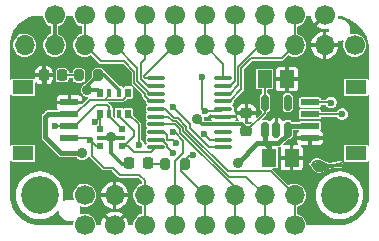
<source format=gbr>
%TF.GenerationSoftware,KiCad,Pcbnew,(6.0.9)*%
%TF.CreationDate,2022-11-11T15:07:43-08:00*%
%TF.ProjectId,StemmaG0,5374656d-6d61-4473-902e-6b696361645f,rev?*%
%TF.SameCoordinates,Original*%
%TF.FileFunction,Copper,L1,Top*%
%TF.FilePolarity,Positive*%
%FSLAX46Y46*%
G04 Gerber Fmt 4.6, Leading zero omitted, Abs format (unit mm)*
G04 Created by KiCad (PCBNEW (6.0.9)) date 2022-11-11 15:07:43*
%MOMM*%
%LPD*%
G01*
G04 APERTURE LIST*
G04 Aperture macros list*
%AMRoundRect*
0 Rectangle with rounded corners*
0 $1 Rounding radius*
0 $2 $3 $4 $5 $6 $7 $8 $9 X,Y pos of 4 corners*
0 Add a 4 corners polygon primitive as box body*
4,1,4,$2,$3,$4,$5,$6,$7,$8,$9,$2,$3,0*
0 Add four circle primitives for the rounded corners*
1,1,$1+$1,$2,$3*
1,1,$1+$1,$4,$5*
1,1,$1+$1,$6,$7*
1,1,$1+$1,$8,$9*
0 Add four rect primitives between the rounded corners*
20,1,$1+$1,$2,$3,$4,$5,0*
20,1,$1+$1,$4,$5,$6,$7,0*
20,1,$1+$1,$6,$7,$8,$9,0*
20,1,$1+$1,$8,$9,$2,$3,0*%
G04 Aperture macros list end*
%TA.AperFunction,EtchedComponent*%
%ADD10C,0.010000*%
%TD*%
%TA.AperFunction,SMDPad,CuDef*%
%ADD11RoundRect,0.200000X0.200000X0.275000X-0.200000X0.275000X-0.200000X-0.275000X0.200000X-0.275000X0*%
%TD*%
%TA.AperFunction,ComponentPad*%
%ADD12C,1.700000*%
%TD*%
%TA.AperFunction,ComponentPad*%
%ADD13O,1.700000X1.700000*%
%TD*%
%TA.AperFunction,SMDPad,CuDef*%
%ADD14R,0.500000X0.800000*%
%TD*%
%TA.AperFunction,SMDPad,CuDef*%
%ADD15R,0.400000X0.800000*%
%TD*%
%TA.AperFunction,SMDPad,CuDef*%
%ADD16R,0.500000X0.500000*%
%TD*%
%TA.AperFunction,SMDPad,CuDef*%
%ADD17R,0.500000X0.400000*%
%TD*%
%TA.AperFunction,SMDPad,CuDef*%
%ADD18RoundRect,0.218750X-0.218750X-0.256250X0.218750X-0.256250X0.218750X0.256250X-0.218750X0.256250X0*%
%TD*%
%TA.AperFunction,ComponentPad*%
%ADD19C,3.200000*%
%TD*%
%TA.AperFunction,SMDPad,CuDef*%
%ADD20R,1.550000X0.600000*%
%TD*%
%TA.AperFunction,SMDPad,CuDef*%
%ADD21R,1.800000X1.200000*%
%TD*%
%TA.AperFunction,SMDPad,CuDef*%
%ADD22RoundRect,0.218750X0.218750X0.256250X-0.218750X0.256250X-0.218750X-0.256250X0.218750X-0.256250X0*%
%TD*%
%TA.AperFunction,SMDPad,CuDef*%
%ADD23RoundRect,0.100000X0.637500X0.100000X-0.637500X0.100000X-0.637500X-0.100000X0.637500X-0.100000X0*%
%TD*%
%TA.AperFunction,CastellatedPad*%
%ADD24C,1.700000*%
%TD*%
%TA.AperFunction,SMDPad,CuDef*%
%ADD25RoundRect,0.150000X0.150000X-0.512500X0.150000X0.512500X-0.150000X0.512500X-0.150000X-0.512500X0*%
%TD*%
%TA.AperFunction,SMDPad,CuDef*%
%ADD26RoundRect,0.225000X0.250000X-0.225000X0.250000X0.225000X-0.250000X0.225000X-0.250000X-0.225000X0*%
%TD*%
%TA.AperFunction,SMDPad,CuDef*%
%ADD27R,1.240000X1.500000*%
%TD*%
%TA.AperFunction,CastellatedPad*%
%ADD28O,1.700000X1.700000*%
%TD*%
%TA.AperFunction,SMDPad,CuDef*%
%ADD29RoundRect,0.200000X-0.200000X-0.275000X0.200000X-0.275000X0.200000X0.275000X-0.200000X0.275000X0*%
%TD*%
%TA.AperFunction,ViaPad*%
%ADD30C,0.906400*%
%TD*%
%TA.AperFunction,ViaPad*%
%ADD31C,0.889000*%
%TD*%
%TA.AperFunction,ViaPad*%
%ADD32C,0.600000*%
%TD*%
%TA.AperFunction,Conductor*%
%ADD33C,0.406400*%
%TD*%
%TA.AperFunction,Conductor*%
%ADD34C,0.304800*%
%TD*%
%TA.AperFunction,Conductor*%
%ADD35C,0.127000*%
%TD*%
%TA.AperFunction,Conductor*%
%ADD36C,0.150000*%
%TD*%
G04 APERTURE END LIST*
%TO.C,G\u002A\u002A\u002A*%
G36*
X23505460Y2994199D02*
G01*
X23516318Y2994027D01*
X23525792Y2993667D01*
X23534397Y2993078D01*
X23542650Y2992217D01*
X23551065Y2991042D01*
X23560161Y2989512D01*
X23567691Y2988115D01*
X23587870Y2983739D01*
X23608818Y2978230D01*
X23629544Y2971875D01*
X23649061Y2964959D01*
X23652962Y2963442D01*
X23667766Y2957547D01*
X23682295Y2951672D01*
X23696681Y2945753D01*
X23711056Y2939730D01*
X23725555Y2933541D01*
X23740310Y2927123D01*
X23755454Y2920416D01*
X23771120Y2913356D01*
X23787440Y2905883D01*
X23804548Y2897933D01*
X23822577Y2889447D01*
X23841659Y2880361D01*
X23861927Y2870613D01*
X23883514Y2860143D01*
X23906554Y2848887D01*
X23931178Y2836785D01*
X23957521Y2823774D01*
X23985714Y2809792D01*
X24015892Y2794778D01*
X24023681Y2790896D01*
X24049685Y2777956D01*
X24073715Y2766050D01*
X24095942Y2755100D01*
X24116540Y2745025D01*
X24135680Y2735746D01*
X24153536Y2727183D01*
X24170280Y2719257D01*
X24186085Y2711888D01*
X24201122Y2704996D01*
X24215564Y2698503D01*
X24229585Y2692327D01*
X24243356Y2686390D01*
X24257049Y2680612D01*
X24270839Y2674913D01*
X24284895Y2669214D01*
X24299393Y2663435D01*
X24302407Y2662244D01*
X24311135Y2658767D01*
X24319116Y2655521D01*
X24326075Y2652624D01*
X24331740Y2650191D01*
X24335837Y2648340D01*
X24338094Y2647186D01*
X24338449Y2646900D01*
X24337796Y2645521D01*
X24335605Y2642812D01*
X24332150Y2639040D01*
X24327707Y2634475D01*
X24322552Y2629388D01*
X24316960Y2624046D01*
X24311205Y2618721D01*
X24305563Y2613680D01*
X24300309Y2609194D01*
X24298117Y2607406D01*
X24272620Y2588343D01*
X24244942Y2570248D01*
X24215127Y2553138D01*
X24183218Y2537032D01*
X24149258Y2521948D01*
X24113292Y2507904D01*
X24075363Y2494917D01*
X24035514Y2483006D01*
X23993789Y2472189D01*
X23950232Y2462484D01*
X23943248Y2461065D01*
X23913349Y2455474D01*
X23885359Y2451082D01*
X23859092Y2447876D01*
X23834364Y2445844D01*
X23810990Y2444972D01*
X23788786Y2445246D01*
X23767566Y2446654D01*
X23757702Y2447725D01*
X23735254Y2451356D01*
X23714561Y2456520D01*
X23695652Y2463200D01*
X23678554Y2471379D01*
X23663297Y2481041D01*
X23649909Y2492170D01*
X23638417Y2504748D01*
X23628851Y2518759D01*
X23625275Y2525344D01*
X23620949Y2534902D01*
X23617450Y2544941D01*
X23614644Y2555964D01*
X23612400Y2568473D01*
X23610904Y2580032D01*
X23610023Y2587885D01*
X23586438Y2589941D01*
X23579067Y2590580D01*
X23572473Y2591146D01*
X23567054Y2591604D01*
X23563209Y2591921D01*
X23561334Y2592064D01*
X23561270Y2592067D01*
X23560249Y2592781D01*
X23560401Y2593294D01*
X23559779Y2593812D01*
X23557472Y2593944D01*
X23554175Y2593748D01*
X23550583Y2593281D01*
X23547390Y2592601D01*
X23545920Y2592100D01*
X23544031Y2591580D01*
X23540155Y2590736D01*
X23534687Y2589649D01*
X23528026Y2588395D01*
X23520568Y2587053D01*
X23518705Y2586727D01*
X23490767Y2582096D01*
X23464225Y2578197D01*
X23438206Y2574913D01*
X23411841Y2572128D01*
X23403800Y2571379D01*
X23396110Y2570833D01*
X23386783Y2570410D01*
X23376281Y2570111D01*
X23365069Y2569936D01*
X23353611Y2569885D01*
X23342368Y2569958D01*
X23331805Y2570156D01*
X23322385Y2570479D01*
X23314572Y2570926D01*
X23310062Y2571342D01*
X23285093Y2574652D01*
X23260799Y2578728D01*
X23236538Y2583703D01*
X23211667Y2589712D01*
X23185542Y2596889D01*
X23180237Y2598439D01*
X23172489Y2600767D01*
X23166779Y2602600D01*
X23162808Y2604059D01*
X23160272Y2605264D01*
X23158872Y2606335D01*
X23158376Y2607148D01*
X23158048Y2608901D01*
X23157509Y2612773D01*
X23156793Y2618477D01*
X23155935Y2625726D01*
X23154968Y2634233D01*
X23153926Y2643709D01*
X23152867Y2653646D01*
X23151635Y2665534D01*
X23150673Y2675223D01*
X23149965Y2682916D01*
X23149499Y2688815D01*
X23149259Y2693126D01*
X23149233Y2696049D01*
X23149406Y2697790D01*
X23149765Y2698551D01*
X23149797Y2698573D01*
X23151924Y2699358D01*
X23155300Y2700126D01*
X23156317Y2700297D01*
X23160173Y2700993D01*
X23166019Y2702178D01*
X23173495Y2703771D01*
X23182240Y2705690D01*
X23191895Y2707852D01*
X23202097Y2710176D01*
X23212488Y2712579D01*
X23222706Y2714980D01*
X23232392Y2717297D01*
X23241184Y2719448D01*
X23247772Y2721105D01*
X23282959Y2730486D01*
X23315870Y2740030D01*
X23346645Y2749785D01*
X23375424Y2759797D01*
X23402348Y2770114D01*
X23427556Y2780783D01*
X23431620Y2782607D01*
X23455851Y2794419D01*
X23480526Y2808044D01*
X23505056Y2823106D01*
X23528851Y2839229D01*
X23551323Y2856039D01*
X23566481Y2868468D01*
X23572537Y2873735D01*
X23578823Y2879362D01*
X23585092Y2885111D01*
X23591100Y2890745D01*
X23596600Y2896028D01*
X23601347Y2900723D01*
X23605095Y2904592D01*
X23607599Y2907399D01*
X23608612Y2908906D01*
X23608590Y2909068D01*
X23606820Y2909942D01*
X23603060Y2911271D01*
X23597675Y2912951D01*
X23591027Y2914873D01*
X23583480Y2916930D01*
X23575397Y2919015D01*
X23571924Y2919875D01*
X23547957Y2924815D01*
X23523888Y2927904D01*
X23499483Y2929137D01*
X23474508Y2928507D01*
X23448728Y2926009D01*
X23421910Y2921635D01*
X23393817Y2915380D01*
X23393149Y2915213D01*
X23364590Y2907073D01*
X23337207Y2897327D01*
X23311101Y2886052D01*
X23286376Y2873327D01*
X23263131Y2859232D01*
X23241468Y2843844D01*
X23221490Y2827243D01*
X23203296Y2809508D01*
X23186989Y2790717D01*
X23172670Y2770949D01*
X23160441Y2750283D01*
X23150402Y2728797D01*
X23149201Y2725789D01*
X23145417Y2716113D01*
X23094692Y2667836D01*
X23085430Y2659014D01*
X23076705Y2650689D01*
X23068670Y2643009D01*
X23061483Y2636124D01*
X23055298Y2630183D01*
X23050271Y2625336D01*
X23046557Y2621733D01*
X23044313Y2619521D01*
X23043677Y2618850D01*
X23044690Y2618235D01*
X23047708Y2616737D01*
X23052523Y2614452D01*
X23058927Y2611475D01*
X23066712Y2607903D01*
X23075672Y2603831D01*
X23085597Y2599355D01*
X23096280Y2594570D01*
X23098835Y2593431D01*
X23154283Y2568719D01*
X23160056Y2548073D01*
X23162835Y2538487D01*
X23166210Y2527408D01*
X23169971Y2515478D01*
X23173910Y2503340D01*
X23177820Y2491636D01*
X23181491Y2481010D01*
X23184576Y2472478D01*
X23186444Y2467785D01*
X23187993Y2464880D01*
X23189590Y2463229D01*
X23191542Y2462317D01*
X23194046Y2461917D01*
X23198613Y2461596D01*
X23204890Y2461351D01*
X23212522Y2461184D01*
X23221155Y2461092D01*
X23230436Y2461075D01*
X23240009Y2461133D01*
X23249522Y2461265D01*
X23258619Y2461469D01*
X23266948Y2461745D01*
X23274153Y2462093D01*
X23279824Y2462506D01*
X23335690Y2468550D01*
X23369934Y2473136D01*
X23384581Y2475343D01*
X23397204Y2477503D01*
X23408195Y2479723D01*
X23417943Y2482111D01*
X23426840Y2484772D01*
X23435276Y2487814D01*
X23443642Y2491345D01*
X23452329Y2495471D01*
X23453391Y2496001D01*
X23472553Y2506811D01*
X23491344Y2519784D01*
X23509449Y2534661D01*
X23526551Y2551186D01*
X23540196Y2566497D01*
X23546524Y2574120D01*
X23546524Y2569944D01*
X23546871Y2564843D01*
X23547827Y2558037D01*
X23549271Y2550125D01*
X23551078Y2541706D01*
X23553126Y2533380D01*
X23555290Y2525747D01*
X23556217Y2522851D01*
X23564237Y2502485D01*
X23574176Y2483579D01*
X23586004Y2466158D01*
X23599690Y2450250D01*
X23615205Y2435882D01*
X23632518Y2423079D01*
X23651599Y2411869D01*
X23672417Y2402278D01*
X23694943Y2394333D01*
X23704972Y2391476D01*
X23722885Y2387268D01*
X23741322Y2384077D01*
X23760718Y2381854D01*
X23781509Y2380550D01*
X23804129Y2380114D01*
X23804758Y2380114D01*
X23822304Y2380323D01*
X23839346Y2380973D01*
X23856281Y2382108D01*
X23873506Y2383774D01*
X23891416Y2386015D01*
X23910410Y2388874D01*
X23930882Y2392397D01*
X23953231Y2396628D01*
X23954739Y2396925D01*
X23997062Y2405970D01*
X24038033Y2416130D01*
X24077571Y2427366D01*
X24115591Y2439642D01*
X24152012Y2452919D01*
X24186752Y2467161D01*
X24219727Y2482329D01*
X24250855Y2498387D01*
X24280053Y2515296D01*
X24307240Y2533020D01*
X24332331Y2551521D01*
X24355246Y2570761D01*
X24371420Y2586121D01*
X24376952Y2591830D01*
X24382609Y2597923D01*
X24387834Y2603782D01*
X24392067Y2608790D01*
X24393191Y2610203D01*
X24396651Y2614640D01*
X24399719Y2618560D01*
X24401986Y2621443D01*
X24402867Y2622550D01*
X24403808Y2623563D01*
X24404950Y2624094D01*
X24406803Y2624142D01*
X24409878Y2623702D01*
X24414687Y2622773D01*
X24416172Y2622473D01*
X24451751Y2616494D01*
X24487549Y2612912D01*
X24523627Y2611721D01*
X24560043Y2612920D01*
X24565548Y2613306D01*
X24594455Y2615730D01*
X24625594Y2618827D01*
X24658880Y2622582D01*
X24694225Y2626981D01*
X24731543Y2632008D01*
X24770747Y2637649D01*
X24811751Y2643889D01*
X24854469Y2650712D01*
X24898814Y2658104D01*
X24944699Y2666049D01*
X24992037Y2674533D01*
X25040744Y2683541D01*
X25090731Y2693058D01*
X25141912Y2703069D01*
X25194201Y2713558D01*
X25247512Y2724511D01*
X25301757Y2735913D01*
X25356851Y2747749D01*
X25409191Y2759226D01*
X25424446Y2762604D01*
X25437549Y2765446D01*
X25448718Y2767704D01*
X25458168Y2769333D01*
X25466119Y2770287D01*
X25472785Y2770520D01*
X25478385Y2769985D01*
X25483135Y2768636D01*
X25487252Y2766427D01*
X25490954Y2763313D01*
X25494458Y2759246D01*
X25497979Y2754182D01*
X25501736Y2748073D01*
X25505946Y2740873D01*
X25507413Y2738350D01*
X25520191Y2715798D01*
X25532168Y2693427D01*
X25543208Y2671521D01*
X25553176Y2650366D01*
X25561937Y2630248D01*
X25569355Y2611451D01*
X25574108Y2597928D01*
X25579409Y2579958D01*
X25583083Y2563188D01*
X25585140Y2547697D01*
X25585590Y2533562D01*
X25584441Y2520862D01*
X25581704Y2509676D01*
X25577387Y2500081D01*
X25571499Y2492156D01*
X25564052Y2485979D01*
X25560443Y2483916D01*
X25556969Y2482284D01*
X25553180Y2480786D01*
X25548954Y2479412D01*
X25544168Y2478151D01*
X25538701Y2476995D01*
X25532428Y2475934D01*
X25525228Y2474957D01*
X25516978Y2474057D01*
X25507557Y2473222D01*
X25496840Y2472443D01*
X25484706Y2471710D01*
X25471032Y2471015D01*
X25455696Y2470347D01*
X25438575Y2469696D01*
X25419547Y2469053D01*
X25398489Y2468408D01*
X25375279Y2467752D01*
X25349794Y2467075D01*
X25345086Y2466954D01*
X25303231Y2465809D01*
X25263604Y2464582D01*
X25226014Y2463261D01*
X25190271Y2461836D01*
X25156185Y2460297D01*
X25123564Y2458633D01*
X25092220Y2456833D01*
X25061961Y2454887D01*
X25032597Y2452784D01*
X25003938Y2450514D01*
X24975794Y2448067D01*
X24947973Y2445432D01*
X24938686Y2444504D01*
X24894561Y2439762D01*
X24851887Y2434586D01*
X24810408Y2428918D01*
X24769868Y2422700D01*
X24730010Y2415874D01*
X24690577Y2408381D01*
X24651314Y2400164D01*
X24611962Y2391165D01*
X24572266Y2381325D01*
X24531969Y2370586D01*
X24490814Y2358890D01*
X24448546Y2346179D01*
X24404906Y2332396D01*
X24359639Y2317481D01*
X24323643Y2305234D01*
X24306548Y2299231D01*
X24290252Y2293257D01*
X24274524Y2287200D01*
X24259135Y2280952D01*
X24243856Y2274402D01*
X24228458Y2267442D01*
X24212710Y2259960D01*
X24196383Y2251847D01*
X24179248Y2242994D01*
X24161075Y2233290D01*
X24141634Y2222626D01*
X24120697Y2210891D01*
X24098034Y2197977D01*
X24090810Y2193825D01*
X24070711Y2182261D01*
X24052550Y2171828D01*
X24036172Y2162443D01*
X24021425Y2154020D01*
X24008154Y2146476D01*
X23996208Y2139725D01*
X23985431Y2133682D01*
X23975670Y2128264D01*
X23966773Y2123385D01*
X23958585Y2118961D01*
X23950953Y2114907D01*
X23943723Y2111138D01*
X23936743Y2107570D01*
X23929858Y2104119D01*
X23922916Y2100698D01*
X23915762Y2097225D01*
X23915134Y2096922D01*
X23892012Y2086143D01*
X23870200Y2076799D01*
X23849229Y2068755D01*
X23828626Y2061876D01*
X23807924Y2056028D01*
X23786650Y2051076D01*
X23764334Y2046887D01*
X23740507Y2043324D01*
X23718277Y2040641D01*
X23704224Y2039352D01*
X23688471Y2038337D01*
X23671723Y2037616D01*
X23654685Y2037206D01*
X23638062Y2037126D01*
X23622559Y2037396D01*
X23612443Y2037820D01*
X23585170Y2040098D01*
X23557585Y2043911D01*
X23530096Y2049157D01*
X23503109Y2055733D01*
X23477033Y2063537D01*
X23452274Y2072467D01*
X23429240Y2082419D01*
X23423032Y2085437D01*
X23395267Y2100610D01*
X23368105Y2118083D01*
X23341594Y2137802D01*
X23315782Y2159714D01*
X23290716Y2183765D01*
X23266444Y2209899D01*
X23243015Y2238064D01*
X23220477Y2268205D01*
X23198876Y2300268D01*
X23178262Y2334199D01*
X23158682Y2369944D01*
X23143222Y2401011D01*
X23136935Y2414696D01*
X23130893Y2428878D01*
X23124924Y2444001D01*
X23118853Y2460507D01*
X23112507Y2478839D01*
X23111017Y2483280D01*
X23108388Y2491319D01*
X23105609Y2500092D01*
X23102803Y2509192D01*
X23100089Y2518209D01*
X23097589Y2526735D01*
X23095424Y2534359D01*
X23093713Y2540675D01*
X23092579Y2545272D01*
X23092301Y2546603D01*
X23091558Y2550567D01*
X23021404Y2578876D01*
X23009068Y2583863D01*
X22997409Y2588594D01*
X22986617Y2592989D01*
X22976885Y2596970D01*
X22968405Y2600458D01*
X22961368Y2603375D01*
X22955967Y2605640D01*
X22952392Y2607175D01*
X22950835Y2607902D01*
X22950784Y2607941D01*
X22951587Y2608849D01*
X22954056Y2611234D01*
X22958050Y2614967D01*
X22963427Y2619918D01*
X22970045Y2625957D01*
X22977762Y2632956D01*
X22986435Y2640786D01*
X22995923Y2649316D01*
X23006083Y2658418D01*
X23014784Y2666188D01*
X23027133Y2677204D01*
X23037800Y2686733D01*
X23046914Y2694897D01*
X23054600Y2701818D01*
X23060985Y2707616D01*
X23066195Y2712414D01*
X23070358Y2716333D01*
X23073599Y2719494D01*
X23076046Y2722018D01*
X23077824Y2724027D01*
X23079061Y2725643D01*
X23079883Y2726987D01*
X23080416Y2728180D01*
X23080787Y2729344D01*
X23080850Y2729572D01*
X23083048Y2736618D01*
X23086168Y2745172D01*
X23089964Y2754629D01*
X23094186Y2764380D01*
X23098585Y2773820D01*
X23100846Y2778376D01*
X23111971Y2798333D01*
X23124735Y2817576D01*
X23139372Y2836423D01*
X23156114Y2855193D01*
X23160621Y2859875D01*
X23179652Y2878231D01*
X23199291Y2894854D01*
X23219950Y2910041D01*
X23242041Y2924089D01*
X23265977Y2937296D01*
X23273172Y2940936D01*
X23296505Y2951864D01*
X23319824Y2961407D01*
X23343550Y2969695D01*
X23368106Y2976854D01*
X23393911Y2983014D01*
X23421387Y2988303D01*
X23437319Y2990879D01*
X23444120Y2991880D01*
X23450061Y2992657D01*
X23455621Y2993239D01*
X23461279Y2993654D01*
X23467512Y2993932D01*
X23474800Y2994101D01*
X23483620Y2994191D01*
X23492700Y2994226D01*
X23505460Y2994199D01*
G37*
D10*
X23505460Y2994199D02*
X23516318Y2994027D01*
X23525792Y2993667D01*
X23534397Y2993078D01*
X23542650Y2992217D01*
X23551065Y2991042D01*
X23560161Y2989512D01*
X23567691Y2988115D01*
X23587870Y2983739D01*
X23608818Y2978230D01*
X23629544Y2971875D01*
X23649061Y2964959D01*
X23652962Y2963442D01*
X23667766Y2957547D01*
X23682295Y2951672D01*
X23696681Y2945753D01*
X23711056Y2939730D01*
X23725555Y2933541D01*
X23740310Y2927123D01*
X23755454Y2920416D01*
X23771120Y2913356D01*
X23787440Y2905883D01*
X23804548Y2897933D01*
X23822577Y2889447D01*
X23841659Y2880361D01*
X23861927Y2870613D01*
X23883514Y2860143D01*
X23906554Y2848887D01*
X23931178Y2836785D01*
X23957521Y2823774D01*
X23985714Y2809792D01*
X24015892Y2794778D01*
X24023681Y2790896D01*
X24049685Y2777956D01*
X24073715Y2766050D01*
X24095942Y2755100D01*
X24116540Y2745025D01*
X24135680Y2735746D01*
X24153536Y2727183D01*
X24170280Y2719257D01*
X24186085Y2711888D01*
X24201122Y2704996D01*
X24215564Y2698503D01*
X24229585Y2692327D01*
X24243356Y2686390D01*
X24257049Y2680612D01*
X24270839Y2674913D01*
X24284895Y2669214D01*
X24299393Y2663435D01*
X24302407Y2662244D01*
X24311135Y2658767D01*
X24319116Y2655521D01*
X24326075Y2652624D01*
X24331740Y2650191D01*
X24335837Y2648340D01*
X24338094Y2647186D01*
X24338449Y2646900D01*
X24337796Y2645521D01*
X24335605Y2642812D01*
X24332150Y2639040D01*
X24327707Y2634475D01*
X24322552Y2629388D01*
X24316960Y2624046D01*
X24311205Y2618721D01*
X24305563Y2613680D01*
X24300309Y2609194D01*
X24298117Y2607406D01*
X24272620Y2588343D01*
X24244942Y2570248D01*
X24215127Y2553138D01*
X24183218Y2537032D01*
X24149258Y2521948D01*
X24113292Y2507904D01*
X24075363Y2494917D01*
X24035514Y2483006D01*
X23993789Y2472189D01*
X23950232Y2462484D01*
X23943248Y2461065D01*
X23913349Y2455474D01*
X23885359Y2451082D01*
X23859092Y2447876D01*
X23834364Y2445844D01*
X23810990Y2444972D01*
X23788786Y2445246D01*
X23767566Y2446654D01*
X23757702Y2447725D01*
X23735254Y2451356D01*
X23714561Y2456520D01*
X23695652Y2463200D01*
X23678554Y2471379D01*
X23663297Y2481041D01*
X23649909Y2492170D01*
X23638417Y2504748D01*
X23628851Y2518759D01*
X23625275Y2525344D01*
X23620949Y2534902D01*
X23617450Y2544941D01*
X23614644Y2555964D01*
X23612400Y2568473D01*
X23610904Y2580032D01*
X23610023Y2587885D01*
X23586438Y2589941D01*
X23579067Y2590580D01*
X23572473Y2591146D01*
X23567054Y2591604D01*
X23563209Y2591921D01*
X23561334Y2592064D01*
X23561270Y2592067D01*
X23560249Y2592781D01*
X23560401Y2593294D01*
X23559779Y2593812D01*
X23557472Y2593944D01*
X23554175Y2593748D01*
X23550583Y2593281D01*
X23547390Y2592601D01*
X23545920Y2592100D01*
X23544031Y2591580D01*
X23540155Y2590736D01*
X23534687Y2589649D01*
X23528026Y2588395D01*
X23520568Y2587053D01*
X23518705Y2586727D01*
X23490767Y2582096D01*
X23464225Y2578197D01*
X23438206Y2574913D01*
X23411841Y2572128D01*
X23403800Y2571379D01*
X23396110Y2570833D01*
X23386783Y2570410D01*
X23376281Y2570111D01*
X23365069Y2569936D01*
X23353611Y2569885D01*
X23342368Y2569958D01*
X23331805Y2570156D01*
X23322385Y2570479D01*
X23314572Y2570926D01*
X23310062Y2571342D01*
X23285093Y2574652D01*
X23260799Y2578728D01*
X23236538Y2583703D01*
X23211667Y2589712D01*
X23185542Y2596889D01*
X23180237Y2598439D01*
X23172489Y2600767D01*
X23166779Y2602600D01*
X23162808Y2604059D01*
X23160272Y2605264D01*
X23158872Y2606335D01*
X23158376Y2607148D01*
X23158048Y2608901D01*
X23157509Y2612773D01*
X23156793Y2618477D01*
X23155935Y2625726D01*
X23154968Y2634233D01*
X23153926Y2643709D01*
X23152867Y2653646D01*
X23151635Y2665534D01*
X23150673Y2675223D01*
X23149965Y2682916D01*
X23149499Y2688815D01*
X23149259Y2693126D01*
X23149233Y2696049D01*
X23149406Y2697790D01*
X23149765Y2698551D01*
X23149797Y2698573D01*
X23151924Y2699358D01*
X23155300Y2700126D01*
X23156317Y2700297D01*
X23160173Y2700993D01*
X23166019Y2702178D01*
X23173495Y2703771D01*
X23182240Y2705690D01*
X23191895Y2707852D01*
X23202097Y2710176D01*
X23212488Y2712579D01*
X23222706Y2714980D01*
X23232392Y2717297D01*
X23241184Y2719448D01*
X23247772Y2721105D01*
X23282959Y2730486D01*
X23315870Y2740030D01*
X23346645Y2749785D01*
X23375424Y2759797D01*
X23402348Y2770114D01*
X23427556Y2780783D01*
X23431620Y2782607D01*
X23455851Y2794419D01*
X23480526Y2808044D01*
X23505056Y2823106D01*
X23528851Y2839229D01*
X23551323Y2856039D01*
X23566481Y2868468D01*
X23572537Y2873735D01*
X23578823Y2879362D01*
X23585092Y2885111D01*
X23591100Y2890745D01*
X23596600Y2896028D01*
X23601347Y2900723D01*
X23605095Y2904592D01*
X23607599Y2907399D01*
X23608612Y2908906D01*
X23608590Y2909068D01*
X23606820Y2909942D01*
X23603060Y2911271D01*
X23597675Y2912951D01*
X23591027Y2914873D01*
X23583480Y2916930D01*
X23575397Y2919015D01*
X23571924Y2919875D01*
X23547957Y2924815D01*
X23523888Y2927904D01*
X23499483Y2929137D01*
X23474508Y2928507D01*
X23448728Y2926009D01*
X23421910Y2921635D01*
X23393817Y2915380D01*
X23393149Y2915213D01*
X23364590Y2907073D01*
X23337207Y2897327D01*
X23311101Y2886052D01*
X23286376Y2873327D01*
X23263131Y2859232D01*
X23241468Y2843844D01*
X23221490Y2827243D01*
X23203296Y2809508D01*
X23186989Y2790717D01*
X23172670Y2770949D01*
X23160441Y2750283D01*
X23150402Y2728797D01*
X23149201Y2725789D01*
X23145417Y2716113D01*
X23094692Y2667836D01*
X23085430Y2659014D01*
X23076705Y2650689D01*
X23068670Y2643009D01*
X23061483Y2636124D01*
X23055298Y2630183D01*
X23050271Y2625336D01*
X23046557Y2621733D01*
X23044313Y2619521D01*
X23043677Y2618850D01*
X23044690Y2618235D01*
X23047708Y2616737D01*
X23052523Y2614452D01*
X23058927Y2611475D01*
X23066712Y2607903D01*
X23075672Y2603831D01*
X23085597Y2599355D01*
X23096280Y2594570D01*
X23098835Y2593431D01*
X23154283Y2568719D01*
X23160056Y2548073D01*
X23162835Y2538487D01*
X23166210Y2527408D01*
X23169971Y2515478D01*
X23173910Y2503340D01*
X23177820Y2491636D01*
X23181491Y2481010D01*
X23184576Y2472478D01*
X23186444Y2467785D01*
X23187993Y2464880D01*
X23189590Y2463229D01*
X23191542Y2462317D01*
X23194046Y2461917D01*
X23198613Y2461596D01*
X23204890Y2461351D01*
X23212522Y2461184D01*
X23221155Y2461092D01*
X23230436Y2461075D01*
X23240009Y2461133D01*
X23249522Y2461265D01*
X23258619Y2461469D01*
X23266948Y2461745D01*
X23274153Y2462093D01*
X23279824Y2462506D01*
X23335690Y2468550D01*
X23369934Y2473136D01*
X23384581Y2475343D01*
X23397204Y2477503D01*
X23408195Y2479723D01*
X23417943Y2482111D01*
X23426840Y2484772D01*
X23435276Y2487814D01*
X23443642Y2491345D01*
X23452329Y2495471D01*
X23453391Y2496001D01*
X23472553Y2506811D01*
X23491344Y2519784D01*
X23509449Y2534661D01*
X23526551Y2551186D01*
X23540196Y2566497D01*
X23546524Y2574120D01*
X23546524Y2569944D01*
X23546871Y2564843D01*
X23547827Y2558037D01*
X23549271Y2550125D01*
X23551078Y2541706D01*
X23553126Y2533380D01*
X23555290Y2525747D01*
X23556217Y2522851D01*
X23564237Y2502485D01*
X23574176Y2483579D01*
X23586004Y2466158D01*
X23599690Y2450250D01*
X23615205Y2435882D01*
X23632518Y2423079D01*
X23651599Y2411869D01*
X23672417Y2402278D01*
X23694943Y2394333D01*
X23704972Y2391476D01*
X23722885Y2387268D01*
X23741322Y2384077D01*
X23760718Y2381854D01*
X23781509Y2380550D01*
X23804129Y2380114D01*
X23804758Y2380114D01*
X23822304Y2380323D01*
X23839346Y2380973D01*
X23856281Y2382108D01*
X23873506Y2383774D01*
X23891416Y2386015D01*
X23910410Y2388874D01*
X23930882Y2392397D01*
X23953231Y2396628D01*
X23954739Y2396925D01*
X23997062Y2405970D01*
X24038033Y2416130D01*
X24077571Y2427366D01*
X24115591Y2439642D01*
X24152012Y2452919D01*
X24186752Y2467161D01*
X24219727Y2482329D01*
X24250855Y2498387D01*
X24280053Y2515296D01*
X24307240Y2533020D01*
X24332331Y2551521D01*
X24355246Y2570761D01*
X24371420Y2586121D01*
X24376952Y2591830D01*
X24382609Y2597923D01*
X24387834Y2603782D01*
X24392067Y2608790D01*
X24393191Y2610203D01*
X24396651Y2614640D01*
X24399719Y2618560D01*
X24401986Y2621443D01*
X24402867Y2622550D01*
X24403808Y2623563D01*
X24404950Y2624094D01*
X24406803Y2624142D01*
X24409878Y2623702D01*
X24414687Y2622773D01*
X24416172Y2622473D01*
X24451751Y2616494D01*
X24487549Y2612912D01*
X24523627Y2611721D01*
X24560043Y2612920D01*
X24565548Y2613306D01*
X24594455Y2615730D01*
X24625594Y2618827D01*
X24658880Y2622582D01*
X24694225Y2626981D01*
X24731543Y2632008D01*
X24770747Y2637649D01*
X24811751Y2643889D01*
X24854469Y2650712D01*
X24898814Y2658104D01*
X24944699Y2666049D01*
X24992037Y2674533D01*
X25040744Y2683541D01*
X25090731Y2693058D01*
X25141912Y2703069D01*
X25194201Y2713558D01*
X25247512Y2724511D01*
X25301757Y2735913D01*
X25356851Y2747749D01*
X25409191Y2759226D01*
X25424446Y2762604D01*
X25437549Y2765446D01*
X25448718Y2767704D01*
X25458168Y2769333D01*
X25466119Y2770287D01*
X25472785Y2770520D01*
X25478385Y2769985D01*
X25483135Y2768636D01*
X25487252Y2766427D01*
X25490954Y2763313D01*
X25494458Y2759246D01*
X25497979Y2754182D01*
X25501736Y2748073D01*
X25505946Y2740873D01*
X25507413Y2738350D01*
X25520191Y2715798D01*
X25532168Y2693427D01*
X25543208Y2671521D01*
X25553176Y2650366D01*
X25561937Y2630248D01*
X25569355Y2611451D01*
X25574108Y2597928D01*
X25579409Y2579958D01*
X25583083Y2563188D01*
X25585140Y2547697D01*
X25585590Y2533562D01*
X25584441Y2520862D01*
X25581704Y2509676D01*
X25577387Y2500081D01*
X25571499Y2492156D01*
X25564052Y2485979D01*
X25560443Y2483916D01*
X25556969Y2482284D01*
X25553180Y2480786D01*
X25548954Y2479412D01*
X25544168Y2478151D01*
X25538701Y2476995D01*
X25532428Y2475934D01*
X25525228Y2474957D01*
X25516978Y2474057D01*
X25507557Y2473222D01*
X25496840Y2472443D01*
X25484706Y2471710D01*
X25471032Y2471015D01*
X25455696Y2470347D01*
X25438575Y2469696D01*
X25419547Y2469053D01*
X25398489Y2468408D01*
X25375279Y2467752D01*
X25349794Y2467075D01*
X25345086Y2466954D01*
X25303231Y2465809D01*
X25263604Y2464582D01*
X25226014Y2463261D01*
X25190271Y2461836D01*
X25156185Y2460297D01*
X25123564Y2458633D01*
X25092220Y2456833D01*
X25061961Y2454887D01*
X25032597Y2452784D01*
X25003938Y2450514D01*
X24975794Y2448067D01*
X24947973Y2445432D01*
X24938686Y2444504D01*
X24894561Y2439762D01*
X24851887Y2434586D01*
X24810408Y2428918D01*
X24769868Y2422700D01*
X24730010Y2415874D01*
X24690577Y2408381D01*
X24651314Y2400164D01*
X24611962Y2391165D01*
X24572266Y2381325D01*
X24531969Y2370586D01*
X24490814Y2358890D01*
X24448546Y2346179D01*
X24404906Y2332396D01*
X24359639Y2317481D01*
X24323643Y2305234D01*
X24306548Y2299231D01*
X24290252Y2293257D01*
X24274524Y2287200D01*
X24259135Y2280952D01*
X24243856Y2274402D01*
X24228458Y2267442D01*
X24212710Y2259960D01*
X24196383Y2251847D01*
X24179248Y2242994D01*
X24161075Y2233290D01*
X24141634Y2222626D01*
X24120697Y2210891D01*
X24098034Y2197977D01*
X24090810Y2193825D01*
X24070711Y2182261D01*
X24052550Y2171828D01*
X24036172Y2162443D01*
X24021425Y2154020D01*
X24008154Y2146476D01*
X23996208Y2139725D01*
X23985431Y2133682D01*
X23975670Y2128264D01*
X23966773Y2123385D01*
X23958585Y2118961D01*
X23950953Y2114907D01*
X23943723Y2111138D01*
X23936743Y2107570D01*
X23929858Y2104119D01*
X23922916Y2100698D01*
X23915762Y2097225D01*
X23915134Y2096922D01*
X23892012Y2086143D01*
X23870200Y2076799D01*
X23849229Y2068755D01*
X23828626Y2061876D01*
X23807924Y2056028D01*
X23786650Y2051076D01*
X23764334Y2046887D01*
X23740507Y2043324D01*
X23718277Y2040641D01*
X23704224Y2039352D01*
X23688471Y2038337D01*
X23671723Y2037616D01*
X23654685Y2037206D01*
X23638062Y2037126D01*
X23622559Y2037396D01*
X23612443Y2037820D01*
X23585170Y2040098D01*
X23557585Y2043911D01*
X23530096Y2049157D01*
X23503109Y2055733D01*
X23477033Y2063537D01*
X23452274Y2072467D01*
X23429240Y2082419D01*
X23423032Y2085437D01*
X23395267Y2100610D01*
X23368105Y2118083D01*
X23341594Y2137802D01*
X23315782Y2159714D01*
X23290716Y2183765D01*
X23266444Y2209899D01*
X23243015Y2238064D01*
X23220477Y2268205D01*
X23198876Y2300268D01*
X23178262Y2334199D01*
X23158682Y2369944D01*
X23143222Y2401011D01*
X23136935Y2414696D01*
X23130893Y2428878D01*
X23124924Y2444001D01*
X23118853Y2460507D01*
X23112507Y2478839D01*
X23111017Y2483280D01*
X23108388Y2491319D01*
X23105609Y2500092D01*
X23102803Y2509192D01*
X23100089Y2518209D01*
X23097589Y2526735D01*
X23095424Y2534359D01*
X23093713Y2540675D01*
X23092579Y2545272D01*
X23092301Y2546603D01*
X23091558Y2550567D01*
X23021404Y2578876D01*
X23009068Y2583863D01*
X22997409Y2588594D01*
X22986617Y2592989D01*
X22976885Y2596970D01*
X22968405Y2600458D01*
X22961368Y2603375D01*
X22955967Y2605640D01*
X22952392Y2607175D01*
X22950835Y2607902D01*
X22950784Y2607941D01*
X22951587Y2608849D01*
X22954056Y2611234D01*
X22958050Y2614967D01*
X22963427Y2619918D01*
X22970045Y2625957D01*
X22977762Y2632956D01*
X22986435Y2640786D01*
X22995923Y2649316D01*
X23006083Y2658418D01*
X23014784Y2666188D01*
X23027133Y2677204D01*
X23037800Y2686733D01*
X23046914Y2694897D01*
X23054600Y2701818D01*
X23060985Y2707616D01*
X23066195Y2712414D01*
X23070358Y2716333D01*
X23073599Y2719494D01*
X23076046Y2722018D01*
X23077824Y2724027D01*
X23079061Y2725643D01*
X23079883Y2726987D01*
X23080416Y2728180D01*
X23080787Y2729344D01*
X23080850Y2729572D01*
X23083048Y2736618D01*
X23086168Y2745172D01*
X23089964Y2754629D01*
X23094186Y2764380D01*
X23098585Y2773820D01*
X23100846Y2778376D01*
X23111971Y2798333D01*
X23124735Y2817576D01*
X23139372Y2836423D01*
X23156114Y2855193D01*
X23160621Y2859875D01*
X23179652Y2878231D01*
X23199291Y2894854D01*
X23219950Y2910041D01*
X23242041Y2924089D01*
X23265977Y2937296D01*
X23273172Y2940936D01*
X23296505Y2951864D01*
X23319824Y2961407D01*
X23343550Y2969695D01*
X23368106Y2976854D01*
X23393911Y2983014D01*
X23421387Y2988303D01*
X23437319Y2990879D01*
X23444120Y2991880D01*
X23450061Y2992657D01*
X23455621Y2993239D01*
X23461279Y2993654D01*
X23467512Y2993932D01*
X23474800Y2994101D01*
X23483620Y2994191D01*
X23492700Y2994226D01*
X23505460Y2994199D01*
%TD*%
D11*
%TO.P,R1,1,1*%
%TO.N,3.3V*%
X4982314Y10142017D03*
%TO.P,R1,2,2*%
%TO.N,Net-(D1-Pad2)*%
X3332314Y10142017D03*
%TD*%
D12*
%TO.P,J1,1,Pin_1*%
%TO.N,/nRST*%
X26670000Y12700000D03*
D13*
%TO.P,J1,2,Pin_2*%
%TO.N,GND*%
X24130000Y12700000D03*
%TO.P,J1,3,Pin_3*%
%TO.N,/P0*%
X21590000Y12700000D03*
%TO.P,J1,4,Pin_4*%
%TO.N,/P1*%
X19050000Y12700000D03*
%TO.P,J1,5,Pin_5*%
%TO.N,/P2*%
X16510000Y12700000D03*
%TO.P,J1,6,Pin_6*%
%TO.N,/P3*%
X13970000Y12700000D03*
%TO.P,J1,7,Pin_7*%
%TO.N,/P4*%
X11430000Y12700000D03*
%TO.P,J1,8,Pin_8*%
%TO.N,/P5*%
X8890000Y12700000D03*
%TO.P,J1,9,Pin_9*%
%TO.N,/P6*%
X6350000Y12700000D03*
%TO.P,J1,10,Pin_10*%
%TO.N,/P7*%
X3810000Y12700000D03*
%TO.P,J1,11,Pin_11*%
%TO.N,3.3V*%
X1270000Y12700000D03*
%TO.P,J1,12,Pin_12*%
%TO.N,/SWDIO*%
X-1270000Y12700000D03*
%TD*%
D14*
%TO.P,R3,1,1*%
%TO.N,VCC*%
X7514279Y8689342D03*
D15*
%TO.P,R3,2,1*%
%TO.N,3.3V*%
X6714279Y8689342D03*
%TO.P,R3,3,1*%
%TO.N,VCC*%
X5914279Y8689342D03*
D14*
%TO.P,R3,4,1*%
%TO.N,3.3V*%
X5114279Y8689342D03*
%TO.P,R3,5,2*%
%TO.N,/SDA_3V*%
X5114279Y6889342D03*
D15*
%TO.P,R3,6,2*%
%TO.N,/SDA*%
X5914279Y6889342D03*
%TO.P,R3,7,2*%
%TO.N,/SCL_3V*%
X6714279Y6889342D03*
D14*
%TO.P,R3,8,2*%
%TO.N,/SCL*%
X7514279Y6889342D03*
%TD*%
D16*
%TO.P,Q2,1,S*%
%TO.N,/SCL_3V*%
X6948888Y4131035D03*
D17*
%TO.P,Q2,2,G*%
%TO.N,3.3V*%
X6948888Y4881035D03*
D16*
%TO.P,Q2,3,D*%
%TO.N,/SDA*%
X6948888Y5631035D03*
%TO.P,Q2,4,S*%
%TO.N,/SDA_3V*%
X5148888Y5631035D03*
D17*
%TO.P,Q2,5,G*%
%TO.N,3.3V*%
X5148888Y4881035D03*
D16*
%TO.P,Q2,6,D*%
%TO.N,/SCL*%
X5148888Y4131035D03*
%TD*%
D18*
%TO.P,D1,1,K*%
%TO.N,GND*%
X355500Y10160000D03*
%TO.P,D1,2,A*%
%TO.N,Net-(D1-Pad2)*%
X1930500Y10160000D03*
%TD*%
D19*
%TO.P,U$19,P$1*%
%TO.N,N/C*%
X0Y0D03*
%TD*%
D20*
%TO.P,CONN3,1,GND*%
%TO.N,GND*%
X22886000Y4850000D03*
%TO.P,CONN3,2,V+*%
%TO.N,VCC*%
X22886000Y5850000D03*
%TO.P,CONN3,3,SDA*%
%TO.N,/SDA*%
X22886000Y6850000D03*
%TO.P,CONN3,4,SCL*%
%TO.N,/SCL*%
X22886000Y7850000D03*
D21*
%TO.P,CONN3,MT1*%
%TO.N,N/C*%
X26786000Y3550000D03*
%TO.P,CONN3,MT2*%
X26786000Y9150000D03*
%TD*%
D12*
%TO.P,J2,1,Pin_1*%
%TO.N,VCC*%
X3810000Y0D03*
D13*
%TO.P,J2,2,Pin_2*%
%TO.N,GND*%
X6350000Y0D03*
%TO.P,J2,3,Pin_3*%
%TO.N,/SCL*%
X8890000Y0D03*
%TO.P,J2,4,Pin_4*%
%TO.N,/SDA*%
X11430000Y0D03*
%TO.P,J2,5,Pin_5*%
%TO.N,/B9*%
X13970000Y0D03*
%TO.P,J2,6,Pin_6*%
%TO.N,/A12*%
X16510000Y0D03*
%TO.P,J2,7,Pin_7*%
%TO.N,/A11*%
X19050000Y0D03*
%TO.P,J2,8,Pin_8*%
%TO.N,/A8*%
X21590000Y0D03*
%TD*%
D22*
%TO.P,D2,1,K*%
%TO.N,Net-(D2-Pad1)*%
X9166861Y2688827D03*
%TO.P,D2,2,A*%
%TO.N,3.3V*%
X7591861Y2688827D03*
%TD*%
D23*
%TO.P,U1,1,PB7/PB8/I2C1_SDA*%
%TO.N,/SDA_3V*%
X15562500Y4060000D03*
%TO.P,U1,2,PB9/PC14-OSC32_IN*%
%TO.N,/B9*%
X15562500Y4710000D03*
%TO.P,U1,3,PC15-OSC32_OUT*%
%TO.N,unconnected-(U1-Pad3)*%
X15562500Y5360000D03*
%TO.P,U1,4,VDD/VDDA*%
%TO.N,3.3V*%
X15562500Y6010000D03*
%TO.P,U1,5,VSS/VSSA*%
%TO.N,GND*%
X15562500Y6660000D03*
%TO.P,U1,6,NRST*%
%TO.N,/nRST*%
X15562500Y7310000D03*
%TO.P,U1,7,PA0*%
%TO.N,/P0*%
X15562500Y7960000D03*
%TO.P,U1,8,PA1*%
%TO.N,/P1*%
X15562500Y8610000D03*
%TO.P,U1,9,PA2*%
%TO.N,/P2*%
X15562500Y9260000D03*
%TO.P,U1,10,PA3*%
%TO.N,/P3*%
X15562500Y9910000D03*
%TO.P,U1,11,PA4*%
%TO.N,/P4*%
X9837500Y9910000D03*
%TO.P,U1,12,PA5*%
%TO.N,/P5*%
X9837500Y9260000D03*
%TO.P,U1,13,PA6*%
%TO.N,/P6*%
X9837500Y8610000D03*
%TO.P,U1,14,PA7*%
%TO.N,/P7*%
X9837500Y7960000D03*
%TO.P,U1,15,PB0/PB1/PB2/PA8*%
%TO.N,/A8*%
X9837500Y7310000D03*
%TO.P,U1,16,PA11[PA9]*%
%TO.N,/A11*%
X9837500Y6660000D03*
%TO.P,U1,17,PA12[PA10]*%
%TO.N,/A12*%
X9837500Y6010000D03*
%TO.P,U1,18,PA13/SWCLK*%
%TO.N,/SWCLK*%
X9837500Y5360000D03*
%TO.P,U1,19,PA15/PA14/SWDIO-BOOT0*%
%TO.N,/SWDIO*%
X9837500Y4710000D03*
%TO.P,U1,20,PB3/PB4/PB5/PB6/I2C1_SCL*%
%TO.N,/SCL_3V*%
X9837500Y4060000D03*
%TD*%
D19*
%TO.P,U$21,P$1*%
%TO.N,N/C*%
X25400000Y0D03*
%TD*%
D24*
%TO.P,J4,1,Pin_1*%
%TO.N,VCC*%
X3810000Y-2540000D03*
%TO.P,J4,2,Pin_2*%
%TO.N,GND*%
X6350000Y-2540000D03*
%TO.P,J4,3,Pin_3*%
%TO.N,/SCL*%
X8890000Y-2540000D03*
%TO.P,J4,4,Pin_4*%
%TO.N,/SDA*%
X11430000Y-2540000D03*
%TO.P,J4,5,Pin_5*%
%TO.N,/B9*%
X13970000Y-2540000D03*
%TO.P,J4,6,Pin_6*%
%TO.N,/A12*%
X16510000Y-2540000D03*
%TO.P,J4,7,Pin_7*%
%TO.N,/A11*%
X19050000Y-2540000D03*
%TO.P,J4,8,Pin_8*%
%TO.N,/A8*%
X21590000Y-2540000D03*
%TD*%
D25*
%TO.P,U2,1,IN*%
%TO.N,VCC*%
X19092406Y5562232D03*
%TO.P,U2,2,GND*%
%TO.N,GND*%
X20042406Y5562232D03*
%TO.P,U2,3,EN*%
%TO.N,VCC*%
X20992406Y5562232D03*
%TO.P,U2,4,P4*%
%TO.N,unconnected-(U2-Pad4)*%
X20992406Y7837232D03*
%TO.P,U2,5,OUT*%
%TO.N,3.3V*%
X19092406Y7837232D03*
%TD*%
D26*
%TO.P,C1,1,1*%
%TO.N,3.3V*%
X17511712Y5416795D03*
%TO.P,C1,2,2*%
%TO.N,GND*%
X17511712Y6966795D03*
%TD*%
D27*
%TO.P,C3,1,1*%
%TO.N,3.3V*%
X19049470Y9834070D03*
%TO.P,C3,2,2*%
%TO.N,GND*%
X20949470Y9834070D03*
%TD*%
D20*
%TO.P,CONN4,1,GND*%
%TO.N,GND*%
X2514000Y7850000D03*
%TO.P,CONN4,2,V+*%
%TO.N,VCC*%
X2514000Y6850000D03*
%TO.P,CONN4,3,SDA*%
%TO.N,/SDA*%
X2514000Y5850000D03*
%TO.P,CONN4,4,SCL*%
%TO.N,/SCL*%
X2514000Y4850000D03*
D21*
%TO.P,CONN4,MT1*%
%TO.N,N/C*%
X-1386000Y9150000D03*
%TO.P,CONN4,MT2*%
X-1386000Y3550000D03*
%TD*%
D24*
%TO.P,J5,1,Pin_1*%
%TO.N,GND*%
X24130000Y15240000D03*
%TO.P,J5,2,Pin_2*%
%TO.N,/P0*%
X21590000Y15240000D03*
D28*
%TO.P,J5,3,Pin_3*%
%TO.N,/P1*%
X19050000Y15240000D03*
D24*
%TO.P,J5,4,Pin_4*%
%TO.N,/P2*%
X16510000Y15240000D03*
%TO.P,J5,5,Pin_5*%
%TO.N,/P3*%
X13970000Y15240000D03*
%TO.P,J5,6,Pin_6*%
%TO.N,/P4*%
X11430000Y15240000D03*
%TO.P,J5,7,Pin_7*%
%TO.N,/P5*%
X8890000Y15240000D03*
%TO.P,J5,8,Pin_8*%
%TO.N,/P6*%
X6350000Y15240000D03*
%TO.P,J5,9,Pin_9*%
%TO.N,/P7*%
X3810000Y15240000D03*
%TO.P,J5,10,Pin_10*%
%TO.N,3.3V*%
X1270000Y15240000D03*
%TD*%
D27*
%TO.P,C2,1,1*%
%TO.N,VCC*%
X19436530Y3157500D03*
%TO.P,C2,2,2*%
%TO.N,GND*%
X21336530Y3157500D03*
%TD*%
D29*
%TO.P,R2,1*%
%TO.N,Net-(D2-Pad1)*%
X10620307Y2624251D03*
%TO.P,R2,2*%
%TO.N,/B9*%
X12270307Y2624251D03*
%TD*%
D30*
%TO.N,GND*%
X-1945217Y6479287D03*
D31*
%TO.N,3.3V*%
X6045924Y4938943D03*
X13323855Y6416009D03*
X4052981Y8901807D03*
D30*
%TO.N,VCC*%
X3613923Y3555812D03*
X16766783Y2727100D03*
D32*
%TO.N,/SCL*%
X4283334Y4644968D03*
X24672506Y7841615D03*
X8407277Y4244051D03*
%TO.N,/SDA*%
X11293797Y5323159D03*
X25617101Y6862671D03*
X1280971Y5836238D03*
%TO.N,/SDA_3V*%
X11271712Y7465562D03*
X4705654Y6195739D03*
%TO.N,/SWCLK*%
X11519413Y4457570D03*
%TO.N,/SWDIO*%
X11298232Y3593662D03*
%TO.N,/nRST*%
X13985938Y7098444D03*
X13771135Y10029271D03*
%TO.N,/B9*%
X13953606Y5198940D03*
X12958186Y3414864D03*
%TD*%
D33*
%TO.N,GND*%
X-1896313Y6479287D02*
X-1945217Y6479287D01*
X355500Y10160000D02*
X355500Y8731100D01*
X355500Y8731100D02*
X-1896313Y6479287D01*
D34*
%TO.N,3.3V*%
X4052981Y8901807D02*
X4901814Y8901807D01*
X6948888Y4881035D02*
X6103832Y4881035D01*
X5988016Y4881035D02*
X6045924Y4938943D01*
X6733361Y2921000D02*
X7009902Y2644459D01*
D35*
X19092406Y7837232D02*
X19092406Y6997489D01*
X19049470Y9834070D02*
X19049470Y7880168D01*
D34*
X4052981Y8901807D02*
X4052981Y9212684D01*
X7009902Y2644459D02*
X7547493Y2644459D01*
X7547493Y2644459D02*
X7591861Y2688827D01*
X1270000Y15240000D02*
X1270000Y12700000D01*
X17409625Y5711654D02*
X17111279Y6010000D01*
X13729864Y6010000D02*
X13323855Y6416009D01*
X6731000Y2921000D02*
X6045924Y3606076D01*
X6714279Y8889342D02*
X5461604Y10142017D01*
D35*
X19049470Y7880168D02*
X19092406Y7837232D01*
D34*
X6714279Y8689342D02*
X6714279Y8889342D01*
X17111279Y6010000D02*
X15562500Y6010000D01*
X15562500Y6010000D02*
X13729864Y6010000D01*
X6045924Y3606076D02*
X6045924Y4938943D01*
X4901814Y8901807D02*
X5114279Y8689342D01*
X5148888Y4881035D02*
X5988016Y4881035D01*
X4052981Y9212684D02*
X4982314Y10142017D01*
D35*
X19092406Y6997489D02*
X17511712Y5416795D01*
D34*
X6103832Y4881035D02*
X6045924Y4938943D01*
X5461604Y10142017D02*
X4982314Y10142017D01*
X6731000Y2921000D02*
X6733361Y2921000D01*
D35*
%TO.N,VCC*%
X2989000Y6850000D02*
X4237842Y8098842D01*
X5523779Y8098842D02*
X7073779Y8098842D01*
X7073779Y8098842D02*
X7514279Y8539342D01*
D33*
X20213329Y4391550D02*
X19117965Y4391550D01*
X496047Y4895311D02*
X1835546Y3555812D01*
X19117965Y4391550D02*
X18412447Y4391550D01*
X707603Y6850000D02*
X496047Y6638444D01*
X19436530Y3157500D02*
X19436530Y4072985D01*
X22886000Y5850000D02*
X21280174Y5850000D01*
X16766783Y2745886D02*
X16766783Y2727100D01*
X19436530Y4072985D02*
X19117965Y4391550D01*
D35*
X5914279Y8489342D02*
X5914279Y8689342D01*
D33*
X19092406Y4417109D02*
X19092406Y5562232D01*
X18412447Y4391550D02*
X16766783Y2745886D01*
X21280174Y5850000D02*
X20992406Y5562232D01*
X19117965Y4391550D02*
X19092406Y4417109D01*
X2514000Y6850000D02*
X707603Y6850000D01*
X1835546Y3555812D02*
X3613923Y3555812D01*
X496047Y6638444D02*
X496047Y4895311D01*
D35*
X4237842Y8098842D02*
X5523779Y8098842D01*
X7514279Y8539342D02*
X7514279Y8689342D01*
D33*
X20992406Y5562232D02*
X20992406Y5170627D01*
X20992406Y5170627D02*
X20213329Y4391550D01*
D35*
X5523779Y8098842D02*
X5914279Y8489342D01*
X2514000Y6850000D02*
X2989000Y6850000D01*
D36*
%TO.N,/SCL*%
X24664121Y7850000D02*
X22886000Y7850000D01*
X5148888Y4131035D02*
X4797267Y4131035D01*
X4797267Y4131035D02*
X4283334Y4644968D01*
X4086143Y4842159D02*
X4283334Y4644968D01*
X8890000Y0D02*
X8890000Y-2540000D01*
X8407277Y5996344D02*
X7514279Y6889342D01*
X4086143Y4850000D02*
X4086143Y4842159D01*
D35*
X6835886Y1673555D02*
X7731894Y1673555D01*
X6215289Y2294152D02*
X6835886Y1673555D01*
D36*
X8890000Y1269689D02*
X8502895Y1656794D01*
X7731894Y1673555D02*
X8502895Y1673555D01*
X4415801Y3353620D02*
X5475269Y2294152D01*
D35*
X6036588Y2294152D02*
X6215289Y2294152D01*
D36*
X5475269Y2294152D02*
X6036588Y2294152D01*
X2514000Y4850000D02*
X4086143Y4850000D01*
X8890000Y1202081D02*
X8890000Y0D01*
X4415801Y4512501D02*
X4415801Y3353620D01*
X8890000Y1219406D02*
X8890000Y1202081D01*
X8890000Y1269689D02*
X8890000Y1252928D01*
X8502895Y1656794D02*
X8502895Y1673555D01*
X8890000Y1219406D02*
X8890000Y1236167D01*
X8890000Y1252928D02*
X8890000Y1236167D01*
X4283334Y4644968D02*
X4415801Y4512501D01*
X24672506Y7841615D02*
X24664121Y7850000D01*
X8407277Y4244051D02*
X8407277Y5996344D01*
%TO.N,/SDA*%
X11441295Y5323159D02*
X11293797Y5323159D01*
D35*
X5914279Y6665644D02*
X5914279Y6889342D01*
X5914279Y7429541D02*
X5914279Y6889342D01*
D36*
X1294733Y5850000D02*
X1280971Y5836238D01*
X11430000Y0D02*
X11430000Y-2540000D01*
X25604430Y6850000D02*
X22886000Y6850000D01*
X11430000Y2895534D02*
X12146946Y3612480D01*
X12146946Y4617508D02*
X11441295Y5323159D01*
X12146946Y3612480D02*
X12146946Y4617508D01*
D35*
X2989000Y5850000D02*
X4758599Y7619599D01*
X6948888Y5631035D02*
X5914279Y6665644D01*
D36*
X11430000Y0D02*
X11430000Y2895534D01*
X2514000Y5850000D02*
X1294733Y5850000D01*
D35*
X5724221Y7619599D02*
X5914279Y7429541D01*
X4758599Y7619599D02*
X5724221Y7619599D01*
X2514000Y5850000D02*
X2989000Y5850000D01*
D36*
X25617101Y6862671D02*
X25604430Y6850000D01*
%TO.N,/SDA_3V*%
X5114279Y6889342D02*
X5114279Y6604364D01*
X11271712Y7465562D02*
X12710259Y6027015D01*
X5114279Y6604364D02*
X4705654Y6195739D01*
X5148888Y5631035D02*
X5148888Y6854733D01*
X5148888Y6854733D02*
X5114279Y6889342D01*
X12710259Y5651894D02*
X14302153Y4060000D01*
X14302153Y4060000D02*
X15562500Y4060000D01*
X12710259Y6027015D02*
X12710259Y5651894D01*
D35*
%TO.N,/SCL_3V*%
X6714279Y6689342D02*
X8006213Y5397408D01*
X7166284Y4131035D02*
X6948888Y4131035D01*
X9404011Y3626511D02*
X7995010Y3626511D01*
X8006213Y4970964D02*
X7166284Y4131035D01*
X8006213Y5397408D02*
X8006213Y4970964D01*
X7490486Y4131035D02*
X6948888Y4131035D01*
X6714279Y6889342D02*
X6714279Y6689342D01*
X7995010Y3626511D02*
X7490486Y4131035D01*
X9837500Y4060000D02*
X9404011Y3626511D01*
D36*
%TO.N,/SWCLK*%
X10777000Y4676123D02*
X10777000Y5102988D01*
X11325421Y4651562D02*
X10801561Y4651562D01*
X10777000Y5102988D02*
X10519988Y5360000D01*
X10519988Y5360000D02*
X9837500Y5360000D01*
X11519413Y4457570D02*
X11325421Y4651562D01*
X10801561Y4651562D02*
X10777000Y4676123D01*
%TO.N,/SWDIO*%
X10799673Y4262419D02*
X10799673Y4092221D01*
X10799673Y4092221D02*
X11298232Y3593662D01*
X9837500Y4710000D02*
X10352092Y4710000D01*
X10352092Y4710000D02*
X10799673Y4262419D01*
%TO.N,Net-(D2-Pad1)*%
X10620307Y2624251D02*
X9231437Y2624251D01*
X9231437Y2624251D02*
X9166861Y2688827D01*
%TO.N,/nRST*%
X13771135Y7313247D02*
X13985938Y7098444D01*
X15350944Y7098444D02*
X13985938Y7098444D01*
X13771135Y10029271D02*
X13771135Y7313247D01*
X15562500Y7310000D02*
X15350944Y7098444D01*
%TO.N,/B9*%
X11955307Y2624251D02*
X12745920Y3414864D01*
X11955307Y2014693D02*
X13970000Y0D01*
X14442546Y4710000D02*
X13953606Y5198940D01*
X15562500Y4710000D02*
X14442546Y4710000D01*
X12745920Y3414864D02*
X12958186Y3414864D01*
X13970000Y0D02*
X13970000Y-2540000D01*
X11955307Y2624251D02*
X11955307Y2014693D01*
%TO.N,/A12*%
X16510000Y679058D02*
X16510000Y0D01*
X11446171Y6010000D02*
X11880756Y5575415D01*
X11880756Y5308301D02*
X16510000Y679058D01*
X9837500Y6010000D02*
X11446171Y6010000D01*
X11880756Y5575415D02*
X11880756Y5308301D01*
X16510000Y0D02*
X16510000Y-2540000D01*
%TO.N,/A11*%
X16003433Y1576656D02*
X17473344Y1576656D01*
X17473344Y1576656D02*
X19050000Y0D01*
X11263666Y6286501D02*
X11560702Y6286501D01*
X10890165Y6660000D02*
X11263666Y6286501D01*
X9837500Y6660000D02*
X10890165Y6660000D01*
X12157257Y5689946D02*
X12157257Y5422832D01*
X12157257Y5422832D02*
X16003433Y1576656D01*
X11560702Y6286501D02*
X12157257Y5689946D01*
X19050000Y0D02*
X19050000Y-2540000D01*
%TO.N,/A8*%
X19577700Y2012300D02*
X21590000Y0D01*
X11378196Y6563002D02*
X11675233Y6563002D01*
X15958821Y2012300D02*
X19577700Y2012300D01*
X12433758Y5537363D02*
X15958821Y2012300D01*
X9837500Y7310000D02*
X10631198Y7310000D01*
X12433758Y5804477D02*
X12433758Y5537363D01*
X21590000Y0D02*
X21590000Y-2540000D01*
X10631198Y7310000D02*
X11378196Y6563002D01*
X11675233Y6563002D02*
X12433758Y5804477D01*
%TO.N,/P0*%
X15562500Y7960000D02*
X16077092Y7960000D01*
X17091136Y10766125D02*
X17915214Y11590203D01*
X17915214Y11590203D02*
X20480203Y11590203D01*
X17091136Y8974044D02*
X17091136Y10766125D01*
X21590000Y15240000D02*
X21590000Y12700000D01*
X20480203Y11590203D02*
X21590000Y12700000D01*
X16077092Y7960000D02*
X17091136Y8974044D01*
%TO.N,/P1*%
X15562500Y8610000D02*
X16077092Y8610000D01*
X19050000Y15240000D02*
X19050000Y12700000D01*
X18633979Y12700000D02*
X19050000Y12700000D01*
X16814635Y9347543D02*
X16814635Y10880656D01*
X16814635Y10880656D02*
X18633979Y12700000D01*
X16077092Y8610000D02*
X16814635Y9347543D01*
%TO.N,/P2*%
X15562500Y9260000D02*
X16077092Y9260000D01*
X16077092Y9260000D02*
X16510000Y9692908D01*
X16510000Y15240000D02*
X16510000Y12700000D01*
X16510000Y9692908D02*
X16510000Y12700000D01*
%TO.N,/P3*%
X15562500Y9910000D02*
X15562500Y11107500D01*
X15562500Y11107500D02*
X13970000Y12700000D01*
X13970000Y15240000D02*
X13970000Y12700000D01*
%TO.N,/P4*%
X8835771Y9965909D02*
X8835770Y10105770D01*
X9837500Y9910000D02*
X8891680Y9910000D01*
X11430000Y15240000D02*
X11430000Y12700000D01*
X8835770Y10105770D02*
X11430000Y12700000D01*
X8891680Y9910000D02*
X8835771Y9965909D01*
%TO.N,/P5*%
X8559270Y9851379D02*
X8559270Y11167189D01*
X9837500Y9260000D02*
X9150649Y9260000D01*
X8890000Y11497919D02*
X8890000Y12700000D01*
X8559270Y11167189D02*
X8890000Y11497919D01*
X8890000Y15240000D02*
X8890000Y12700000D01*
X9150649Y9260000D02*
X8559270Y9851379D01*
%TO.N,/P6*%
X6350000Y15240000D02*
X6350000Y12700000D01*
X9322908Y8610000D02*
X8282769Y9650139D01*
X9837500Y8610000D02*
X9322908Y8610000D01*
X8282769Y10767231D02*
X6350000Y12700000D01*
X8282769Y9650139D02*
X8282769Y10767231D01*
%TO.N,/P7*%
X5182322Y11327678D02*
X3810000Y12700000D01*
X8898000Y8384908D02*
X8898000Y8588020D01*
X9837500Y7960000D02*
X9322908Y7960000D01*
X3810000Y15240000D02*
X3810000Y12700000D01*
X9322908Y7960000D02*
X8898000Y8384908D01*
X8006268Y9479752D02*
X8006268Y10462497D01*
X8898000Y8588020D02*
X8006268Y9479752D01*
X8006268Y10462497D02*
X7141087Y11327678D01*
X7141087Y11327678D02*
X5182322Y11327678D01*
%TO.N,Net-(D1-Pad2)*%
X1948483Y10142017D02*
X1930500Y10160000D01*
X3332314Y10142017D02*
X1948483Y10142017D01*
%TD*%
%TA.AperFunction,Conductor*%
%TO.N,GND*%
G36*
X277881Y15196194D02*
G01*
X295968Y15157230D01*
X297295Y15141433D01*
X303907Y15062689D01*
X356746Y14878417D01*
X444370Y14707918D01*
X563443Y14557686D01*
X565773Y14555703D01*
X698226Y14442977D01*
X709428Y14433443D01*
X712092Y14431954D01*
X712095Y14431952D01*
X827558Y14367422D01*
X876765Y14339921D01*
X879669Y14338977D01*
X879670Y14338977D01*
X946914Y14317128D01*
X983288Y14286061D01*
X990100Y14257687D01*
X990100Y13683378D01*
X971794Y13639184D01*
X945246Y13623421D01*
X902050Y13610708D01*
X732167Y13521895D01*
X582770Y13401777D01*
X459549Y13254928D01*
X403277Y13152570D01*
X374188Y13099656D01*
X367198Y13086942D01*
X309234Y12904217D01*
X287866Y12713714D01*
X291321Y12672575D01*
X302913Y12534530D01*
X303907Y12522689D01*
X356746Y12338417D01*
X444370Y12167918D01*
X563443Y12017686D01*
X709428Y11893443D01*
X712092Y11891954D01*
X712095Y11891952D01*
X777850Y11855203D01*
X876765Y11799921D01*
X879669Y11798977D01*
X879670Y11798977D01*
X1056168Y11741629D01*
X1056173Y11741628D01*
X1059081Y11740683D01*
X1249430Y11717985D01*
X1252472Y11718219D01*
X1252475Y11718219D01*
X1437514Y11732457D01*
X1437519Y11732458D01*
X1440562Y11732692D01*
X1460873Y11738363D01*
X1622260Y11783423D01*
X1622264Y11783424D01*
X1625199Y11784244D01*
X1796305Y11870676D01*
X1798703Y11872549D01*
X1798707Y11872552D01*
X1897406Y11949665D01*
X1947365Y11988697D01*
X1949362Y11991010D01*
X2070630Y12131500D01*
X2070634Y12131505D01*
X2072624Y12133811D01*
X2085254Y12156043D01*
X2165801Y12297830D01*
X2165803Y12297835D01*
X2167312Y12300491D01*
X2227821Y12482388D01*
X2232542Y12519753D01*
X2251627Y12670833D01*
X2251627Y12670834D01*
X2251847Y12672575D01*
X2252159Y12694928D01*
X2252206Y12698262D01*
X2252206Y12698267D01*
X2252230Y12700000D01*
X2251827Y12704117D01*
X2233822Y12887743D01*
X2233524Y12890783D01*
X2178117Y13074299D01*
X2088120Y13243558D01*
X1966962Y13392113D01*
X1819256Y13514306D01*
X1650629Y13605482D01*
X1593918Y13623037D01*
X1557114Y13653593D01*
X1549900Y13682742D01*
X1549900Y14255780D01*
X1568206Y14299974D01*
X1595592Y14315978D01*
X1625199Y14324244D01*
X1796305Y14410676D01*
X1798703Y14412549D01*
X1798707Y14412552D01*
X1877523Y14474131D01*
X1947365Y14528697D01*
X1949362Y14531010D01*
X2070630Y14671500D01*
X2070634Y14671505D01*
X2072624Y14673811D01*
X2092000Y14707918D01*
X2165801Y14837830D01*
X2165803Y14837835D01*
X2167312Y14840491D01*
X2227821Y15022388D01*
X2245184Y15159833D01*
X2268884Y15201385D01*
X2307191Y15214500D01*
X2773687Y15214500D01*
X2817881Y15196194D01*
X2835968Y15157230D01*
X2837295Y15141433D01*
X2843907Y15062689D01*
X2896746Y14878417D01*
X2984370Y14707918D01*
X3103443Y14557686D01*
X3105773Y14555703D01*
X3238226Y14442977D01*
X3249428Y14433443D01*
X3252092Y14431954D01*
X3252095Y14431952D01*
X3367558Y14367422D01*
X3416765Y14339921D01*
X3419669Y14338977D01*
X3419670Y14338977D01*
X3564314Y14291979D01*
X3600688Y14260912D01*
X3607500Y14232538D01*
X3607500Y13706158D01*
X3589194Y13661964D01*
X3562646Y13646201D01*
X3530099Y13636622D01*
X3442050Y13610708D01*
X3272167Y13521895D01*
X3122770Y13401777D01*
X2999549Y13254928D01*
X2943277Y13152570D01*
X2914188Y13099656D01*
X2907198Y13086942D01*
X2849234Y12904217D01*
X2827866Y12713714D01*
X2831321Y12672575D01*
X2842913Y12534530D01*
X2843907Y12522689D01*
X2896746Y12338417D01*
X2984370Y12167918D01*
X3103443Y12017686D01*
X3249428Y11893443D01*
X3252092Y11891954D01*
X3252095Y11891952D01*
X3317850Y11855203D01*
X3416765Y11799921D01*
X3419669Y11798977D01*
X3419670Y11798977D01*
X3596168Y11741629D01*
X3596173Y11741628D01*
X3599081Y11740683D01*
X3789430Y11717985D01*
X3792472Y11718219D01*
X3792475Y11718219D01*
X3977514Y11732457D01*
X3977519Y11732458D01*
X3980562Y11732692D01*
X4000873Y11738363D01*
X4162260Y11783423D01*
X4162264Y11783424D01*
X4165199Y11784244D01*
X4182343Y11792904D01*
X4306979Y11855862D01*
X4354680Y11859448D01*
X4379353Y11844269D01*
X5007173Y11216449D01*
X5011854Y11209844D01*
X5012339Y11210230D01*
X5016722Y11204719D01*
X5019768Y11198377D01*
X5025262Y11193984D01*
X5025263Y11193982D01*
X5044408Y11178672D01*
X5049567Y11174055D01*
X5055277Y11168345D01*
X5058242Y11166482D01*
X5058249Y11166476D01*
X5061821Y11164232D01*
X5067601Y11160125D01*
X5091921Y11140675D01*
X5098781Y11139097D01*
X5103140Y11136990D01*
X5107713Y11135389D01*
X5113671Y11131644D01*
X5120664Y11130853D01*
X5120665Y11130853D01*
X5144607Y11128146D01*
X5151588Y11126953D01*
X5155859Y11125971D01*
X5155865Y11125970D01*
X5159311Y11125178D01*
X5167346Y11125178D01*
X5174366Y11124782D01*
X5205475Y11121265D01*
X5212120Y11123585D01*
X5219116Y11124370D01*
X5219179Y11123804D01*
X5227281Y11125178D01*
X7031321Y11125178D01*
X7075515Y11106872D01*
X7785462Y10396925D01*
X7803768Y10352731D01*
X7803768Y9524950D01*
X7802408Y9516970D01*
X7803023Y9516900D01*
X7802226Y9509903D01*
X7799895Y9503265D01*
X7803386Y9471898D01*
X7803768Y9465002D01*
X7803768Y9456921D01*
X7805489Y9449377D01*
X7806668Y9442408D01*
X7810114Y9411444D01*
X7813850Y9405477D01*
X7815444Y9400900D01*
X7817542Y9396541D01*
X7819107Y9389678D01*
X7826021Y9381001D01*
X7838516Y9365321D01*
X7842611Y9359537D01*
X7844932Y9355830D01*
X7846808Y9352834D01*
X7852479Y9347163D01*
X7857164Y9341919D01*
X7876683Y9317424D01*
X7883025Y9314365D01*
X7888523Y9309976D01*
X7888167Y9309530D01*
X7894870Y9304772D01*
X7896238Y9303404D01*
X7914544Y9259210D01*
X7902298Y9229646D01*
X7946340Y9238406D01*
X7978341Y9221301D01*
X8330740Y8868901D01*
X8677194Y8522447D01*
X8695500Y8478253D01*
X8695500Y8430106D01*
X8694140Y8422126D01*
X8694755Y8422056D01*
X8693958Y8415059D01*
X8691627Y8408421D01*
X8695118Y8377054D01*
X8695500Y8370158D01*
X8695500Y8362077D01*
X8697221Y8354533D01*
X8698400Y8347564D01*
X8701846Y8316600D01*
X8705582Y8310633D01*
X8707176Y8306056D01*
X8709274Y8301697D01*
X8710839Y8294834D01*
X8715225Y8289330D01*
X8730248Y8270477D01*
X8734343Y8264693D01*
X8736664Y8260986D01*
X8738540Y8257990D01*
X8744211Y8252319D01*
X8748896Y8247075D01*
X8768415Y8222580D01*
X8774757Y8219521D01*
X8780255Y8215132D01*
X8779900Y8214687D01*
X8786603Y8209927D01*
X8954194Y8042336D01*
X8972500Y7998142D01*
X8972500Y7837594D01*
X8973099Y7834584D01*
X8973099Y7834581D01*
X8977143Y7814251D01*
X8985700Y7771234D01*
X8989119Y7766117D01*
X8989120Y7766115D01*
X9017203Y7724086D01*
X9035982Y7695982D01*
X9041099Y7692563D01*
X9049474Y7686967D01*
X9076050Y7647193D01*
X9066718Y7600277D01*
X9049474Y7583033D01*
X9035982Y7574018D01*
X9026421Y7559709D01*
X8990993Y7506687D01*
X8985700Y7498766D01*
X8981423Y7477262D01*
X8977456Y7457319D01*
X8972500Y7432406D01*
X8972500Y7187594D01*
X8973099Y7184584D01*
X8973099Y7184581D01*
X8977480Y7162558D01*
X8985700Y7121234D01*
X8989119Y7116117D01*
X8989120Y7116115D01*
X9008115Y7087688D01*
X9035982Y7045982D01*
X9041099Y7042563D01*
X9049474Y7036967D01*
X9076050Y6997193D01*
X9066718Y6950277D01*
X9049474Y6933033D01*
X9035982Y6924018D01*
X9032563Y6918901D01*
X8994877Y6862500D01*
X8985700Y6848766D01*
X8984499Y6842727D01*
X8975646Y6798220D01*
X8972500Y6782406D01*
X8972500Y6537594D01*
X8973099Y6534584D01*
X8973099Y6534581D01*
X8974789Y6526087D01*
X8985700Y6471234D01*
X8989119Y6466117D01*
X8989120Y6466115D01*
X9007599Y6438460D01*
X9035982Y6395982D01*
X9041099Y6392563D01*
X9049474Y6386967D01*
X9076050Y6347193D01*
X9066718Y6300277D01*
X9049474Y6283033D01*
X9035982Y6274018D01*
X9032563Y6268901D01*
X8989775Y6204864D01*
X8985700Y6198766D01*
X8981922Y6179774D01*
X8974042Y6140156D01*
X8972500Y6132406D01*
X8972500Y5887594D01*
X8973099Y5884584D01*
X8973099Y5884581D01*
X8978817Y5855835D01*
X8985700Y5821234D01*
X8989119Y5816117D01*
X8989120Y5816115D01*
X9008128Y5787668D01*
X9035982Y5745982D01*
X9041099Y5742563D01*
X9049474Y5736967D01*
X9076050Y5697193D01*
X9066718Y5650277D01*
X9049474Y5633033D01*
X9035982Y5624018D01*
X9032563Y5618901D01*
X8991434Y5557347D01*
X8985700Y5548766D01*
X8982849Y5534431D01*
X8976498Y5502503D01*
X8972500Y5482406D01*
X8972500Y5237594D01*
X8973099Y5234584D01*
X8973099Y5234581D01*
X8974815Y5225955D01*
X8985700Y5171234D01*
X8989119Y5166117D01*
X8989120Y5166115D01*
X9025263Y5112024D01*
X9035982Y5095982D01*
X9041099Y5092563D01*
X9049474Y5086967D01*
X9076050Y5047193D01*
X9066718Y5000277D01*
X9049474Y4983033D01*
X9035982Y4974018D01*
X9032563Y4968901D01*
X8989531Y4904499D01*
X8985700Y4898766D01*
X8982963Y4885007D01*
X8973871Y4839296D01*
X8972500Y4832406D01*
X8972500Y4587594D01*
X8973099Y4584584D01*
X8973099Y4584581D01*
X8979275Y4553535D01*
X8985700Y4521234D01*
X8989119Y4516117D01*
X8989120Y4516115D01*
X9014465Y4478184D01*
X9035982Y4445982D01*
X9041099Y4442563D01*
X9049474Y4436967D01*
X9076050Y4397193D01*
X9066718Y4350277D01*
X9049474Y4333033D01*
X9035982Y4324018D01*
X8999957Y4270102D01*
X8999267Y4269070D01*
X8959493Y4242494D01*
X8912577Y4251826D01*
X8885431Y4294933D01*
X8885243Y4296248D01*
X8873206Y4380298D01*
X8823694Y4489194D01*
X8818082Y4501537D01*
X8818081Y4501539D01*
X8816238Y4505592D01*
X8726394Y4609862D01*
X8638283Y4666972D01*
X8611154Y4706371D01*
X8609777Y4719419D01*
X8609777Y5951145D01*
X8611138Y5959127D01*
X8610522Y5959197D01*
X8611319Y5966192D01*
X8613650Y5972830D01*
X8612686Y5981497D01*
X8610160Y6004190D01*
X8609777Y6011103D01*
X8609777Y6019175D01*
X8608056Y6026719D01*
X8606876Y6033693D01*
X8604209Y6057658D01*
X8603431Y6064652D01*
X8599695Y6070619D01*
X8598101Y6075196D01*
X8596003Y6079555D01*
X8594438Y6086418D01*
X8575029Y6110775D01*
X8570934Y6116559D01*
X8568613Y6120266D01*
X8568611Y6120268D01*
X8566737Y6123262D01*
X8561066Y6128933D01*
X8556381Y6134177D01*
X8551998Y6139677D01*
X8536862Y6158672D01*
X8530520Y6161731D01*
X8525022Y6166120D01*
X8525377Y6166565D01*
X8518674Y6171325D01*
X7910085Y6779914D01*
X7891779Y6824108D01*
X7891779Y7301900D01*
X7887602Y7322900D01*
X7885582Y7333055D01*
X7885581Y7333057D01*
X7884381Y7339090D01*
X7856201Y7381264D01*
X7814027Y7409444D01*
X7807994Y7410644D01*
X7807992Y7410645D01*
X7779848Y7416243D01*
X7776837Y7416842D01*
X7251721Y7416842D01*
X7248710Y7416243D01*
X7220566Y7410645D01*
X7220564Y7410644D01*
X7214531Y7409444D01*
X7172357Y7381264D01*
X7144177Y7339090D01*
X7143647Y7339444D01*
X7113197Y7308994D01*
X7065361Y7308995D01*
X7034912Y7339444D01*
X7034381Y7339090D01*
X7032599Y7341757D01*
X7006201Y7381264D01*
X6964027Y7409444D01*
X6957994Y7410644D01*
X6957992Y7410645D01*
X6929848Y7416243D01*
X6926837Y7416842D01*
X6501721Y7416842D01*
X6498710Y7416243D01*
X6470566Y7410645D01*
X6470564Y7410644D01*
X6464531Y7409444D01*
X6422357Y7381264D01*
X6394177Y7339090D01*
X6392977Y7333057D01*
X6392976Y7333055D01*
X6390956Y7322900D01*
X6386779Y7301900D01*
X6386779Y6614147D01*
X6368473Y6569953D01*
X6324279Y6551647D01*
X6280085Y6569953D01*
X6260085Y6589953D01*
X6241779Y6634147D01*
X6241779Y7301900D01*
X6237602Y7322900D01*
X6235582Y7333055D01*
X6235581Y7333057D01*
X6234381Y7339090D01*
X6206201Y7381264D01*
X6164027Y7409444D01*
X6152309Y7411775D01*
X6112537Y7438353D01*
X6102389Y7466161D01*
X6100073Y7486972D01*
X6100073Y7486973D01*
X6099294Y7493969D01*
X6095559Y7499935D01*
X6094187Y7503874D01*
X6092376Y7507637D01*
X6090811Y7514500D01*
X6072630Y7537315D01*
X6068535Y7543100D01*
X6066559Y7546256D01*
X6066558Y7546258D01*
X6064683Y7549252D01*
X6059470Y7554465D01*
X6054785Y7559709D01*
X6040891Y7577145D01*
X6040890Y7577145D01*
X6036504Y7582650D01*
X6030165Y7585708D01*
X6024664Y7590099D01*
X6025090Y7590633D01*
X6018926Y7595009D01*
X5889849Y7724086D01*
X5885544Y7730160D01*
X5884971Y7729704D01*
X5880590Y7735212D01*
X5877543Y7741557D01*
X5854460Y7760017D01*
X5849301Y7764634D01*
X5844052Y7769883D01*
X5838049Y7773656D01*
X5832273Y7777761D01*
X5809488Y7795982D01*
X5809487Y7795983D01*
X5811636Y7798670D01*
X5788366Y7824781D01*
X5791114Y7872537D01*
X5826826Y7904363D01*
X5847387Y7907842D01*
X7030547Y7907842D01*
X7037886Y7906592D01*
X7037969Y7907319D01*
X7044960Y7906522D01*
X7051601Y7904190D01*
X7058594Y7904968D01*
X7058595Y7904968D01*
X7080976Y7907459D01*
X7087889Y7907842D01*
X7095312Y7907842D01*
X7102244Y7909423D01*
X7109197Y7910599D01*
X7138208Y7913828D01*
X7144172Y7917561D01*
X7148120Y7918936D01*
X7151879Y7920745D01*
X7158738Y7922310D01*
X7181553Y7940491D01*
X7187338Y7944586D01*
X7190494Y7946562D01*
X7190496Y7946563D01*
X7193490Y7948438D01*
X7198702Y7953650D01*
X7203946Y7958335D01*
X7221383Y7972230D01*
X7221383Y7972231D01*
X7226888Y7976617D01*
X7229946Y7982956D01*
X7234337Y7988457D01*
X7234871Y7988031D01*
X7239247Y7994195D01*
X7388588Y8143536D01*
X7432782Y8161842D01*
X7776837Y8161842D01*
X7781895Y8162848D01*
X7807992Y8168039D01*
X7807994Y8168040D01*
X7814027Y8169240D01*
X7856201Y8197420D01*
X7884381Y8239594D01*
X7885870Y8247075D01*
X7891180Y8273773D01*
X7891779Y8276784D01*
X7891779Y9101900D01*
X7884381Y9139090D01*
X7880963Y9144206D01*
X7878606Y9149895D01*
X7880528Y9150691D01*
X7872848Y9189300D01*
X7887655Y9211461D01*
X7852044Y9196710D01*
X7825309Y9204820D01*
X7824832Y9203669D01*
X7819143Y9206026D01*
X7814027Y9209444D01*
X7807994Y9210644D01*
X7807992Y9210645D01*
X7779848Y9216243D01*
X7776837Y9216842D01*
X7251721Y9216842D01*
X7248710Y9216243D01*
X7220566Y9210645D01*
X7220564Y9210644D01*
X7214531Y9209444D01*
X7172357Y9181264D01*
X7144177Y9139090D01*
X7143647Y9139444D01*
X7113197Y9108994D01*
X7065361Y9108995D01*
X7034912Y9139444D01*
X7034381Y9139090D01*
X7032599Y9141757D01*
X7006201Y9181264D01*
X6964027Y9209444D01*
X6957994Y9210644D01*
X6957992Y9210645D01*
X6929848Y9216243D01*
X6926837Y9216842D01*
X6808505Y9216842D01*
X6764311Y9235148D01*
X5695659Y10303800D01*
X5692090Y10307934D01*
X5690205Y10311791D01*
X5656004Y10343517D01*
X5654315Y10345144D01*
X5641116Y10358343D01*
X5638736Y10359976D01*
X5636529Y10361810D01*
X5636606Y10361903D01*
X5633555Y10364341D01*
X5613760Y10382704D01*
X5608401Y10384842D01*
X5608398Y10384844D01*
X5600730Y10387903D01*
X5588540Y10394411D01*
X5576968Y10402349D01*
X5556769Y10407142D01*
X5517995Y10435156D01*
X5509233Y10459797D01*
X5504159Y10498348D01*
X5504159Y10498349D01*
X5503535Y10503088D01*
X5461348Y10593558D01*
X5457037Y10602804D01*
X5457035Y10602806D01*
X5454725Y10607761D01*
X5373058Y10689428D01*
X5368103Y10691738D01*
X5368101Y10691740D01*
X5319299Y10714496D01*
X5268385Y10738238D01*
X5255019Y10739998D01*
X5222721Y10744250D01*
X5222713Y10744250D01*
X5220689Y10744517D01*
X5218642Y10744517D01*
X4981672Y10744516D01*
X4743940Y10744516D01*
X4741929Y10744251D01*
X4741924Y10744251D01*
X4700983Y10738862D01*
X4700982Y10738862D01*
X4696243Y10738238D01*
X4691909Y10736217D01*
X4596527Y10691740D01*
X4596525Y10691738D01*
X4591570Y10689428D01*
X4509903Y10607761D01*
X4507593Y10602806D01*
X4507591Y10602804D01*
X4503280Y10593558D01*
X4461093Y10503088D01*
X4460469Y10498348D01*
X4460469Y10498347D01*
X4455081Y10457424D01*
X4455081Y10457416D01*
X4454814Y10455392D01*
X4454815Y10234230D01*
X4454815Y10036244D01*
X4436509Y9992050D01*
X3912252Y9467793D01*
X3891976Y9454245D01*
X3768296Y9403015D01*
X3764513Y9401448D01*
X3645026Y9309762D01*
X3553340Y9190275D01*
X3551773Y9186492D01*
X3505419Y9074582D01*
X3495704Y9051129D01*
X3495169Y9047067D01*
X3495169Y9047066D01*
X3483334Y8957169D01*
X3476045Y8901807D01*
X3476580Y8897743D01*
X3490436Y8792502D01*
X3495704Y8752485D01*
X3497272Y8748700D01*
X3497272Y8748699D01*
X3549791Y8621907D01*
X3553340Y8613339D01*
X3645026Y8493852D01*
X3764513Y8402166D01*
X3768296Y8400599D01*
X3899873Y8346098D01*
X3899874Y8346098D01*
X3903659Y8344530D01*
X3907721Y8343995D01*
X3907722Y8343995D01*
X4048764Y8325426D01*
X4090191Y8301508D01*
X4102571Y8255303D01*
X4089682Y8225011D01*
X4084733Y8221067D01*
X4081675Y8214728D01*
X4077284Y8209227D01*
X4076750Y8209653D01*
X4072374Y8203489D01*
X3585191Y7716306D01*
X3540997Y7698000D01*
X1447432Y7698000D01*
X1438642Y7694359D01*
X1435001Y7685569D01*
X1435001Y7506687D01*
X1435220Y7502996D01*
X1437599Y7482983D01*
X1440055Y7474045D01*
X1481784Y7380103D01*
X1488210Y7370753D01*
X1560194Y7298894D01*
X1566217Y7294770D01*
X1592341Y7254698D01*
X1582478Y7207891D01*
X1542406Y7181767D01*
X1530908Y7180700D01*
X724765Y7180700D01*
X719318Y7180938D01*
X683781Y7184047D01*
X683779Y7184047D01*
X678336Y7184523D01*
X673059Y7183109D01*
X673057Y7183109D01*
X638593Y7173875D01*
X633272Y7172696D01*
X623466Y7170967D01*
X592752Y7165551D01*
X588017Y7162817D01*
X588016Y7162817D01*
X587079Y7162276D01*
X572014Y7156036D01*
X570966Y7155755D01*
X570965Y7155755D01*
X565686Y7154340D01*
X532677Y7131226D01*
X531974Y7130734D01*
X527376Y7127806D01*
X522792Y7125159D01*
X496492Y7109975D01*
X496490Y7109973D01*
X491754Y7107239D01*
X488239Y7103049D01*
X488238Y7103049D01*
X465302Y7075715D01*
X461618Y7071695D01*
X274352Y6884429D01*
X270332Y6880745D01*
X238808Y6854293D01*
X236075Y6849559D01*
X236074Y6849558D01*
X218233Y6818658D01*
X215304Y6814061D01*
X199301Y6791205D01*
X191707Y6780360D01*
X190293Y6775082D01*
X190012Y6774035D01*
X183771Y6758967D01*
X180496Y6753295D01*
X179547Y6747911D01*
X179546Y6747909D01*
X173351Y6712774D01*
X172171Y6707452D01*
X161523Y6667711D01*
X162919Y6651755D01*
X165109Y6626721D01*
X165347Y6621274D01*
X165347Y4912481D01*
X165109Y4907034D01*
X161523Y4866044D01*
X167582Y4843431D01*
X172171Y4826304D01*
X173351Y4820981D01*
X175107Y4811025D01*
X180496Y4780460D01*
X183771Y4774788D01*
X190012Y4759720D01*
X191707Y4753395D01*
X194842Y4748918D01*
X215304Y4719694D01*
X218233Y4715097D01*
X235282Y4685569D01*
X238808Y4679462D01*
X250853Y4669355D01*
X270332Y4653010D01*
X274352Y4649326D01*
X1589566Y3334111D01*
X1593250Y3330091D01*
X1619697Y3298573D01*
X1624433Y3295839D01*
X1624435Y3295837D01*
X1655325Y3278002D01*
X1659923Y3275073D01*
X1689149Y3254609D01*
X1689152Y3254608D01*
X1693630Y3251472D01*
X1698910Y3250057D01*
X1699955Y3249777D01*
X1715023Y3243536D01*
X1720695Y3240261D01*
X1726079Y3239312D01*
X1726081Y3239311D01*
X1761216Y3233116D01*
X1766538Y3231936D01*
X1806279Y3221288D01*
X1847268Y3224874D01*
X1852716Y3225112D01*
X3104900Y3225112D01*
X3149094Y3206806D01*
X3154485Y3200659D01*
X3197269Y3144901D01*
X3197272Y3144898D01*
X3199763Y3141652D01*
X3203008Y3139162D01*
X3203011Y3139159D01*
X3266068Y3090774D01*
X3321067Y3048571D01*
X3324847Y3047005D01*
X3324851Y3047003D01*
X3458546Y2991626D01*
X3458548Y2991625D01*
X3462330Y2990059D01*
X3466392Y2989524D01*
X3466393Y2989524D01*
X3609859Y2970636D01*
X3613923Y2970101D01*
X3617987Y2970636D01*
X3761453Y2989524D01*
X3761454Y2989524D01*
X3765516Y2990059D01*
X3769298Y2991625D01*
X3769300Y2991626D01*
X3902995Y3047003D01*
X3902999Y3047005D01*
X3906779Y3048571D01*
X3961778Y3090774D01*
X4024835Y3139159D01*
X4024838Y3139162D01*
X4028083Y3141652D01*
X4088995Y3221033D01*
X4118671Y3259708D01*
X4121164Y3262957D01*
X4121984Y3264936D01*
X4159406Y3293650D01*
X4206832Y3287407D01*
X4228534Y3264011D01*
X4228640Y3263546D01*
X4233025Y3258043D01*
X4233026Y3258041D01*
X4248049Y3239189D01*
X4252144Y3233405D01*
X4254465Y3229698D01*
X4256341Y3226702D01*
X4262010Y3221033D01*
X4266695Y3215789D01*
X4278752Y3200659D01*
X4286216Y3191292D01*
X4292557Y3188234D01*
X4298056Y3183844D01*
X4297701Y3183399D01*
X4304404Y3178639D01*
X5300120Y2182923D01*
X5304801Y2176318D01*
X5305286Y2176704D01*
X5309669Y2171193D01*
X5312715Y2164851D01*
X5318209Y2160458D01*
X5318210Y2160456D01*
X5337355Y2145146D01*
X5342514Y2140529D01*
X5348224Y2134819D01*
X5351192Y2132954D01*
X5351194Y2132952D01*
X5354765Y2130708D01*
X5360541Y2126603D01*
X5379370Y2111545D01*
X5379373Y2111544D01*
X5384868Y2107149D01*
X5391726Y2105572D01*
X5396087Y2103464D01*
X5400659Y2101863D01*
X5406618Y2098117D01*
X5413611Y2097326D01*
X5413612Y2097326D01*
X5437563Y2094618D01*
X5444545Y2093425D01*
X5448809Y2092445D01*
X5452258Y2091652D01*
X5460284Y2091652D01*
X5467304Y2091256D01*
X5498422Y2087738D01*
X5505067Y2090059D01*
X5512063Y2090843D01*
X5512126Y2090278D01*
X5520231Y2091652D01*
X6059419Y2091652D01*
X6062838Y2092432D01*
X6062839Y2092432D01*
X6074039Y2094987D01*
X6097610Y2100364D01*
X6144767Y2092345D01*
X6155703Y2083623D01*
X6670258Y1569068D01*
X6674563Y1562994D01*
X6675136Y1563450D01*
X6679517Y1557942D01*
X6682564Y1551597D01*
X6691631Y1544346D01*
X6705647Y1533137D01*
X6710806Y1528520D01*
X6716055Y1523271D01*
X6719029Y1521402D01*
X6722058Y1519498D01*
X6727834Y1515393D01*
X6750619Y1497172D01*
X6757479Y1495595D01*
X6761239Y1493777D01*
X6765175Y1492399D01*
X6771134Y1488653D01*
X6778128Y1487862D01*
X6778129Y1487862D01*
X6787606Y1486791D01*
X6800128Y1485375D01*
X6807094Y1484185D01*
X6814183Y1482555D01*
X6821557Y1482555D01*
X6828578Y1482159D01*
X6857725Y1478864D01*
X6864370Y1481185D01*
X6871364Y1481969D01*
X6871440Y1481291D01*
X6878892Y1482555D01*
X7651781Y1482555D01*
X7665788Y1480965D01*
X7705438Y1471847D01*
X7705440Y1471847D01*
X7708883Y1471055D01*
X8376368Y1471055D01*
X8420562Y1452749D01*
X8669194Y1204117D01*
X8687500Y1159923D01*
X8687500Y1006158D01*
X8669194Y961964D01*
X8642646Y946201D01*
X8522050Y910708D01*
X8352167Y821895D01*
X8202770Y701777D01*
X8079549Y554928D01*
X8023277Y452570D01*
X8001288Y412571D01*
X7987198Y386942D01*
X7929234Y204217D01*
X7907866Y13714D01*
X7911321Y-27425D01*
X7922913Y-165470D01*
X7923907Y-177311D01*
X7976746Y-361583D01*
X8064370Y-532082D01*
X8183443Y-682314D01*
X8329428Y-806557D01*
X8332092Y-808046D01*
X8332095Y-808048D01*
X8431297Y-863490D01*
X8496765Y-900079D01*
X8499669Y-901023D01*
X8499670Y-901023D01*
X8644314Y-948021D01*
X8680688Y-979088D01*
X8687500Y-1007462D01*
X8687500Y-1533842D01*
X8669194Y-1578036D01*
X8642646Y-1593799D01*
X8522050Y-1629292D01*
X8352167Y-1718105D01*
X8202770Y-1838223D01*
X8079549Y-1985072D01*
X8034475Y-2067062D01*
X7994642Y-2139518D01*
X7987198Y-2153058D01*
X7929234Y-2335783D01*
X7928894Y-2338815D01*
X7915417Y-2458967D01*
X7892299Y-2500845D01*
X7853306Y-2514500D01*
X7563621Y-2514500D01*
X7519427Y-2496194D01*
X7501383Y-2457719D01*
X7489799Y-2331654D01*
X7488758Y-2326036D01*
X7432745Y-2127429D01*
X7430702Y-2122107D01*
X7339430Y-1937024D01*
X7336444Y-1932152D01*
X7273928Y-1848434D01*
X7265750Y-1843569D01*
X7259909Y-1845052D01*
X6608766Y-2496194D01*
X6564572Y-2514500D01*
X6135428Y-2514500D01*
X6091234Y-2496194D01*
X5442276Y-1847237D01*
X5433486Y-1843596D01*
X5427458Y-1846093D01*
X5379800Y-1906547D01*
X5376696Y-1911326D01*
X5280606Y-2093961D01*
X5278427Y-2099221D01*
X5217230Y-2296311D01*
X5216046Y-2301882D01*
X5197408Y-2459346D01*
X5174034Y-2501082D01*
X5135341Y-2514500D01*
X4846402Y-2514500D01*
X4802208Y-2496194D01*
X4784200Y-2458099D01*
X4773822Y-2352258D01*
X4773524Y-2349217D01*
X4718117Y-2165701D01*
X4666909Y-2069393D01*
X4629555Y-1999140D01*
X4629553Y-1999137D01*
X4628120Y-1996442D01*
X4506962Y-1847887D01*
X4359256Y-1725694D01*
X4190629Y-1634518D01*
X4146988Y-1621009D01*
X5652387Y-1621009D01*
X5656260Y-1631299D01*
X6341210Y-2316250D01*
X6350000Y-2319891D01*
X6358790Y-2316250D01*
X7046099Y-1628940D01*
X7049740Y-1620150D01*
X7047918Y-1615751D01*
X6878571Y-1508901D01*
X6873493Y-1506313D01*
X6681816Y-1429842D01*
X6676349Y-1428223D01*
X6473949Y-1387963D01*
X6468285Y-1387368D01*
X6261932Y-1384666D01*
X6256245Y-1385114D01*
X6052873Y-1420060D01*
X6047350Y-1421539D01*
X5853750Y-1492962D01*
X5848601Y-1495418D01*
X5671255Y-1600928D01*
X5666632Y-1604287D01*
X5656063Y-1613556D01*
X5652387Y-1621009D01*
X4146988Y-1621009D01*
X4082117Y-1600928D01*
X4010420Y-1578734D01*
X4010417Y-1578733D01*
X4007505Y-1577832D01*
X4004472Y-1577513D01*
X4004471Y-1577513D01*
X3956787Y-1572501D01*
X3816857Y-1557794D01*
X3813824Y-1558070D01*
X3813820Y-1558070D01*
X3731118Y-1565597D01*
X3625948Y-1575168D01*
X3487512Y-1615912D01*
X3439948Y-1610829D01*
X3409909Y-1573601D01*
X3408732Y-1542960D01*
X3445818Y-1368487D01*
X3445818Y-1368484D01*
X3446500Y-1365277D01*
X3446500Y-1174723D01*
X3408504Y-995969D01*
X3417221Y-948935D01*
X3456643Y-921841D01*
X3488952Y-923534D01*
X3596168Y-958371D01*
X3596173Y-958372D01*
X3599081Y-959317D01*
X3789430Y-982015D01*
X3792472Y-981781D01*
X3792475Y-981781D01*
X3977514Y-967543D01*
X3977519Y-967542D01*
X3980562Y-967308D01*
X4000873Y-961637D01*
X4162260Y-916577D01*
X4162264Y-916576D01*
X4165199Y-915756D01*
X4336305Y-829324D01*
X4338703Y-827451D01*
X4338707Y-827448D01*
X4437406Y-750335D01*
X4487365Y-711303D01*
X4532827Y-658635D01*
X4610630Y-568500D01*
X4610634Y-568495D01*
X4612624Y-566189D01*
X4633544Y-529364D01*
X4705801Y-402170D01*
X4705803Y-402165D01*
X4707312Y-399509D01*
X4767821Y-217612D01*
X4772542Y-180247D01*
X4774409Y-165470D01*
X5204288Y-165470D01*
X5205137Y-178434D01*
X5206031Y-184080D01*
X5256826Y-384089D01*
X5258729Y-389462D01*
X5345126Y-576871D01*
X5347977Y-581810D01*
X5467079Y-750335D01*
X5470784Y-754672D01*
X5618602Y-898671D01*
X5623035Y-902260D01*
X5794617Y-1016907D01*
X5799633Y-1019631D01*
X5989240Y-1101092D01*
X5994657Y-1102852D01*
X6185875Y-1146120D01*
X6195252Y-1144509D01*
X6198000Y-1140621D01*
X6198000Y-1131680D01*
X6502000Y-1131680D01*
X6505641Y-1140470D01*
X6511208Y-1142776D01*
X6617714Y-1127333D01*
X6623263Y-1126001D01*
X6818672Y-1059669D01*
X6823884Y-1057348D01*
X7003933Y-956516D01*
X7008635Y-953285D01*
X7167299Y-821325D01*
X7171325Y-817299D01*
X7303285Y-658635D01*
X7306516Y-653933D01*
X7407348Y-473884D01*
X7409669Y-468672D01*
X7476001Y-273263D01*
X7477333Y-267714D01*
X7492327Y-164304D01*
X7489985Y-155082D01*
X7484805Y-152000D01*
X6514431Y-152000D01*
X6505641Y-155641D01*
X6502000Y-164431D01*
X6502000Y-1131680D01*
X6198000Y-1131680D01*
X6198000Y-164431D01*
X6194359Y-155641D01*
X6185569Y-152000D01*
X5215836Y-152000D01*
X5208161Y-155179D01*
X5204288Y-165470D01*
X4774409Y-165470D01*
X4791627Y-29167D01*
X4791627Y-29166D01*
X4791847Y-27425D01*
X4792230Y0D01*
X4791964Y2720D01*
X4776116Y164345D01*
X5207314Y164345D01*
X5209897Y155189D01*
X5215591Y152000D01*
X6185569Y152000D01*
X6194359Y155641D01*
X6198000Y164431D01*
X6502000Y164431D01*
X6505641Y155641D01*
X6514431Y152000D01*
X7482546Y152000D01*
X7491336Y155641D01*
X7494042Y162174D01*
X7489799Y208346D01*
X7488758Y213964D01*
X7432745Y412571D01*
X7430702Y417893D01*
X7339430Y602976D01*
X7336444Y607848D01*
X7212980Y773186D01*
X7209157Y777431D01*
X7057628Y917503D01*
X7053093Y920983D01*
X6878571Y1031099D01*
X6873493Y1033687D01*
X6681816Y1110158D01*
X6676349Y1111777D01*
X6514193Y1144032D01*
X6504861Y1142176D01*
X6502000Y1137893D01*
X6502000Y164431D01*
X6198000Y164431D01*
X6198000Y1132446D01*
X6194359Y1141236D01*
X6189214Y1143367D01*
X6052873Y1119940D01*
X6047350Y1118461D01*
X5853750Y1047038D01*
X5848601Y1044582D01*
X5671255Y939072D01*
X5666633Y935713D01*
X5511488Y799655D01*
X5507555Y795510D01*
X5379804Y633459D01*
X5376694Y628670D01*
X5280606Y446039D01*
X5278427Y440779D01*
X5217230Y243689D01*
X5216046Y238118D01*
X5207314Y164345D01*
X4776116Y164345D01*
X4773822Y187743D01*
X4773524Y190783D01*
X4718117Y374299D01*
X4628120Y543558D01*
X4506962Y692113D01*
X4359256Y814306D01*
X4190629Y905482D01*
X4082117Y939072D01*
X4010420Y961266D01*
X4010417Y961267D01*
X4007505Y962168D01*
X4004472Y962487D01*
X4004471Y962487D01*
X3956787Y967499D01*
X3816857Y982206D01*
X3813824Y981930D01*
X3813820Y981930D01*
X3731118Y974403D01*
X3625948Y964832D01*
X3623019Y963970D01*
X3607498Y959402D01*
X3442050Y910708D01*
X3272167Y821895D01*
X3122770Y701777D01*
X2999549Y554928D01*
X2943277Y452570D01*
X2921288Y412571D01*
X2907198Y386942D01*
X2849234Y204217D01*
X2827866Y13714D01*
X2831321Y-27425D01*
X2842913Y-165470D01*
X2843907Y-177311D01*
X2844749Y-180247D01*
X2886854Y-327085D01*
X2881439Y-374613D01*
X2844002Y-404391D01*
X2807461Y-403753D01*
X2732625Y-379437D01*
X2732624Y-379437D01*
X2729510Y-378425D01*
X2680107Y-373233D01*
X2589137Y-363671D01*
X2589129Y-363671D01*
X2587506Y-363500D01*
X2492494Y-363500D01*
X2490871Y-363671D01*
X2490863Y-363671D01*
X2399893Y-373233D01*
X2350490Y-378425D01*
X2169262Y-437310D01*
X2166431Y-438945D01*
X2166421Y-438949D01*
X2054738Y-503430D01*
X2007312Y-509674D01*
X1969362Y-480554D01*
X1963118Y-433128D01*
X1984666Y-352711D01*
X1984667Y-352708D01*
X1985372Y-350075D01*
X1987384Y-327085D01*
X2015762Y-2720D01*
X2016000Y0D01*
X2002383Y155641D01*
X1985610Y347357D01*
X1985610Y347359D01*
X1985372Y350075D01*
X1979666Y371371D01*
X1895127Y686876D01*
X1895125Y686880D01*
X1894420Y689513D01*
X1843060Y799655D01*
X1747061Y1005526D01*
X1747059Y1005529D01*
X1745907Y1008000D01*
X1544346Y1295860D01*
X1295860Y1544346D01*
X1008000Y1745907D01*
X1005529Y1747059D01*
X1005526Y1747061D01*
X691986Y1893267D01*
X691984Y1893268D01*
X689513Y1894420D01*
X686880Y1895125D01*
X686876Y1895127D01*
X352711Y1984666D01*
X352708Y1984667D01*
X350075Y1985372D01*
X347359Y1985610D01*
X347357Y1985610D01*
X2720Y2015762D01*
X0Y2016000D01*
X-2720Y2015762D01*
X-347357Y1985610D01*
X-347359Y1985610D01*
X-350075Y1985372D01*
X-352708Y1984667D01*
X-352711Y1984666D01*
X-686876Y1895127D01*
X-686880Y1895125D01*
X-689513Y1894420D01*
X-691984Y1893268D01*
X-691986Y1893267D01*
X-1005526Y1747061D01*
X-1005529Y1747059D01*
X-1008000Y1745907D01*
X-1295860Y1544346D01*
X-1544346Y1295860D01*
X-1745907Y1008000D01*
X-1747059Y1005529D01*
X-1747061Y1005526D01*
X-1843060Y799655D01*
X-1894420Y689513D01*
X-1895125Y686880D01*
X-1895127Y686876D01*
X-1979666Y371371D01*
X-1985372Y350075D01*
X-1985610Y347359D01*
X-1985610Y347357D01*
X-2002383Y155641D01*
X-2016000Y0D01*
X-2015762Y-2720D01*
X-1987383Y-327085D01*
X-1985372Y-350075D01*
X-1984667Y-352708D01*
X-1984666Y-352711D01*
X-1918930Y-598039D01*
X-1894420Y-689513D01*
X-1893268Y-691984D01*
X-1893267Y-691986D01*
X-1764772Y-967543D01*
X-1745907Y-1008000D01*
X-1544346Y-1295860D01*
X-1295860Y-1544346D01*
X-1008000Y-1745907D01*
X-1005529Y-1747059D01*
X-1005526Y-1747061D01*
X-691986Y-1893267D01*
X-689513Y-1894420D01*
X-686880Y-1895125D01*
X-686876Y-1895127D01*
X-352711Y-1984666D01*
X-352708Y-1984667D01*
X-350075Y-1985372D01*
X-347359Y-1985610D01*
X-347357Y-1985610D01*
X-2720Y-2015762D01*
X0Y-2016000D01*
X2720Y-2015762D01*
X347357Y-1985610D01*
X347359Y-1985610D01*
X350075Y-1985372D01*
X352708Y-1984667D01*
X352711Y-1984666D01*
X686876Y-1895127D01*
X686880Y-1895125D01*
X689513Y-1894420D01*
X691986Y-1893267D01*
X1005526Y-1747061D01*
X1005529Y-1747059D01*
X1008000Y-1745907D01*
X1295860Y-1544346D01*
X1526806Y-1313400D01*
X1571000Y-1295094D01*
X1615194Y-1313400D01*
X1633500Y-1357594D01*
X1633500Y-1365277D01*
X1634182Y-1368484D01*
X1634182Y-1368487D01*
X1664029Y-1508901D01*
X1673119Y-1551667D01*
X1750624Y-1725746D01*
X1862629Y-1879908D01*
X2004238Y-2007413D01*
X2007072Y-2009049D01*
X2163254Y-2099221D01*
X2169262Y-2102690D01*
X2271056Y-2135765D01*
X2324278Y-2153058D01*
X2350490Y-2161575D01*
X2389747Y-2165701D01*
X2490863Y-2176329D01*
X2490871Y-2176329D01*
X2492494Y-2176500D01*
X2587506Y-2176500D01*
X2589129Y-2176329D01*
X2589137Y-2176329D01*
X2690253Y-2165701D01*
X2729510Y-2161575D01*
X2746745Y-2155975D01*
X2808945Y-2135765D01*
X2856633Y-2139518D01*
X2887700Y-2175892D01*
X2887833Y-2214104D01*
X2849234Y-2335783D01*
X2848894Y-2338815D01*
X2835417Y-2458967D01*
X2812299Y-2500845D01*
X2773306Y-2514500D01*
X5072Y-2514500D01*
X0Y-2512399D01*
X-4426Y-2514232D01*
X-8471Y-2513987D01*
X-8472Y-2513987D01*
X-299318Y-2496394D01*
X-306810Y-2495484D01*
X-384669Y-2481216D01*
X-598044Y-2442114D01*
X-605362Y-2440310D01*
X-888049Y-2352221D01*
X-895092Y-2349551D01*
X-1165102Y-2228029D01*
X-1171785Y-2224521D01*
X-1425163Y-2071349D01*
X-1431374Y-2067062D01*
X-1664448Y-1884460D01*
X-1670097Y-1879455D01*
X-1879455Y-1670097D01*
X-1884460Y-1664448D01*
X-2067062Y-1431374D01*
X-2071349Y-1425163D01*
X-2224521Y-1171785D01*
X-2228029Y-1165102D01*
X-2243071Y-1131680D01*
X-2349551Y-895092D01*
X-2352224Y-888042D01*
X-2359874Y-863490D01*
X-2440310Y-605362D01*
X-2442115Y-598039D01*
X-2446927Y-571777D01*
X-2487072Y-352711D01*
X-2495484Y-306810D01*
X-2496394Y-299318D01*
X-2505305Y-152000D01*
X-2514232Y-4426D01*
X-2512399Y0D01*
X-2514500Y5072D01*
X-2514500Y2856446D01*
X-2496194Y2900640D01*
X-2452000Y2918946D01*
X-2407806Y2900640D01*
X-2400033Y2891169D01*
X-2397863Y2887922D01*
X-2377922Y2858078D01*
X-2335748Y2829898D01*
X-2329715Y2828698D01*
X-2329713Y2828697D01*
X-2309648Y2824706D01*
X-2298558Y2822500D01*
X-473442Y2822500D01*
X-462352Y2824706D01*
X-442287Y2828697D01*
X-442285Y2828698D01*
X-436252Y2829898D01*
X-394078Y2858078D01*
X-365898Y2900252D01*
X-364683Y2906355D01*
X-359099Y2934431D01*
X-358500Y2937442D01*
X-358500Y4162558D01*
X-359567Y4167923D01*
X-364697Y4193713D01*
X-364698Y4193715D01*
X-365898Y4199748D01*
X-394078Y4241922D01*
X-436252Y4270102D01*
X-442285Y4271302D01*
X-442287Y4271303D01*
X-470431Y4276901D01*
X-473442Y4277500D01*
X-2298558Y4277500D01*
X-2301569Y4276901D01*
X-2329713Y4271303D01*
X-2329715Y4271302D01*
X-2335748Y4270102D01*
X-2377922Y4241922D01*
X-2381341Y4236805D01*
X-2400033Y4208831D01*
X-2439807Y4182255D01*
X-2486723Y4191587D01*
X-2513299Y4231361D01*
X-2514500Y4243554D01*
X-2514500Y8014431D01*
X1435000Y8014431D01*
X1438641Y8005641D01*
X1447431Y8002000D01*
X2349569Y8002000D01*
X2358359Y8005641D01*
X2362000Y8014431D01*
X2666000Y8014431D01*
X2669641Y8005641D01*
X2678431Y8002000D01*
X3580568Y8002000D01*
X3589358Y8005641D01*
X3592999Y8014431D01*
X3592999Y8193313D01*
X3592780Y8197004D01*
X3590401Y8217017D01*
X3587945Y8225955D01*
X3546216Y8319897D01*
X3539790Y8329247D01*
X3467809Y8401103D01*
X3458445Y8407514D01*
X3364449Y8449069D01*
X3355474Y8451516D01*
X3335983Y8453788D01*
X3332343Y8454000D01*
X2678431Y8454000D01*
X2669641Y8450359D01*
X2666000Y8441569D01*
X2666000Y8014431D01*
X2362000Y8014431D01*
X2362000Y8441568D01*
X2358359Y8450358D01*
X2349569Y8453999D01*
X1695687Y8453999D01*
X1691996Y8453780D01*
X1671983Y8451401D01*
X1663045Y8448945D01*
X1569103Y8407216D01*
X1559753Y8400790D01*
X1487897Y8328809D01*
X1481486Y8319445D01*
X1439931Y8225449D01*
X1437484Y8216474D01*
X1435212Y8196983D01*
X1435000Y8193343D01*
X1435000Y8014431D01*
X-2514500Y8014431D01*
X-2514500Y8456446D01*
X-2496194Y8500640D01*
X-2452000Y8518946D01*
X-2407806Y8500640D01*
X-2400033Y8491169D01*
X-2377922Y8458078D01*
X-2335748Y8429898D01*
X-2329715Y8428698D01*
X-2329713Y8428697D01*
X-2303616Y8423506D01*
X-2298558Y8422500D01*
X-473442Y8422500D01*
X-468384Y8423506D01*
X-442287Y8428697D01*
X-442285Y8428698D01*
X-436252Y8429898D01*
X-394078Y8458078D01*
X-365898Y8500252D01*
X-364274Y8508413D01*
X-359099Y8534431D01*
X-358500Y8537442D01*
X-358500Y9505826D01*
X-340194Y9550020D01*
X-296000Y9568326D01*
X-251806Y9550020D01*
X-246218Y9543614D01*
X-238943Y9534030D01*
X-232974Y9528061D01*
X-125675Y9446616D01*
X-118323Y9442473D01*
X7153Y9392793D01*
X14869Y9390834D01*
X94252Y9381228D01*
X98024Y9381000D01*
X191069Y9381000D01*
X199859Y9384641D01*
X203500Y9393431D01*
X203500Y9393432D01*
X507500Y9393432D01*
X511141Y9384642D01*
X519931Y9381001D01*
X612975Y9381001D01*
X616747Y9381229D01*
X696131Y9390834D01*
X703847Y9392793D01*
X829323Y9442473D01*
X836675Y9446616D01*
X943974Y9528061D01*
X949939Y9534026D01*
X1031384Y9641325D01*
X1035527Y9648677D01*
X1085207Y9774153D01*
X1087166Y9781869D01*
X1096772Y9861252D01*
X1097000Y9865024D01*
X1097000Y9995569D01*
X1093359Y10004359D01*
X1084569Y10008000D01*
X519931Y10008000D01*
X511141Y10004359D01*
X507500Y9995569D01*
X507500Y9393432D01*
X203500Y9393432D01*
X203500Y9995569D01*
X199859Y10004359D01*
X191069Y10008000D01*
X-373568Y10008000D01*
X-382358Y10004359D01*
X-385999Y9995569D01*
X-385999Y9936263D01*
X-404305Y9892069D01*
X-448499Y9873763D01*
X-460692Y9874964D01*
X-470429Y9876901D01*
X-470433Y9876901D01*
X-473442Y9877500D01*
X-2298558Y9877500D01*
X-2301569Y9876901D01*
X-2329713Y9871303D01*
X-2329715Y9871302D01*
X-2335748Y9870102D01*
X-2377922Y9841922D01*
X-2381341Y9836805D01*
X-2400033Y9808831D01*
X-2439807Y9782255D01*
X-2486723Y9791587D01*
X-2513299Y9831361D01*
X-2514500Y9843554D01*
X-2514500Y10324431D01*
X-386000Y10324431D01*
X-382359Y10315641D01*
X-373569Y10312000D01*
X191069Y10312000D01*
X199859Y10315641D01*
X203500Y10324431D01*
X507500Y10324431D01*
X511141Y10315641D01*
X519931Y10312000D01*
X1084568Y10312000D01*
X1093358Y10315641D01*
X1096999Y10324431D01*
X1096999Y10454975D01*
X1096888Y10456819D01*
X1365500Y10456819D01*
X1365501Y9863182D01*
X1365766Y9861170D01*
X1365766Y9861167D01*
X1369778Y9830689D01*
X1372139Y9812752D01*
X1374160Y9808419D01*
X1374160Y9808418D01*
X1385276Y9784581D01*
X1423744Y9702086D01*
X1510086Y9615744D01*
X1620752Y9564139D01*
X1638078Y9561858D01*
X1669150Y9557767D01*
X1669156Y9557767D01*
X1671181Y9557500D01*
X1673228Y9557500D01*
X1931198Y9557501D01*
X2189818Y9557501D01*
X2191830Y9557766D01*
X2191833Y9557766D01*
X2235508Y9563515D01*
X2235509Y9563515D01*
X2240248Y9564139D01*
X2350914Y9615744D01*
X2437256Y9702086D01*
X2488861Y9812752D01*
X2492916Y9843554D01*
X2495233Y9861150D01*
X2495233Y9861156D01*
X2495500Y9863181D01*
X2495500Y9877017D01*
X2513806Y9921211D01*
X2558000Y9939517D01*
X2742315Y9939517D01*
X2786509Y9921211D01*
X2804815Y9877017D01*
X2804815Y9828643D01*
X2805080Y9826632D01*
X2805080Y9826627D01*
X2809692Y9791587D01*
X2811093Y9780946D01*
X2813114Y9776613D01*
X2813114Y9776612D01*
X2857591Y9681230D01*
X2857593Y9681228D01*
X2859903Y9676273D01*
X2941570Y9594606D01*
X2946525Y9592296D01*
X2946527Y9592294D01*
X2985116Y9574300D01*
X3046243Y9545796D01*
X3059609Y9544036D01*
X3091907Y9539784D01*
X3091915Y9539784D01*
X3093939Y9539517D01*
X3095986Y9539517D01*
X3332956Y9539518D01*
X3570688Y9539518D01*
X3572699Y9539783D01*
X3572704Y9539783D01*
X3613645Y9545172D01*
X3613646Y9545172D01*
X3618385Y9545796D01*
X3643484Y9557500D01*
X3718101Y9592294D01*
X3718103Y9592296D01*
X3723058Y9594606D01*
X3804725Y9676273D01*
X3807035Y9681228D01*
X3807037Y9681230D01*
X3843529Y9759488D01*
X3853535Y9780946D01*
X3857722Y9812752D01*
X3859547Y9826610D01*
X3859547Y9826618D01*
X3859814Y9828642D01*
X3859813Y10455391D01*
X3859546Y10457424D01*
X3854159Y10498348D01*
X3854159Y10498349D01*
X3853535Y10503088D01*
X3811348Y10593558D01*
X3807037Y10602804D01*
X3807035Y10602806D01*
X3804725Y10607761D01*
X3723058Y10689428D01*
X3718103Y10691738D01*
X3718101Y10691740D01*
X3669299Y10714496D01*
X3618385Y10738238D01*
X3605019Y10739998D01*
X3572721Y10744250D01*
X3572713Y10744250D01*
X3570689Y10744517D01*
X3568642Y10744517D01*
X3331672Y10744516D01*
X3093940Y10744516D01*
X3091929Y10744251D01*
X3091924Y10744251D01*
X3050983Y10738862D01*
X3050982Y10738862D01*
X3046243Y10738238D01*
X3041909Y10736217D01*
X2946527Y10691740D01*
X2946525Y10691738D01*
X2941570Y10689428D01*
X2859903Y10607761D01*
X2857593Y10602806D01*
X2857591Y10602804D01*
X2853280Y10593558D01*
X2811093Y10503088D01*
X2810469Y10498348D01*
X2810469Y10498347D01*
X2805081Y10457424D01*
X2805081Y10457416D01*
X2804814Y10455392D01*
X2804814Y10407017D01*
X2786508Y10362823D01*
X2742314Y10344517D01*
X2557999Y10344517D01*
X2513805Y10362823D01*
X2495499Y10407017D01*
X2495499Y10456818D01*
X2493772Y10469943D01*
X2489485Y10502508D01*
X2489485Y10502509D01*
X2488861Y10507248D01*
X2437256Y10617914D01*
X2350914Y10704256D01*
X2240248Y10755861D01*
X2222922Y10758142D01*
X2191850Y10762233D01*
X2191844Y10762233D01*
X2189819Y10762500D01*
X2187772Y10762500D01*
X1929802Y10762499D01*
X1671182Y10762499D01*
X1669170Y10762234D01*
X1669167Y10762234D01*
X1625492Y10756485D01*
X1625491Y10756485D01*
X1620752Y10755861D01*
X1510086Y10704256D01*
X1423744Y10617914D01*
X1372139Y10507248D01*
X1365500Y10456819D01*
X1096888Y10456819D01*
X1096771Y10458747D01*
X1087166Y10538131D01*
X1085207Y10545847D01*
X1035527Y10671323D01*
X1031384Y10678675D01*
X949939Y10785974D01*
X943974Y10791939D01*
X836675Y10873384D01*
X829323Y10877527D01*
X703847Y10927207D01*
X696131Y10929166D01*
X616748Y10938772D01*
X612976Y10939000D01*
X519931Y10939000D01*
X511141Y10935359D01*
X507500Y10926569D01*
X507500Y10324431D01*
X203500Y10324431D01*
X203500Y10926568D01*
X199859Y10935358D01*
X191069Y10938999D01*
X98025Y10938999D01*
X94253Y10938771D01*
X14869Y10929166D01*
X7153Y10927207D01*
X-118323Y10877527D01*
X-125675Y10873384D01*
X-232974Y10791939D01*
X-238939Y10785974D01*
X-320384Y10678675D01*
X-324527Y10671323D01*
X-374207Y10545847D01*
X-376166Y10538131D01*
X-385772Y10458748D01*
X-386000Y10454976D01*
X-386000Y10324431D01*
X-2514500Y10324431D01*
X-2514500Y12694928D01*
X-2512399Y12700000D01*
X-2514232Y12704426D01*
X-2513670Y12713714D01*
X-2252134Y12713714D01*
X-2248679Y12672575D01*
X-2237087Y12534530D01*
X-2236093Y12522689D01*
X-2183254Y12338417D01*
X-2095630Y12167918D01*
X-1976557Y12017686D01*
X-1830572Y11893443D01*
X-1827908Y11891954D01*
X-1827905Y11891952D01*
X-1762150Y11855203D01*
X-1663235Y11799921D01*
X-1660331Y11798977D01*
X-1660330Y11798977D01*
X-1483832Y11741629D01*
X-1483827Y11741628D01*
X-1480919Y11740683D01*
X-1290570Y11717985D01*
X-1287528Y11718219D01*
X-1287525Y11718219D01*
X-1102486Y11732457D01*
X-1102481Y11732458D01*
X-1099438Y11732692D01*
X-1079127Y11738363D01*
X-917740Y11783423D01*
X-917736Y11783424D01*
X-914801Y11784244D01*
X-743695Y11870676D01*
X-741297Y11872549D01*
X-741293Y11872552D01*
X-642594Y11949665D01*
X-592635Y11988697D01*
X-590638Y11991010D01*
X-469370Y12131500D01*
X-469366Y12131505D01*
X-467376Y12133811D01*
X-454746Y12156043D01*
X-374199Y12297830D01*
X-374197Y12297835D01*
X-372688Y12300491D01*
X-312179Y12482388D01*
X-307458Y12519753D01*
X-288373Y12670833D01*
X-288373Y12670834D01*
X-288153Y12672575D01*
X-287841Y12694928D01*
X-287794Y12698262D01*
X-287794Y12698267D01*
X-287770Y12700000D01*
X-288173Y12704117D01*
X-306178Y12887743D01*
X-306476Y12890783D01*
X-361883Y13074299D01*
X-451880Y13243558D01*
X-573038Y13392113D01*
X-720744Y13514306D01*
X-889371Y13605482D01*
X-987032Y13635713D01*
X-1069580Y13661266D01*
X-1069583Y13661267D01*
X-1072495Y13662168D01*
X-1075528Y13662487D01*
X-1075529Y13662487D01*
X-1123213Y13667499D01*
X-1263143Y13682206D01*
X-1266176Y13681930D01*
X-1266180Y13681930D01*
X-1348882Y13674403D01*
X-1454052Y13664832D01*
X-1456981Y13663970D01*
X-1472502Y13659402D01*
X-1637950Y13610708D01*
X-1807833Y13521895D01*
X-1957230Y13401777D01*
X-2080451Y13254928D01*
X-2136723Y13152570D01*
X-2165812Y13099656D01*
X-2172802Y13086942D01*
X-2230766Y12904217D01*
X-2252134Y12713714D01*
X-2513670Y12713714D01*
X-2513486Y12716748D01*
X-2496394Y12999318D01*
X-2495484Y13006810D01*
X-2449585Y13257274D01*
X-2442114Y13298044D01*
X-2440309Y13305367D01*
X-2352221Y13588049D01*
X-2349548Y13595099D01*
X-2345530Y13604025D01*
X-2228029Y13865102D01*
X-2224521Y13871785D01*
X-2071349Y14125163D01*
X-2067062Y14131374D01*
X-1884460Y14364448D01*
X-1879455Y14370097D01*
X-1670097Y14579455D01*
X-1664448Y14584460D01*
X-1431374Y14767062D01*
X-1425163Y14771349D01*
X-1171785Y14924521D01*
X-1165102Y14928029D01*
X-1030279Y14988708D01*
X-895092Y15049551D01*
X-888049Y15052221D01*
X-605362Y15140310D01*
X-598044Y15142114D01*
X-384669Y15181216D01*
X-306810Y15195484D01*
X-299318Y15196394D01*
X-155097Y15205118D01*
X-4426Y15214232D01*
X0Y15212399D01*
X5072Y15214500D01*
X233687Y15214500D01*
X277881Y15196194D01*
G37*
%TD.AperFunction*%
%TA.AperFunction,Conductor*%
G36*
X22960770Y15196194D02*
G01*
X22978942Y15156088D01*
X22985137Y15061566D01*
X22986032Y15055918D01*
X23036826Y14855911D01*
X23038729Y14850538D01*
X23125126Y14663129D01*
X23127977Y14658190D01*
X23205795Y14548081D01*
X23213840Y14543005D01*
X23219273Y14544234D01*
X23871234Y15196194D01*
X23915428Y15214500D01*
X24168572Y15214500D01*
X24212766Y15196194D01*
X24231072Y15152000D01*
X24212766Y15107806D01*
X23435603Y14330642D01*
X23431962Y14321852D01*
X23433933Y14317095D01*
X23574617Y14223093D01*
X23579633Y14220369D01*
X23769240Y14138908D01*
X23774657Y14137148D01*
X23975937Y14091602D01*
X23981585Y14090859D01*
X24187794Y14082756D01*
X24193488Y14083055D01*
X24397714Y14112667D01*
X24403259Y14113998D01*
X24410909Y14116595D01*
X24458642Y14113467D01*
X24490183Y14077503D01*
X24493500Y14057412D01*
X24493500Y13894942D01*
X24494180Y13891741D01*
X24494523Y13888482D01*
X24492969Y13888319D01*
X24485155Y13846159D01*
X24445733Y13819064D01*
X24420545Y13818899D01*
X24294193Y13844032D01*
X24284861Y13842176D01*
X24282000Y13837893D01*
X24282000Y12864431D01*
X24285641Y12855641D01*
X24294431Y12852000D01*
X25262546Y12852000D01*
X25271336Y12855641D01*
X25274042Y12862174D01*
X25269799Y12908346D01*
X25268758Y12913964D01*
X25241895Y13009211D01*
X25247517Y13056715D01*
X25285083Y13086329D01*
X25308580Y13088334D01*
X25332505Y13085820D01*
X25352494Y13083719D01*
X25447506Y13083719D01*
X25449129Y13083890D01*
X25449137Y13083890D01*
X25540107Y13093452D01*
X25589510Y13098644D01*
X25676097Y13126778D01*
X25723784Y13123025D01*
X25754851Y13086651D01*
X25754984Y13048439D01*
X25721755Y12943689D01*
X25709234Y12904217D01*
X25687866Y12713714D01*
X25691321Y12672575D01*
X25702913Y12534530D01*
X25703907Y12522689D01*
X25756746Y12338417D01*
X25844370Y12167918D01*
X25963443Y12017686D01*
X26109428Y11893443D01*
X26112092Y11891954D01*
X26112095Y11891952D01*
X26177850Y11855203D01*
X26276765Y11799921D01*
X26279669Y11798977D01*
X26279670Y11798977D01*
X26456168Y11741629D01*
X26456173Y11741628D01*
X26459081Y11740683D01*
X26649430Y11717985D01*
X26652472Y11718219D01*
X26652475Y11718219D01*
X26837514Y11732457D01*
X26837519Y11732458D01*
X26840562Y11732692D01*
X26860873Y11738363D01*
X27022260Y11783423D01*
X27022264Y11783424D01*
X27025199Y11784244D01*
X27196305Y11870676D01*
X27198703Y11872549D01*
X27198707Y11872552D01*
X27297406Y11949665D01*
X27347365Y11988697D01*
X27349362Y11991010D01*
X27470630Y12131500D01*
X27470634Y12131505D01*
X27472624Y12133811D01*
X27485254Y12156043D01*
X27565801Y12297830D01*
X27565803Y12297835D01*
X27567312Y12300491D01*
X27627821Y12482388D01*
X27632542Y12519753D01*
X27651627Y12670833D01*
X27651627Y12670834D01*
X27651847Y12672575D01*
X27652159Y12694928D01*
X27652206Y12698262D01*
X27652206Y12698267D01*
X27652230Y12700000D01*
X27651827Y12704117D01*
X27633822Y12887743D01*
X27633524Y12890783D01*
X27578117Y13074299D01*
X27488120Y13243558D01*
X27366962Y13392113D01*
X27219256Y13514306D01*
X27050629Y13605482D01*
X26952968Y13635713D01*
X26870420Y13661266D01*
X26870417Y13661267D01*
X26867505Y13662168D01*
X26864472Y13662487D01*
X26864471Y13662487D01*
X26816787Y13667499D01*
X26676857Y13682206D01*
X26673824Y13681930D01*
X26673820Y13681930D01*
X26591118Y13674403D01*
X26485948Y13664832D01*
X26483019Y13663970D01*
X26341204Y13622232D01*
X26293640Y13627315D01*
X26263601Y13664543D01*
X26266095Y13701937D01*
X26264536Y13702443D01*
X26265548Y13705558D01*
X26266881Y13708552D01*
X26275062Y13747038D01*
X26305818Y13891732D01*
X26305818Y13891735D01*
X26306500Y13894942D01*
X26306500Y14085496D01*
X26300555Y14113467D01*
X26267563Y14268678D01*
X26267563Y14268679D01*
X26266881Y14271886D01*
X26189376Y14445965D01*
X26077371Y14600127D01*
X25935762Y14727632D01*
X25770738Y14822909D01*
X25608256Y14875703D01*
X25592625Y14880782D01*
X25592624Y14880782D01*
X25589510Y14881794D01*
X25540107Y14886986D01*
X25449137Y14896548D01*
X25449129Y14896548D01*
X25447506Y14896719D01*
X25352494Y14896719D01*
X25350871Y14896548D01*
X25350863Y14896548D01*
X25331886Y14894553D01*
X25324209Y14893746D01*
X25278344Y14907332D01*
X25255518Y14949371D01*
X25256903Y14970493D01*
X25257333Y14972282D01*
X25278814Y15120433D01*
X25303272Y15161543D01*
X25350604Y15173169D01*
X25524536Y15145159D01*
X25531035Y15143754D01*
X25842281Y15058918D01*
X25848594Y15056831D01*
X25955440Y15015077D01*
X26149083Y14939403D01*
X26155114Y14936668D01*
X26441435Y14787978D01*
X26447158Y14784608D01*
X26716046Y14606353D01*
X26721385Y14602389D01*
X26969812Y14396579D01*
X26974699Y14392071D01*
X27061410Y14303096D01*
X27142033Y14220369D01*
X27199856Y14161036D01*
X27204234Y14156038D01*
X27380561Y13931670D01*
X27403580Y13902380D01*
X27407401Y13896945D01*
X27570481Y13636622D01*
X27578664Y13623559D01*
X27581887Y13617749D01*
X27692928Y13389744D01*
X27723144Y13327701D01*
X27725732Y13321580D01*
X27835373Y13018177D01*
X27837296Y13011816D01*
X27910352Y12713714D01*
X27912704Y12704117D01*
X27913476Y12697720D01*
X27912881Y12694866D01*
X27914033Y12693107D01*
X27914500Y12689240D01*
X27914500Y9843554D01*
X27896194Y9799360D01*
X27852000Y9781054D01*
X27807806Y9799360D01*
X27800033Y9808831D01*
X27781341Y9836805D01*
X27777922Y9841922D01*
X27735748Y9870102D01*
X27729715Y9871302D01*
X27729713Y9871303D01*
X27701569Y9876901D01*
X27698558Y9877500D01*
X25873442Y9877500D01*
X25870431Y9876901D01*
X25842287Y9871303D01*
X25842285Y9871302D01*
X25836252Y9870102D01*
X25794078Y9841922D01*
X25765898Y9799748D01*
X25764698Y9793715D01*
X25764697Y9793713D01*
X25760526Y9772745D01*
X25758500Y9762558D01*
X25758500Y8537442D01*
X25759099Y8534431D01*
X25764275Y8508413D01*
X25765898Y8500252D01*
X25794078Y8458078D01*
X25836252Y8429898D01*
X25842285Y8428698D01*
X25842287Y8428697D01*
X25868384Y8423506D01*
X25873442Y8422500D01*
X27698558Y8422500D01*
X27703616Y8423506D01*
X27729713Y8428697D01*
X27729715Y8428698D01*
X27735748Y8429898D01*
X27777922Y8458078D01*
X27800033Y8491169D01*
X27839807Y8517745D01*
X27886723Y8508413D01*
X27913299Y8468639D01*
X27914500Y8456446D01*
X27914500Y4243554D01*
X27896194Y4199360D01*
X27852000Y4181054D01*
X27807806Y4199360D01*
X27800033Y4208831D01*
X27781341Y4236805D01*
X27777922Y4241922D01*
X27735748Y4270102D01*
X27729715Y4271302D01*
X27729713Y4271303D01*
X27701569Y4276901D01*
X27698558Y4277500D01*
X25873442Y4277500D01*
X25870431Y4276901D01*
X25842287Y4271303D01*
X25842285Y4271302D01*
X25836252Y4270102D01*
X25794078Y4241922D01*
X25765898Y4199748D01*
X25764698Y4193715D01*
X25764697Y4193713D01*
X25759567Y4167923D01*
X25758500Y4162558D01*
X25758500Y2937442D01*
X25759099Y2934431D01*
X25764684Y2906355D01*
X25765898Y2900252D01*
X25794078Y2858078D01*
X25836252Y2829898D01*
X25842285Y2828698D01*
X25842287Y2828697D01*
X25862352Y2824706D01*
X25873442Y2822500D01*
X27698558Y2822500D01*
X27709648Y2824706D01*
X27729713Y2828697D01*
X27729715Y2828698D01*
X27735748Y2829898D01*
X27777922Y2858078D01*
X27797863Y2887922D01*
X27800033Y2891169D01*
X27839807Y2917745D01*
X27886723Y2908413D01*
X27913299Y2868639D01*
X27914500Y2856446D01*
X27914500Y5072D01*
X27912399Y0D01*
X27914232Y-4426D01*
X27913987Y-8471D01*
X27913987Y-8472D01*
X27896394Y-299318D01*
X27895484Y-306810D01*
X27887072Y-352711D01*
X27846928Y-571777D01*
X27842115Y-598039D01*
X27840310Y-605362D01*
X27759875Y-863490D01*
X27752224Y-888042D01*
X27749551Y-895092D01*
X27643071Y-1131680D01*
X27628029Y-1165102D01*
X27624521Y-1171785D01*
X27471349Y-1425163D01*
X27467062Y-1431374D01*
X27284460Y-1664448D01*
X27279455Y-1670097D01*
X27070097Y-1879455D01*
X27064448Y-1884460D01*
X26831374Y-2067062D01*
X26825163Y-2071349D01*
X26571785Y-2224521D01*
X26565102Y-2228029D01*
X26295092Y-2349551D01*
X26288049Y-2352221D01*
X26005362Y-2440310D01*
X25998044Y-2442114D01*
X25784669Y-2481216D01*
X25706810Y-2495484D01*
X25699318Y-2496394D01*
X25581304Y-2503533D01*
X25404426Y-2514232D01*
X25400000Y-2512399D01*
X25394928Y-2514500D01*
X22626402Y-2514500D01*
X22582208Y-2496194D01*
X22564200Y-2458099D01*
X22553822Y-2352258D01*
X22553524Y-2349217D01*
X22498117Y-2165701D01*
X22446909Y-2069393D01*
X22409555Y-1999140D01*
X22409553Y-1999137D01*
X22408120Y-1996442D01*
X22286962Y-1847887D01*
X22139256Y-1725694D01*
X21970629Y-1634518D01*
X21836518Y-1593004D01*
X21799714Y-1562448D01*
X21792500Y-1533299D01*
X21792500Y-1005831D01*
X21810806Y-961637D01*
X21838191Y-945634D01*
X21887473Y-931874D01*
X21942260Y-916577D01*
X21942264Y-916576D01*
X21945199Y-915756D01*
X22116305Y-829324D01*
X22118703Y-827451D01*
X22118707Y-827448D01*
X22217406Y-750335D01*
X22267365Y-711303D01*
X22312827Y-658635D01*
X22390630Y-568500D01*
X22390634Y-568495D01*
X22392624Y-566189D01*
X22413544Y-529364D01*
X22485801Y-402170D01*
X22485803Y-402165D01*
X22487312Y-399509D01*
X22547821Y-217612D01*
X22552542Y-180247D01*
X22571627Y-29167D01*
X22571627Y-29166D01*
X22571847Y-27425D01*
X22572230Y0D01*
X23384000Y0D01*
X23384238Y-2720D01*
X23412617Y-327085D01*
X23414628Y-350075D01*
X23415333Y-352708D01*
X23415334Y-352711D01*
X23481070Y-598039D01*
X23505580Y-689513D01*
X23506732Y-691984D01*
X23506733Y-691986D01*
X23635228Y-967543D01*
X23654093Y-1008000D01*
X23855654Y-1295860D01*
X24104140Y-1544346D01*
X24392000Y-1745907D01*
X24394471Y-1747059D01*
X24394474Y-1747061D01*
X24708014Y-1893267D01*
X24710487Y-1894420D01*
X24713120Y-1895125D01*
X24713124Y-1895127D01*
X25047289Y-1984666D01*
X25047292Y-1984667D01*
X25049925Y-1985372D01*
X25052641Y-1985610D01*
X25052643Y-1985610D01*
X25397280Y-2015762D01*
X25400000Y-2016000D01*
X25402720Y-2015762D01*
X25747357Y-1985610D01*
X25747359Y-1985610D01*
X25750075Y-1985372D01*
X25752708Y-1984667D01*
X25752711Y-1984666D01*
X26086876Y-1895127D01*
X26086880Y-1895125D01*
X26089513Y-1894420D01*
X26091986Y-1893267D01*
X26405526Y-1747061D01*
X26405529Y-1747059D01*
X26408000Y-1745907D01*
X26695860Y-1544346D01*
X26944346Y-1295860D01*
X27145907Y-1008000D01*
X27164773Y-967543D01*
X27293267Y-691986D01*
X27293268Y-691984D01*
X27294420Y-689513D01*
X27318931Y-598039D01*
X27384666Y-352711D01*
X27384667Y-352708D01*
X27385372Y-350075D01*
X27387384Y-327085D01*
X27415762Y-2720D01*
X27416000Y0D01*
X27402383Y155641D01*
X27385610Y347357D01*
X27385610Y347359D01*
X27385372Y350075D01*
X27379666Y371371D01*
X27295127Y686876D01*
X27295125Y686880D01*
X27294420Y689513D01*
X27243060Y799655D01*
X27147061Y1005526D01*
X27147059Y1005529D01*
X27145907Y1008000D01*
X26944346Y1295860D01*
X26695860Y1544346D01*
X26408000Y1745907D01*
X26405529Y1747059D01*
X26405526Y1747061D01*
X26091986Y1893267D01*
X26091984Y1893268D01*
X26089513Y1894420D01*
X26086880Y1895125D01*
X26086876Y1895127D01*
X25752711Y1984666D01*
X25752708Y1984667D01*
X25750075Y1985372D01*
X25747359Y1985610D01*
X25747357Y1985610D01*
X25402720Y2015762D01*
X25400000Y2016000D01*
X25397280Y2015762D01*
X25052643Y1985610D01*
X25052641Y1985610D01*
X25049925Y1985372D01*
X25047292Y1984667D01*
X25047289Y1984666D01*
X24713124Y1895127D01*
X24713120Y1895125D01*
X24710487Y1894420D01*
X24708016Y1893268D01*
X24708014Y1893267D01*
X24394474Y1747061D01*
X24394471Y1747059D01*
X24392000Y1745907D01*
X24104140Y1544346D01*
X23855654Y1295860D01*
X23654093Y1008000D01*
X23652941Y1005529D01*
X23652939Y1005526D01*
X23556940Y799655D01*
X23505580Y689513D01*
X23504875Y686880D01*
X23504873Y686876D01*
X23420334Y371371D01*
X23414628Y350075D01*
X23414390Y347359D01*
X23414390Y347357D01*
X23397617Y155641D01*
X23384000Y0D01*
X22572230Y0D01*
X22571964Y2720D01*
X22553822Y187743D01*
X22553524Y190783D01*
X22498117Y374299D01*
X22408120Y543558D01*
X22286962Y692113D01*
X22139256Y814306D01*
X21970629Y905482D01*
X21862117Y939072D01*
X21790420Y961266D01*
X21790417Y961267D01*
X21787505Y962168D01*
X21784472Y962487D01*
X21784471Y962487D01*
X21736787Y967499D01*
X21596857Y982206D01*
X21593824Y981930D01*
X21593820Y981930D01*
X21511118Y974403D01*
X21405948Y964832D01*
X21403019Y963970D01*
X21387498Y959402D01*
X21222050Y910708D01*
X21123497Y859185D01*
X21094374Y843960D01*
X21046728Y839708D01*
X21021224Y855154D01*
X19752849Y2123529D01*
X19748168Y2130134D01*
X19747683Y2129748D01*
X19743300Y2135259D01*
X19740254Y2141601D01*
X19734760Y2145994D01*
X19734759Y2145996D01*
X19715614Y2161306D01*
X19710455Y2165923D01*
X19704745Y2171633D01*
X19705693Y2172581D01*
X19684734Y2210500D01*
X19697975Y2256467D01*
X19739841Y2279607D01*
X19746841Y2280000D01*
X20069088Y2280000D01*
X20074146Y2281006D01*
X20100243Y2286197D01*
X20100245Y2286198D01*
X20106278Y2287398D01*
X20148452Y2315578D01*
X20176632Y2357752D01*
X20177907Y2364157D01*
X20177913Y2364187D01*
X20412531Y2364187D01*
X20412750Y2360496D01*
X20415129Y2340483D01*
X20417585Y2331545D01*
X20459314Y2237603D01*
X20465740Y2228253D01*
X20537721Y2156397D01*
X20547085Y2149986D01*
X20641081Y2108431D01*
X20650056Y2105984D01*
X20669547Y2103712D01*
X20673187Y2103500D01*
X21172099Y2103500D01*
X21180889Y2107141D01*
X21184530Y2115931D01*
X21184530Y2115932D01*
X21488530Y2115932D01*
X21492171Y2107142D01*
X21500961Y2103501D01*
X21999843Y2103501D01*
X22003534Y2103720D01*
X22023547Y2106099D01*
X22032485Y2108555D01*
X22126427Y2150284D01*
X22135777Y2156710D01*
X22207633Y2228691D01*
X22214044Y2238055D01*
X22255599Y2332051D01*
X22258046Y2341026D01*
X22260318Y2360517D01*
X22260530Y2364157D01*
X22260530Y2599764D01*
X22812933Y2599764D01*
X22815966Y2591314D01*
X22816316Y2585417D01*
X22818031Y2579345D01*
X22817940Y2570369D01*
X22820727Y2565930D01*
X22820736Y2565505D01*
X22821244Y2564749D01*
X22821340Y2562960D01*
X22823477Y2559993D01*
X22824542Y2551968D01*
X22830345Y2545116D01*
X22833241Y2538584D01*
X22833342Y2538647D01*
X22836919Y2532935D01*
X22839198Y2526587D01*
X22839651Y2526124D01*
X22842596Y2523872D01*
X22842758Y2523613D01*
X22842880Y2523479D01*
X22843114Y2523272D01*
X22843092Y2523247D01*
X22850767Y2514828D01*
X22850981Y2515038D01*
X22855699Y2510224D01*
X22859279Y2504522D01*
X22859820Y2504167D01*
X22862957Y2502702D01*
X22864113Y2500983D01*
X22864665Y2500645D01*
X22866730Y2499759D01*
X22867945Y2499130D01*
X22868466Y2498886D01*
X22868591Y2498704D01*
X22869146Y2498370D01*
X22870370Y2497857D01*
X22874790Y2492638D01*
X22898901Y2485249D01*
X22907029Y2482124D01*
X22913612Y2479050D01*
X22915568Y2478752D01*
X22916148Y2478540D01*
X22921215Y2476364D01*
X22920996Y2475854D01*
X22921354Y2475582D01*
X22921649Y2476312D01*
X22921756Y2476299D01*
X22921988Y2476205D01*
X22922646Y2475934D01*
X22923419Y2475610D01*
X22923444Y2475596D01*
X22923161Y2474922D01*
X22923334Y2474751D01*
X22923631Y2475485D01*
X22923638Y2475482D01*
X22923640Y2475481D01*
X22925732Y2474636D01*
X22926387Y2474365D01*
X22926891Y2474154D01*
X22927725Y2473804D01*
X22927674Y2473683D01*
X22927735Y2473653D01*
X22927584Y2473346D01*
X22927612Y2473335D01*
X22927799Y2473799D01*
X22933134Y2471642D01*
X22933621Y2471443D01*
X22935275Y2470758D01*
X22935187Y2470546D01*
X22935220Y2470534D01*
X22935308Y2470752D01*
X22935347Y2470748D01*
X22935748Y2470586D01*
X22935940Y2470501D01*
X22936044Y2470440D01*
X22943282Y2467520D01*
X22943589Y2467394D01*
X22944092Y2467187D01*
X22943099Y2464774D01*
X22943142Y2464725D01*
X22944131Y2467175D01*
X22944133Y2467175D01*
X22950296Y2464689D01*
X22950497Y2464607D01*
X22952146Y2463933D01*
X22954108Y2463130D01*
X22953025Y2460485D01*
X22984172Y2437407D01*
X22988714Y2428197D01*
X22991338Y2421549D01*
X22992367Y2416717D01*
X22992559Y2416783D01*
X22993750Y2413306D01*
X22993708Y2413065D01*
X22993873Y2412438D01*
X22994760Y2410356D01*
X22994761Y2410353D01*
X22997676Y2403511D01*
X22998852Y2398650D01*
X22999001Y2398706D01*
X23000278Y2395298D01*
X23000244Y2395061D01*
X23000427Y2394440D01*
X23001365Y2392398D01*
X23001367Y2392393D01*
X23004403Y2385785D01*
X23005781Y2380739D01*
X23005846Y2380765D01*
X23007235Y2377378D01*
X23007208Y2377135D01*
X23007410Y2376519D01*
X23017381Y2356482D01*
X23018855Y2353521D01*
X23020399Y2350173D01*
X23022346Y2345603D01*
X23023505Y2341461D01*
X23023730Y2340969D01*
X23023713Y2340732D01*
X23023940Y2340125D01*
X23038954Y2312717D01*
X23040633Y2309651D01*
X23041761Y2307492D01*
X23042492Y2306023D01*
X23044747Y2299325D01*
X23044737Y2298971D01*
X23044991Y2298375D01*
X23046146Y2296474D01*
X23046151Y2296464D01*
X23062758Y2269127D01*
X23064134Y2266746D01*
X23064692Y2265727D01*
X23067140Y2259382D01*
X23067151Y2258815D01*
X23067432Y2258232D01*
X23068683Y2256375D01*
X23086437Y2230021D01*
X23087993Y2227591D01*
X23088165Y2227308D01*
X23090896Y2221105D01*
X23090950Y2220324D01*
X23091259Y2219755D01*
X23092606Y2217954D01*
X23092614Y2217941D01*
X23111272Y2192989D01*
X23116096Y2183916D01*
X23116141Y2183541D01*
X23116479Y2182989D01*
X23117926Y2181250D01*
X23117927Y2181248D01*
X23121707Y2176704D01*
X23137325Y2157928D01*
X23142633Y2149108D01*
X23142735Y2148531D01*
X23143103Y2147998D01*
X23160053Y2129748D01*
X23164738Y2124704D01*
X23170561Y2116153D01*
X23170744Y2115379D01*
X23171142Y2114868D01*
X23172759Y2113316D01*
X23172764Y2113311D01*
X23193537Y2093380D01*
X23199898Y2085132D01*
X23200193Y2084156D01*
X23200621Y2083670D01*
X23202341Y2082210D01*
X23202346Y2082205D01*
X23223764Y2064024D01*
X23230657Y2056158D01*
X23231102Y2054969D01*
X23231560Y2054512D01*
X23233382Y2053157D01*
X23233384Y2053155D01*
X23255418Y2036766D01*
X23262859Y2029329D01*
X23263486Y2027946D01*
X23263974Y2027521D01*
X23265919Y2026270D01*
X23265921Y2026268D01*
X23288547Y2011714D01*
X23296498Y2004807D01*
X23297355Y2003229D01*
X23297873Y2002840D01*
X23314615Y1993691D01*
X23321695Y1989822D01*
X23329311Y1983961D01*
X23329742Y1983711D01*
X23329868Y1983504D01*
X23330403Y1983140D01*
X23332435Y1982152D01*
X23334397Y1981016D01*
X23334301Y1980849D01*
X23339643Y1977119D01*
X23340586Y1976628D01*
X23340720Y1976428D01*
X23341272Y1976088D01*
X23359117Y1968378D01*
X23360966Y1967579D01*
X23369797Y1962085D01*
X23370456Y1961221D01*
X23371027Y1960916D01*
X23373143Y1960153D01*
X23373156Y1960147D01*
X23392015Y1953345D01*
X23401085Y1948415D01*
X23401496Y1947934D01*
X23402083Y1947661D01*
X23404246Y1947013D01*
X23404253Y1947011D01*
X23424091Y1941074D01*
X23433411Y1936634D01*
X23433656Y1936376D01*
X23434257Y1936133D01*
X23436454Y1935598D01*
X23436456Y1935597D01*
X23457102Y1930566D01*
X23466532Y1926657D01*
X23466750Y1926449D01*
X23467362Y1926238D01*
X23490728Y1921779D01*
X23500323Y1918363D01*
X23500604Y1918121D01*
X23501226Y1917942D01*
X23503441Y1917636D01*
X23503445Y1917635D01*
X23524774Y1914687D01*
X23534630Y1911749D01*
X23535064Y1911415D01*
X23535695Y1911269D01*
X23556352Y1909544D01*
X23558124Y1909396D01*
X23565733Y1907517D01*
X23567513Y1907313D01*
X23567712Y1907172D01*
X23568348Y1907052D01*
X23570613Y1906957D01*
X23572543Y1906876D01*
X23577202Y1905889D01*
X23577225Y1906148D01*
X23580840Y1905825D01*
X23581038Y1905692D01*
X23581678Y1905588D01*
X23583920Y1905549D01*
X23583931Y1905548D01*
X23591083Y1905423D01*
X23595610Y1904573D01*
X23595633Y1904908D01*
X23599275Y1904663D01*
X23599479Y1904532D01*
X23600120Y1904442D01*
X23610421Y1904492D01*
X23614779Y1903765D01*
X23614800Y1904198D01*
X23618454Y1904021D01*
X23618661Y1903894D01*
X23619304Y1903816D01*
X23621562Y1903870D01*
X23621568Y1903870D01*
X23630000Y1904073D01*
X23634346Y1903434D01*
X23634359Y1903877D01*
X23638022Y1903769D01*
X23638233Y1903645D01*
X23638878Y1903579D01*
X23649506Y1904037D01*
X23654015Y1903468D01*
X23654018Y1903823D01*
X23657640Y1903797D01*
X23657845Y1903682D01*
X23658490Y1903631D01*
X23660711Y1903774D01*
X23660719Y1903774D01*
X23668496Y1904275D01*
X23673415Y1903775D01*
X23673411Y1903956D01*
X23677049Y1904027D01*
X23677261Y1903916D01*
X23677908Y1903882D01*
X23680142Y1904087D01*
X23680148Y1904087D01*
X23686353Y1904656D01*
X23691387Y1904287D01*
X23691381Y1904417D01*
X23694991Y1904592D01*
X23695204Y1904488D01*
X23695852Y1904473D01*
X23698071Y1904741D01*
X23698074Y1904741D01*
X23705951Y1905692D01*
X23712388Y1906469D01*
X23717421Y1906240D01*
X23717409Y1906396D01*
X23721075Y1906674D01*
X23721299Y1906573D01*
X23721947Y1906575D01*
X23740727Y1909383D01*
X23747316Y1909301D01*
X23749994Y1909607D01*
X23750214Y1909517D01*
X23750861Y1909544D01*
X23753063Y1909957D01*
X23753069Y1909958D01*
X23768535Y1912861D01*
X23776908Y1913094D01*
X23778244Y1913305D01*
X23778468Y1913225D01*
X23779114Y1913280D01*
X23781299Y1913788D01*
X23781302Y1913789D01*
X23795991Y1917208D01*
X23805329Y1917888D01*
X23805946Y1918015D01*
X23806174Y1917945D01*
X23806817Y1918030D01*
X23823202Y1922658D01*
X23832595Y1923787D01*
X23833125Y1923923D01*
X23833357Y1923863D01*
X23833994Y1923978D01*
X23850172Y1929379D01*
X23858689Y1930797D01*
X23859797Y1931133D01*
X23860029Y1931084D01*
X23860661Y1931227D01*
X23862749Y1932028D01*
X23862759Y1932031D01*
X23876944Y1937473D01*
X23883814Y1938910D01*
X23886054Y1939685D01*
X23886287Y1939645D01*
X23886912Y1939812D01*
X23888969Y1940693D01*
X23888977Y1940696D01*
X23903664Y1946988D01*
X23908766Y1948242D01*
X23908746Y1948294D01*
X23912168Y1949597D01*
X23912409Y1949564D01*
X23913029Y1949750D01*
X23915310Y1950813D01*
X23929984Y1957654D01*
X23933990Y1959354D01*
X23935457Y1959917D01*
X23935593Y1960021D01*
X23937164Y1960649D01*
X23937347Y1960626D01*
X23937965Y1960821D01*
X23938301Y1960983D01*
X23938304Y1960983D01*
X23938921Y1961180D01*
X23944060Y1963674D01*
X23946151Y1964605D01*
X23946264Y1964592D01*
X23946880Y1964792D01*
X23951497Y1967067D01*
X23953979Y1968190D01*
X23954126Y1968174D01*
X23954741Y1968378D01*
X23956746Y1969383D01*
X23956756Y1969387D01*
X23958850Y1970437D01*
X23961891Y1971842D01*
X23962086Y1971822D01*
X23962699Y1972031D01*
X23964700Y1973054D01*
X23964710Y1973058D01*
X23966928Y1974192D01*
X23969951Y1975615D01*
X23970150Y1975597D01*
X23970762Y1975810D01*
X23975280Y1978166D01*
X23978240Y1979590D01*
X23978429Y1979574D01*
X23979039Y1979793D01*
X23981012Y1980841D01*
X23981019Y1980844D01*
X23984241Y1982556D01*
X23986856Y1983839D01*
X23987019Y1983826D01*
X23987627Y1984049D01*
X23993726Y1987344D01*
X23995922Y1988439D01*
X23996049Y1988430D01*
X23996656Y1988657D01*
X23999393Y1990158D01*
X24003874Y1992615D01*
X24005557Y1993466D01*
X24005637Y1993461D01*
X24006242Y1993691D01*
X24014608Y1998335D01*
X24015933Y1999013D01*
X24015980Y1999010D01*
X24016584Y1999242D01*
X24020665Y2001530D01*
X24026298Y2004689D01*
X24027201Y2005155D01*
X24027206Y2005155D01*
X24027810Y2005390D01*
X24029452Y2006318D01*
X24029460Y2006322D01*
X24036936Y2010547D01*
X24037001Y2010433D01*
X24037684Y2010841D01*
X24037630Y2010937D01*
X24037636Y2010943D01*
X24038954Y2011688D01*
X24039627Y2012038D01*
X24040095Y2012221D01*
X24046364Y2015784D01*
X24047553Y2013691D01*
X24047759Y2013744D01*
X24046542Y2015884D01*
X24046544Y2015886D01*
X24052748Y2019413D01*
X24053262Y2019682D01*
X24053640Y2019830D01*
X24054646Y2020405D01*
X24054664Y2020414D01*
X24063919Y2025700D01*
X24064585Y2026075D01*
X24066410Y2027088D01*
X24067646Y2024861D01*
X24067798Y2024900D01*
X24066499Y2027175D01*
X24067981Y2028021D01*
X24068313Y2028195D01*
X24068575Y2028299D01*
X24076258Y2032701D01*
X24076608Y2032899D01*
X24077645Y2033481D01*
X24077659Y2033489D01*
X24078972Y2031147D01*
X24079028Y2031163D01*
X24077680Y2033516D01*
X24084636Y2037501D01*
X24084896Y2037638D01*
X24085099Y2037719D01*
X24085653Y2038037D01*
X24085662Y2038042D01*
X24098904Y2045650D01*
X24099153Y2045793D01*
X24103326Y2048165D01*
X24103349Y2048174D01*
X24103498Y2048260D01*
X24103508Y2048265D01*
X24114849Y2054790D01*
X24115011Y2054882D01*
X24118445Y2056844D01*
X24119892Y2054311D01*
X24119946Y2054327D01*
X24118478Y2056879D01*
X24125312Y2060810D01*
X24125399Y2060860D01*
X24134972Y2066346D01*
X24136396Y2063861D01*
X24136467Y2063881D01*
X24135020Y2066396D01*
X24136433Y2067209D01*
X24136470Y2067230D01*
X24153141Y2076807D01*
X24153142Y2076808D01*
X24153247Y2076868D01*
X24153276Y2076898D01*
X24153288Y2076906D01*
X24157081Y2079088D01*
X24157101Y2079100D01*
X24163789Y2082944D01*
X24163877Y2082995D01*
X24185774Y2095471D01*
X24185993Y2095595D01*
X24205674Y2106626D01*
X24206175Y2106904D01*
X24217856Y2113311D01*
X24223862Y2116605D01*
X24224376Y2116884D01*
X24240560Y2125526D01*
X24241137Y2125830D01*
X24255899Y2133457D01*
X24256743Y2133884D01*
X24270108Y2140525D01*
X24271100Y2141007D01*
X24283647Y2146968D01*
X24284724Y2147467D01*
X24296726Y2152892D01*
X24297843Y2153384D01*
X24309602Y2158425D01*
X24310717Y2158890D01*
X24322732Y2163768D01*
X24323782Y2164183D01*
X24336394Y2169040D01*
X24337304Y2169383D01*
X24350966Y2174392D01*
X24351575Y2174610D01*
X24366743Y2179937D01*
X24367188Y2180090D01*
X24401514Y2191769D01*
X24402055Y2191950D01*
X24445302Y2206199D01*
X24445960Y2206411D01*
X24487177Y2219428D01*
X24488000Y2219682D01*
X24516501Y2228253D01*
X24527539Y2231572D01*
X24528425Y2231831D01*
X24566674Y2242701D01*
X24567663Y2242974D01*
X24579840Y2246219D01*
X24604792Y2252869D01*
X24605741Y2253113D01*
X24642143Y2262136D01*
X24643239Y2262397D01*
X24679077Y2270592D01*
X24680206Y2270840D01*
X24715984Y2278328D01*
X24717120Y2278554D01*
X24724730Y2280000D01*
X24753003Y2285372D01*
X24754097Y2285570D01*
X24790579Y2291818D01*
X24791655Y2291993D01*
X24828894Y2297704D01*
X24829907Y2297851D01*
X24868402Y2303111D01*
X24869337Y2303231D01*
X24909190Y2308065D01*
X24910037Y2308162D01*
X24923892Y2309651D01*
X24952263Y2312700D01*
X24952606Y2312735D01*
X24960502Y2313524D01*
X24960821Y2313555D01*
X24987663Y2316098D01*
X24988057Y2316134D01*
X25007139Y2317793D01*
X25014544Y2318436D01*
X25015020Y2318476D01*
X25042492Y2320652D01*
X25042963Y2320687D01*
X25070640Y2322669D01*
X25071092Y2322700D01*
X25100058Y2324563D01*
X25100487Y2324589D01*
X25113393Y2325330D01*
X25130619Y2326319D01*
X25130865Y2326333D01*
X25147248Y2327168D01*
X25162534Y2327948D01*
X25162897Y2327965D01*
X25174870Y2328506D01*
X25195770Y2329450D01*
X25195963Y2329458D01*
X25214579Y2330200D01*
X25230651Y2330841D01*
X25230947Y2330852D01*
X25268018Y2332154D01*
X25268201Y2332160D01*
X25287879Y2332770D01*
X25306896Y2333359D01*
X25307123Y2333366D01*
X25339637Y2334255D01*
X25340150Y2334251D01*
X25340458Y2334215D01*
X25341379Y2334241D01*
X25341383Y2334241D01*
X25362818Y2334847D01*
X25363512Y2334843D01*
X25363984Y2334789D01*
X25371570Y2335021D01*
X25383908Y2335399D01*
X25384832Y2335396D01*
X25385464Y2335326D01*
X25387271Y2335387D01*
X25387272Y2335387D01*
X25389136Y2335450D01*
X25402936Y2335916D01*
X25404376Y2335916D01*
X25404413Y2335894D01*
X25405057Y2335826D01*
X25407294Y2335911D01*
X25407295Y2335911D01*
X25420110Y2336398D01*
X25422190Y2336408D01*
X25422274Y2336359D01*
X25422918Y2336294D01*
X25425169Y2336392D01*
X25425170Y2336392D01*
X25427028Y2336473D01*
X25435481Y2336841D01*
X25438435Y2336873D01*
X25438583Y2336788D01*
X25439228Y2336727D01*
X25441493Y2336842D01*
X25441501Y2336842D01*
X25449007Y2337224D01*
X25452894Y2337301D01*
X25453332Y2337296D01*
X25453540Y2337179D01*
X25454186Y2337125D01*
X25461059Y2337540D01*
X25464781Y2337654D01*
X25467111Y2337656D01*
X25467321Y2337541D01*
X25467967Y2337495D01*
X25472179Y2337801D01*
X25476334Y2337835D01*
X25476333Y2337922D01*
X25479966Y2337981D01*
X25480179Y2337869D01*
X25480826Y2337833D01*
X25483068Y2338032D01*
X25483077Y2338032D01*
X25484101Y2338123D01*
X25484865Y2338061D01*
X25485326Y2338069D01*
X25485327Y2338024D01*
X25488549Y2337765D01*
X25488535Y2338147D01*
X25492139Y2338282D01*
X25492348Y2338177D01*
X25492995Y2338155D01*
X25495448Y2338423D01*
X25495628Y2338412D01*
X25497438Y2338480D01*
X25497444Y2338307D01*
X25500326Y2338141D01*
X25500313Y2338353D01*
X25503948Y2338582D01*
X25504167Y2338479D01*
X25504815Y2338473D01*
X25507056Y2338777D01*
X25509296Y2338918D01*
X25509312Y2338656D01*
X25512033Y2338580D01*
X25512032Y2338586D01*
X25515623Y2338932D01*
X25515838Y2338840D01*
X25516485Y2338856D01*
X25518677Y2339227D01*
X25520910Y2339442D01*
X25520940Y2339130D01*
X25525675Y2339172D01*
X25527498Y2339423D01*
X25527720Y2339338D01*
X25528367Y2339380D01*
X25530561Y2339844D01*
X25532780Y2340149D01*
X25532827Y2339805D01*
X25539591Y2340167D01*
X25539746Y2340196D01*
X25539976Y2340121D01*
X25540620Y2340194D01*
X25542802Y2340769D01*
X25545033Y2341187D01*
X25545099Y2340835D01*
X25551864Y2341559D01*
X25552595Y2341366D01*
X25553233Y2341476D01*
X25555366Y2342169D01*
X25557548Y2342709D01*
X25557639Y2342342D01*
X25564283Y2343453D01*
X25565387Y2343233D01*
X25566018Y2343382D01*
X25568133Y2344218D01*
X25570276Y2344891D01*
X25570406Y2344476D01*
X25570460Y2344485D01*
X25576625Y2345920D01*
X25577769Y2345766D01*
X25578388Y2345954D01*
X25580422Y2346910D01*
X25582532Y2347721D01*
X25582638Y2347446D01*
X25589696Y2349630D01*
X25592102Y2349500D01*
X25592705Y2349738D01*
X25595846Y2351533D01*
X25595848Y2351534D01*
X25596105Y2351681D01*
X25606679Y2356482D01*
X25611730Y2358230D01*
X25618396Y2359028D01*
X25618949Y2359365D01*
X25621770Y2361705D01*
X25630770Y2369170D01*
X25646019Y2378012D01*
X25648086Y2379346D01*
X25654392Y2381708D01*
X25654849Y2382167D01*
X25662740Y2392787D01*
X25671853Y2401333D01*
X25671643Y2401541D01*
X25676387Y2406323D01*
X25682043Y2409986D01*
X25682391Y2410533D01*
X25686705Y2420121D01*
X25693240Y2429315D01*
X25692323Y2429941D01*
X25696113Y2435493D01*
X25700995Y2440110D01*
X25701238Y2440710D01*
X25702150Y2444436D01*
X25703913Y2451639D01*
X25708327Y2463933D01*
X25708639Y2464580D01*
X25712775Y2469870D01*
X25712926Y2470500D01*
X25713275Y2474351D01*
X25713771Y2479845D01*
X25713995Y2482320D01*
X25716492Y2494108D01*
X25719178Y2498574D01*
X25719251Y2499218D01*
X25718853Y2511702D01*
X25719936Y2522812D01*
X25721558Y2526246D01*
X25721565Y2526894D01*
X25719833Y2539937D01*
X25719894Y2550745D01*
X25720816Y2553211D01*
X25720770Y2553857D01*
X25717761Y2567593D01*
X25717004Y2578107D01*
X25717503Y2579802D01*
X25717411Y2580443D01*
X25713306Y2594359D01*
X25711948Y2604494D01*
X25712029Y2604831D01*
X25711904Y2605466D01*
X25708826Y2614223D01*
X25707618Y2620950D01*
X25706869Y2623337D01*
X25706916Y2623573D01*
X25706767Y2624203D01*
X25701275Y2638119D01*
X25700020Y2643891D01*
X25698953Y2646918D01*
X25698992Y2647154D01*
X25698821Y2647779D01*
X25696578Y2652930D01*
X25692294Y2662769D01*
X25691048Y2667726D01*
X25690950Y2667688D01*
X25689638Y2671087D01*
X25689670Y2671324D01*
X25689481Y2671943D01*
X25681995Y2687830D01*
X25680668Y2692551D01*
X25680478Y2692472D01*
X25679073Y2695846D01*
X25679099Y2696086D01*
X25678894Y2696700D01*
X25670534Y2713288D01*
X25669121Y2717862D01*
X25668881Y2717755D01*
X25667390Y2721101D01*
X25667410Y2721345D01*
X25667190Y2721954D01*
X25658031Y2739061D01*
X25656526Y2743541D01*
X25656274Y2743421D01*
X25654712Y2746708D01*
X25654726Y2746947D01*
X25654491Y2747550D01*
X25644171Y2765764D01*
X25642741Y2768437D01*
X25642011Y2769885D01*
X25641657Y2770598D01*
X25641580Y2770756D01*
X25641591Y2771000D01*
X25641350Y2771600D01*
X25640213Y2773557D01*
X25640127Y2773732D01*
X25639985Y2773997D01*
X25639802Y2774450D01*
X25638692Y2776349D01*
X25638610Y2776566D01*
X25638242Y2777253D01*
X25637651Y2778457D01*
X25637858Y2778559D01*
X25637057Y2780686D01*
X25636751Y2780527D01*
X25635062Y2783781D01*
X25635067Y2784026D01*
X25634811Y2784621D01*
X25633103Y2787399D01*
X25632747Y2788241D01*
X25632578Y2788566D01*
X25632604Y2788579D01*
X25629106Y2796845D01*
X25629081Y2797567D01*
X25628791Y2798146D01*
X25626158Y2801933D01*
X25620917Y2812002D01*
X25620369Y2815957D01*
X25620021Y2816504D01*
X25616642Y2820426D01*
X25609515Y2830586D01*
X25608174Y2832972D01*
X25606201Y2839392D01*
X25605771Y2839876D01*
X25602964Y2842237D01*
X25602963Y2842239D01*
X25600216Y2844549D01*
X25592496Y2853935D01*
X25592111Y2853598D01*
X25587673Y2858661D01*
X25584414Y2864557D01*
X25583893Y2864942D01*
X25580637Y2866689D01*
X25580636Y2866690D01*
X25576856Y2868718D01*
X25567064Y2876496D01*
X25566882Y2876250D01*
X25561471Y2880244D01*
X25557037Y2885291D01*
X25556446Y2885556D01*
X25552913Y2886559D01*
X25552912Y2886560D01*
X25551834Y2886866D01*
X25541873Y2891947D01*
X25541375Y2890925D01*
X25535314Y2893880D01*
X25530020Y2898062D01*
X25529391Y2898215D01*
X25525699Y2898568D01*
X25525698Y2898568D01*
X25524439Y2898688D01*
X25512279Y2901276D01*
X25507357Y2904216D01*
X25506713Y2904287D01*
X25502458Y2904138D01*
X25491710Y2905241D01*
X25489287Y2906423D01*
X25488639Y2906439D01*
X25484975Y2906000D01*
X25484974Y2906000D01*
X25484901Y2905991D01*
X25474639Y2906345D01*
X25474326Y2906478D01*
X25473678Y2906461D01*
X25472542Y2906265D01*
X25472339Y2906308D01*
X25471965Y2906166D01*
X25466911Y2905295D01*
X25461895Y2905265D01*
X25461148Y2905169D01*
X25460924Y2905257D01*
X25460277Y2905221D01*
X25458074Y2904776D01*
X25458069Y2904775D01*
X25455251Y2904205D01*
X25451621Y2903739D01*
X25451643Y2903587D01*
X25448038Y2903073D01*
X25447813Y2903158D01*
X25447167Y2903113D01*
X25442927Y2902193D01*
X25438367Y2902154D01*
X25436196Y2900733D01*
X25434245Y2900310D01*
X25434114Y2900359D01*
X25433468Y2900311D01*
X25431270Y2899824D01*
X25430456Y2899705D01*
X25429075Y2899469D01*
X25427886Y2899150D01*
X25423450Y2898618D01*
X25422410Y2898172D01*
X25420737Y2898392D01*
X25420926Y2897537D01*
X25420913Y2897531D01*
X25418951Y2897097D01*
X25416104Y2896536D01*
X25407418Y2895039D01*
X25405776Y2894233D01*
X25405273Y2894102D01*
X25402199Y2893480D01*
X25394955Y2892016D01*
X25394951Y2892015D01*
X25392602Y2891540D01*
X25391793Y2891113D01*
X25391627Y2891066D01*
X25377725Y2888051D01*
X25377530Y2887945D01*
X25377365Y2887896D01*
X25328893Y2877267D01*
X25328633Y2877210D01*
X25274193Y2865515D01*
X25273923Y2865458D01*
X25238815Y2858078D01*
X25222550Y2854659D01*
X25220661Y2854262D01*
X25220381Y2854204D01*
X25168055Y2843454D01*
X25167771Y2843396D01*
X25157647Y2841365D01*
X25116115Y2833034D01*
X25103509Y2830568D01*
X25065795Y2823192D01*
X25065488Y2823133D01*
X25016629Y2813830D01*
X25016306Y2813769D01*
X24999971Y2810748D01*
X24968293Y2804889D01*
X24968218Y2804875D01*
X24948095Y2801269D01*
X24921959Y2796585D01*
X24921598Y2796521D01*
X24876762Y2788757D01*
X24876373Y2788691D01*
X24833305Y2781513D01*
X24832887Y2781445D01*
X24791595Y2774850D01*
X24791142Y2774780D01*
X24751522Y2768750D01*
X24751019Y2768675D01*
X24713496Y2763276D01*
X24712940Y2763199D01*
X24677574Y2758434D01*
X24676968Y2758355D01*
X24643561Y2754197D01*
X24642957Y2754126D01*
X24620927Y2751641D01*
X24612026Y2750637D01*
X24611206Y2750550D01*
X24582819Y2747727D01*
X24581859Y2747639D01*
X24555884Y2745460D01*
X24555034Y2745394D01*
X24554364Y2745347D01*
X24552075Y2745230D01*
X24550981Y2745194D01*
X24525691Y2744361D01*
X24521572Y2744361D01*
X24515570Y2744559D01*
X24498410Y2745126D01*
X24494267Y2745401D01*
X24481354Y2746693D01*
X24478991Y2746930D01*
X24471419Y2749262D01*
X24471206Y2748283D01*
X24467640Y2749060D01*
X24467458Y2749218D01*
X24466837Y2749401D01*
X24464610Y2749720D01*
X24464595Y2749723D01*
X24463956Y2749814D01*
X24452370Y2752621D01*
X24448320Y2754023D01*
X24442583Y2757520D01*
X24441939Y2757597D01*
X24438268Y2757502D01*
X24433781Y2757386D01*
X24408739Y2763951D01*
X24408641Y2764057D01*
X24399948Y2766308D01*
X24392242Y2770913D01*
X24392333Y2771066D01*
X24388287Y2772871D01*
X24386990Y2773732D01*
X24379374Y2778790D01*
X24370394Y2778929D01*
X24361823Y2781589D01*
X24362068Y2782378D01*
X24360996Y2782601D01*
X24360927Y2782333D01*
X24359847Y2782610D01*
X24357983Y2783225D01*
X24356252Y2783584D01*
X24353792Y2784608D01*
X24353788Y2784609D01*
X24352434Y2785173D01*
X24351906Y2785231D01*
X24351823Y2785258D01*
X24344614Y2788191D01*
X24344604Y2788194D01*
X24343390Y2788688D01*
X24342921Y2788736D01*
X24342864Y2788754D01*
X24333729Y2792393D01*
X24333728Y2792393D01*
X24333755Y2792461D01*
X24333374Y2792535D01*
X24321191Y2797475D01*
X24320806Y2797633D01*
X24308310Y2802797D01*
X24307884Y2802975D01*
X24295519Y2808192D01*
X24295203Y2808326D01*
X24282757Y2813693D01*
X24282399Y2813849D01*
X24274240Y2817442D01*
X24269573Y2819498D01*
X24269177Y2819674D01*
X24256078Y2825563D01*
X24255665Y2825751D01*
X24241900Y2832060D01*
X24241618Y2832190D01*
X24226823Y2839088D01*
X24226545Y2839219D01*
X24210487Y2846820D01*
X24210364Y2846879D01*
X24193144Y2855137D01*
X24174535Y2864158D01*
X24154620Y2873899D01*
X24154495Y2874041D01*
X24154463Y2873976D01*
X24132366Y2884862D01*
X24132241Y2884924D01*
X24121483Y2890254D01*
X24109611Y2896136D01*
X24109453Y2896222D01*
X24102742Y2899561D01*
X24079667Y2911041D01*
X24079358Y2911209D01*
X24079147Y2911355D01*
X24055733Y2922967D01*
X24051469Y2925082D01*
X24051057Y2925304D01*
X24050788Y2925489D01*
X24035288Y2933145D01*
X24028738Y2936380D01*
X24028586Y2936455D01*
X24027663Y2936914D01*
X24028902Y2939406D01*
X24028884Y2939422D01*
X24027648Y2936918D01*
X24025066Y2938193D01*
X24024569Y2938461D01*
X24024245Y2938683D01*
X24001753Y2949737D01*
X24000074Y2950570D01*
X23999807Y2950714D01*
X23999381Y2951004D01*
X23989427Y2955867D01*
X23977265Y2961808D01*
X23976523Y2962203D01*
X23976049Y2962525D01*
X23974587Y2963234D01*
X23974574Y2963241D01*
X23955514Y2972485D01*
X23954662Y2972935D01*
X23954661Y2972937D01*
X23954124Y2973299D01*
X23952457Y2974101D01*
X23952449Y2974105D01*
X23935131Y2982435D01*
X23934009Y2983023D01*
X23933994Y2983046D01*
X23933455Y2983406D01*
X23931478Y2984347D01*
X23931471Y2984351D01*
X23915849Y2991790D01*
X23914478Y2992500D01*
X23914451Y2992544D01*
X23913911Y2992901D01*
X23911878Y2993858D01*
X23911869Y2993863D01*
X23897525Y3000614D01*
X23895953Y3001420D01*
X23895915Y3001480D01*
X23895373Y3001835D01*
X23893323Y3002788D01*
X23893315Y3002792D01*
X23880186Y3008892D01*
X23878280Y3009856D01*
X23878226Y3009940D01*
X23877682Y3010291D01*
X23863452Y3016807D01*
X23861343Y3017858D01*
X23861279Y3017957D01*
X23860732Y3018305D01*
X23854943Y3020914D01*
X23847340Y3024341D01*
X23845008Y3025485D01*
X23844933Y3025599D01*
X23844385Y3025943D01*
X23842343Y3026847D01*
X23842338Y3026850D01*
X23831575Y3031616D01*
X23829169Y3032777D01*
X23829089Y3032897D01*
X23828538Y3033238D01*
X23816201Y3038604D01*
X23813695Y3039792D01*
X23813609Y3039920D01*
X23813056Y3040257D01*
X23800895Y3045448D01*
X23798481Y3046574D01*
X23798398Y3046694D01*
X23797843Y3047028D01*
X23795749Y3047905D01*
X23795746Y3047907D01*
X23785703Y3052116D01*
X23783408Y3053167D01*
X23783332Y3053277D01*
X23782775Y3053607D01*
X23780692Y3054464D01*
X23780684Y3054468D01*
X23770509Y3058654D01*
X23768361Y3059622D01*
X23768292Y3059720D01*
X23767733Y3060047D01*
X23755045Y3065178D01*
X23753240Y3065979D01*
X23753189Y3066050D01*
X23752628Y3066373D01*
X23750556Y3067198D01*
X23750552Y3067200D01*
X23740790Y3071087D01*
X23737625Y3072466D01*
X23737506Y3072631D01*
X23736942Y3072950D01*
X23734850Y3073763D01*
X23734394Y3073980D01*
X23730764Y3076312D01*
X23730401Y3076471D01*
X23730254Y3076662D01*
X23729681Y3076964D01*
X23727562Y3077715D01*
X23727555Y3077718D01*
X23714651Y3082291D01*
X23707373Y3086253D01*
X23706013Y3086780D01*
X23705856Y3086967D01*
X23705271Y3087244D01*
X23703106Y3087908D01*
X23703103Y3087909D01*
X23689249Y3092157D01*
X23682480Y3095483D01*
X23680588Y3096130D01*
X23680425Y3096308D01*
X23679829Y3096561D01*
X23671953Y3098632D01*
X23663462Y3100865D01*
X23655717Y3104276D01*
X23654433Y3104653D01*
X23654261Y3104826D01*
X23653655Y3105053D01*
X23638958Y3108240D01*
X23634161Y3110146D01*
X23634135Y3110048D01*
X23630584Y3110977D01*
X23630406Y3111146D01*
X23629793Y3111355D01*
X23627559Y3111769D01*
X23625364Y3112344D01*
X23625468Y3112742D01*
X23624630Y3113052D01*
X23624510Y3112559D01*
X23620978Y3113418D01*
X23620802Y3113579D01*
X23620185Y3113777D01*
X23616744Y3114356D01*
X23615837Y3114669D01*
X23615778Y3114683D01*
X23615779Y3114689D01*
X23612011Y3115989D01*
X23611977Y3115830D01*
X23608403Y3116595D01*
X23608220Y3116753D01*
X23607598Y3116934D01*
X23604395Y3117381D01*
X23603645Y3117614D01*
X23603158Y3117718D01*
X23603167Y3117762D01*
X23598785Y3119121D01*
X23595585Y3119690D01*
X23595398Y3119840D01*
X23594770Y3119999D01*
X23591946Y3120294D01*
X23591675Y3120322D01*
X23591002Y3120505D01*
X23590310Y3120628D01*
X23590321Y3120690D01*
X23585728Y3121938D01*
X23582758Y3122356D01*
X23582568Y3122498D01*
X23581935Y3122634D01*
X23579334Y3122812D01*
X23578915Y3122841D01*
X23578324Y3122981D01*
X23577487Y3123099D01*
X23577498Y3123177D01*
X23573867Y3124037D01*
X23573857Y3123943D01*
X23570215Y3124347D01*
X23570013Y3124489D01*
X23569376Y3124607D01*
X23565983Y3124736D01*
X23565147Y3124911D01*
X23564849Y3124944D01*
X23564852Y3124973D01*
X23561477Y3125679D01*
X23561448Y3125345D01*
X23557830Y3125663D01*
X23557631Y3125796D01*
X23556991Y3125899D01*
X23554746Y3125935D01*
X23554742Y3125935D01*
X23552577Y3125969D01*
X23552259Y3125974D01*
X23548640Y3126136D01*
X23545161Y3126394D01*
X23544961Y3126523D01*
X23544320Y3126617D01*
X23542078Y3126622D01*
X23542075Y3126622D01*
X23538858Y3126629D01*
X23533801Y3126639D01*
X23531508Y3126720D01*
X23531410Y3126783D01*
X23530769Y3126874D01*
X23524079Y3126848D01*
X23521597Y3126921D01*
X23521487Y3126991D01*
X23520846Y3127078D01*
X23518581Y3127055D01*
X23518579Y3127055D01*
X23517683Y3127046D01*
X23517403Y3127051D01*
X23515816Y3127160D01*
X23515491Y3127088D01*
X23514005Y3127117D01*
X23511146Y3127256D01*
X23510941Y3127382D01*
X23510298Y3127460D01*
X23508044Y3127408D01*
X23505805Y3127517D01*
X23505825Y3127920D01*
X23504640Y3128094D01*
X23504630Y3127736D01*
X23501000Y3127835D01*
X23500794Y3127955D01*
X23500150Y3128019D01*
X23497906Y3127919D01*
X23495667Y3127980D01*
X23495680Y3128463D01*
X23494571Y3128597D01*
X23494571Y3128463D01*
X23490921Y3128459D01*
X23490709Y3128575D01*
X23490063Y3128621D01*
X23487809Y3128455D01*
X23485556Y3128453D01*
X23485555Y3128987D01*
X23484652Y3129069D01*
X23484654Y3129021D01*
X23481055Y3128903D01*
X23480844Y3129010D01*
X23480197Y3129035D01*
X23477974Y3128802D01*
X23476066Y3128740D01*
X23473342Y3129007D01*
X23471997Y3128929D01*
X23471780Y3129032D01*
X23471133Y3129041D01*
X23468902Y3128749D01*
X23467327Y3128658D01*
X23466769Y3128701D01*
X23463864Y3128486D01*
X23463642Y3128587D01*
X23462994Y3128586D01*
X23460754Y3128256D01*
X23458722Y3128106D01*
X23458725Y3128074D01*
X23455121Y3127753D01*
X23454903Y3127849D01*
X23454256Y3127838D01*
X23443828Y3126152D01*
X23438694Y3126173D01*
X23438705Y3126077D01*
X23435093Y3125648D01*
X23434872Y3125737D01*
X23434225Y3125707D01*
X23432025Y3125283D01*
X23432021Y3125283D01*
X23428511Y3124607D01*
X23419078Y3122791D01*
X23418263Y3122634D01*
X23417333Y3122455D01*
X23417213Y3123078D01*
X23417161Y3123087D01*
X23417284Y3122446D01*
X23413819Y3121779D01*
X23411870Y3121404D01*
X23411670Y3121371D01*
X23411532Y3121339D01*
X23411254Y3121286D01*
X23411118Y3121282D01*
X23408318Y3120826D01*
X23408240Y3120816D01*
X23408183Y3120808D01*
X23408133Y3121186D01*
X23402673Y3121012D01*
X23401546Y3120828D01*
X23401317Y3120909D01*
X23400671Y3120851D01*
X23398473Y3120326D01*
X23398465Y3120325D01*
X23379106Y3115703D01*
X23369035Y3114899D01*
X23368932Y3114877D01*
X23368700Y3114946D01*
X23368059Y3114856D01*
X23347537Y3108873D01*
X23337308Y3107533D01*
X23336912Y3107629D01*
X23336276Y3107506D01*
X23334140Y3106760D01*
X23334137Y3106759D01*
X23316530Y3100608D01*
X23306365Y3098731D01*
X23305974Y3098804D01*
X23305345Y3098648D01*
X23286075Y3090762D01*
X23276224Y3088417D01*
X23276109Y3088373D01*
X23275865Y3088406D01*
X23275245Y3088219D01*
X23272572Y3086967D01*
X23259106Y3080661D01*
X23259106Y3080660D01*
X23258165Y3080220D01*
X23258126Y3080206D01*
X23258107Y3080193D01*
X23255602Y3079020D01*
X23250765Y3077653D01*
X23248639Y3076764D01*
X23248397Y3076789D01*
X23247783Y3076583D01*
X23245200Y3075276D01*
X23244706Y3075119D01*
X23243677Y3074689D01*
X23243639Y3074781D01*
X23239240Y3073385D01*
X23236585Y3072159D01*
X23236351Y3072175D01*
X23235745Y3071946D01*
X23233800Y3070873D01*
X23233783Y3070865D01*
X23214981Y3060490D01*
X23205202Y3056856D01*
X23204086Y3056864D01*
X23203495Y3056599D01*
X23190871Y3048571D01*
X23184207Y3044333D01*
X23174621Y3040045D01*
X23173126Y3039954D01*
X23172555Y3039650D01*
X23157420Y3028524D01*
X23154494Y3026373D01*
X23145267Y3021463D01*
X23143685Y3021258D01*
X23143135Y3020914D01*
X23141273Y3019338D01*
X23126129Y3006520D01*
X23117262Y3001016D01*
X23115961Y3000760D01*
X23115435Y3000382D01*
X23100112Y2985602D01*
X23094742Y2981879D01*
X23092667Y2980014D01*
X23092430Y2979958D01*
X23091918Y2979561D01*
X23090346Y2977928D01*
X23088666Y2976418D01*
X23088443Y2976666D01*
X23085470Y2974433D01*
X23083644Y2972663D01*
X23083410Y2972598D01*
X23082914Y2972182D01*
X23081411Y2970497D01*
X23068361Y2955867D01*
X23060304Y2949122D01*
X23058855Y2948614D01*
X23058388Y2948165D01*
X23056952Y2946316D01*
X23045534Y2931615D01*
X23037923Y2924257D01*
X23036074Y2923449D01*
X23035643Y2922967D01*
X23033953Y2920419D01*
X23033950Y2920416D01*
X23024421Y2906049D01*
X23017345Y2898086D01*
X23015416Y2897060D01*
X23015023Y2896546D01*
X23006068Y2880481D01*
X23000098Y2872854D01*
X22999885Y2872492D01*
X22999676Y2872368D01*
X22999308Y2871836D01*
X22998301Y2869807D01*
X22997700Y2868788D01*
X22996003Y2866618D01*
X22995339Y2865426D01*
X22995136Y2865298D01*
X22994781Y2864756D01*
X22992810Y2860526D01*
X22990000Y2856433D01*
X22990153Y2856353D01*
X22988465Y2853116D01*
X22988264Y2852982D01*
X22987924Y2852431D01*
X22987026Y2850358D01*
X22987026Y2850357D01*
X22986002Y2847991D01*
X22983318Y2843846D01*
X22983489Y2843762D01*
X22981892Y2840488D01*
X22981696Y2840349D01*
X22981371Y2839789D01*
X22980532Y2837699D01*
X22980531Y2837697D01*
X22979608Y2835398D01*
X22976866Y2830876D01*
X22976901Y2830860D01*
X22975408Y2827534D01*
X22975216Y2827389D01*
X22974909Y2826819D01*
X22974140Y2824710D01*
X22974138Y2824706D01*
X22973313Y2822443D01*
X22968670Y2814050D01*
X22968510Y2813641D01*
X22968328Y2813490D01*
X22968049Y2812906D01*
X22967382Y2810767D01*
X22967222Y2810360D01*
X22964333Y2806208D01*
X22963942Y2805502D01*
X22962979Y2804263D01*
X22950670Y2786576D01*
X22947019Y2783316D01*
X22946670Y2783026D01*
X22946406Y2782850D01*
X22945723Y2782238D01*
X22945712Y2782229D01*
X22936707Y2774162D01*
X22936319Y2773837D01*
X22936028Y2773643D01*
X22927075Y2765595D01*
X22926632Y2765223D01*
X22926282Y2764989D01*
X22918191Y2757685D01*
X22917709Y2757279D01*
X22917325Y2757020D01*
X22910415Y2750753D01*
X22909744Y2750186D01*
X22909231Y2749837D01*
X22907936Y2748656D01*
X22907919Y2748641D01*
X22903830Y2744910D01*
X22902645Y2743899D01*
X22902592Y2743890D01*
X22902057Y2743524D01*
X22900398Y2741996D01*
X22900390Y2741990D01*
X22898827Y2740551D01*
X22896467Y2738514D01*
X22896292Y2738482D01*
X22895760Y2738112D01*
X22894118Y2736578D01*
X22893364Y2735968D01*
X22892583Y2735494D01*
X22890510Y2733762D01*
X22890273Y2733715D01*
X22889748Y2733337D01*
X22888126Y2731770D01*
X22886401Y2730329D01*
X22886162Y2730615D01*
X22880566Y2726556D01*
X22878385Y2725944D01*
X22877890Y2725526D01*
X22875642Y2722984D01*
X22875638Y2722981D01*
X22874769Y2721998D01*
X22869306Y2716640D01*
X22861387Y2713111D01*
X22852858Y2700117D01*
X22851821Y2698537D01*
X22843258Y2688137D01*
X22836783Y2681809D01*
X22836782Y2681807D01*
X22830363Y2675533D01*
X22828350Y2666785D01*
X22825507Y2661719D01*
X22823649Y2655616D01*
X22818725Y2648113D01*
X22818675Y2643205D01*
X22817192Y2640598D01*
X22817452Y2635733D01*
X22814311Y2629040D01*
X22815493Y2620138D01*
X22814599Y2614358D01*
X22814946Y2608514D01*
X22812933Y2599764D01*
X22260530Y2599764D01*
X22260530Y2993069D01*
X22256889Y3001859D01*
X22248099Y3005500D01*
X21500961Y3005500D01*
X21492171Y3001859D01*
X21488530Y2993069D01*
X21488530Y2115932D01*
X21184530Y2115932D01*
X21184530Y2993069D01*
X21180889Y3001859D01*
X21172099Y3005500D01*
X20424962Y3005500D01*
X20416172Y3001859D01*
X20412531Y2993069D01*
X20412531Y2364187D01*
X20177913Y2364187D01*
X20183431Y2391931D01*
X20184030Y2394942D01*
X20184030Y3920058D01*
X20183024Y3925116D01*
X20177833Y3951213D01*
X20177832Y3951215D01*
X20176632Y3957248D01*
X20173212Y3962367D01*
X20170857Y3968053D01*
X20172576Y3968765D01*
X20164787Y4007925D01*
X20191363Y4047699D01*
X20231533Y4057994D01*
X20242596Y4057026D01*
X20282337Y4067674D01*
X20287659Y4068854D01*
X20322794Y4075049D01*
X20322796Y4075050D01*
X20328180Y4075999D01*
X20333852Y4079274D01*
X20348929Y4085517D01*
X20351972Y4086332D01*
X20399397Y4080083D01*
X20428513Y4042129D01*
X20425304Y4000688D01*
X20417460Y3982945D01*
X20415014Y3973974D01*
X20412742Y3954483D01*
X20412530Y3950843D01*
X20412530Y3321931D01*
X20416171Y3313141D01*
X20424961Y3309500D01*
X21172099Y3309500D01*
X21180889Y3313141D01*
X21184530Y3321931D01*
X21488530Y3321931D01*
X21492171Y3313141D01*
X21500961Y3309500D01*
X22248098Y3309500D01*
X22256888Y3313141D01*
X22260529Y3321931D01*
X22260529Y3950813D01*
X22260310Y3954504D01*
X22257931Y3974517D01*
X22255475Y3983455D01*
X22213746Y4077397D01*
X22207318Y4086750D01*
X22154709Y4139268D01*
X22136365Y4183446D01*
X22154633Y4227656D01*
X22198865Y4246000D01*
X22721569Y4246000D01*
X22730359Y4249641D01*
X22734000Y4258431D01*
X22734000Y4258432D01*
X23038000Y4258432D01*
X23041641Y4249642D01*
X23050431Y4246001D01*
X23704313Y4246001D01*
X23708004Y4246220D01*
X23728017Y4248599D01*
X23736955Y4251055D01*
X23830897Y4292784D01*
X23840247Y4299210D01*
X23912103Y4371191D01*
X23918514Y4380555D01*
X23960069Y4474551D01*
X23962516Y4483526D01*
X23964788Y4503017D01*
X23965000Y4506657D01*
X23965000Y4685569D01*
X23961359Y4694359D01*
X23952569Y4698000D01*
X23050431Y4698000D01*
X23041641Y4694359D01*
X23038000Y4685569D01*
X23038000Y4258432D01*
X22734000Y4258432D01*
X22734000Y4685569D01*
X22730359Y4694359D01*
X22721569Y4698000D01*
X21819432Y4698000D01*
X21810642Y4694359D01*
X21807001Y4685569D01*
X21807001Y4506691D01*
X21807220Y4502996D01*
X21809599Y4482983D01*
X21812055Y4474045D01*
X21853784Y4380103D01*
X21860212Y4370750D01*
X21912821Y4318232D01*
X21931165Y4274054D01*
X21912897Y4229844D01*
X21868665Y4211500D01*
X21500961Y4211500D01*
X21492171Y4207859D01*
X21488530Y4199069D01*
X21488530Y3321931D01*
X21184530Y3321931D01*
X21184530Y4199068D01*
X21180889Y4207858D01*
X21172099Y4211499D01*
X20673217Y4211499D01*
X20669526Y4211280D01*
X20657092Y4209802D01*
X20611045Y4222762D01*
X20587649Y4264485D01*
X20600609Y4310532D01*
X20605518Y4316059D01*
X21043385Y4753926D01*
X21087579Y4772232D01*
X21183636Y4772232D01*
X21185466Y4772450D01*
X21185470Y4772450D01*
X21192053Y4773234D01*
X21207830Y4775111D01*
X21219873Y4780460D01*
X21297034Y4814733D01*
X21297035Y4814734D01*
X21302306Y4817075D01*
X21308889Y4823669D01*
X21371265Y4886155D01*
X21375341Y4890238D01*
X21404020Y4955107D01*
X21415241Y4980488D01*
X21415242Y4980491D01*
X21417141Y4984787D01*
X21417685Y4989454D01*
X21417686Y4989457D01*
X21419308Y5003371D01*
X21419906Y5008502D01*
X21419906Y5456800D01*
X21438212Y5500994D01*
X21482406Y5519300D01*
X21902903Y5519300D01*
X21947097Y5500994D01*
X21965403Y5456800D01*
X21947097Y5412606D01*
X21938302Y5405291D01*
X21931754Y5400791D01*
X21859897Y5328809D01*
X21853486Y5319445D01*
X21811931Y5225449D01*
X21809484Y5216474D01*
X21807212Y5196983D01*
X21807000Y5193343D01*
X21807000Y5014431D01*
X21810641Y5005641D01*
X21819431Y5002000D01*
X23952568Y5002000D01*
X23961358Y5005641D01*
X23964999Y5014431D01*
X23964999Y5193313D01*
X23964780Y5197004D01*
X23962401Y5217017D01*
X23959945Y5225955D01*
X23918216Y5319897D01*
X23911790Y5329247D01*
X23839807Y5401105D01*
X23830447Y5407514D01*
X23811005Y5416109D01*
X23777986Y5450721D01*
X23778525Y5496395D01*
X23781102Y5500252D01*
X23788500Y5537442D01*
X23788500Y6162558D01*
X23786063Y6174811D01*
X23782303Y6193713D01*
X23782302Y6193715D01*
X23781102Y6199748D01*
X23752922Y6241922D01*
X23710748Y6270102D01*
X23704715Y6271302D01*
X23704713Y6271303D01*
X23676569Y6276901D01*
X23673558Y6277500D01*
X22098442Y6277500D01*
X22095431Y6276901D01*
X22067287Y6271303D01*
X22067285Y6271302D01*
X22061252Y6270102D01*
X22019078Y6241922D01*
X21999617Y6212796D01*
X21996731Y6208477D01*
X21956957Y6181901D01*
X21944764Y6180700D01*
X21439645Y6180700D01*
X21395451Y6199006D01*
X21382526Y6217829D01*
X21375063Y6234632D01*
X21301900Y6307667D01*
X21243990Y6333269D01*
X21211650Y6347567D01*
X21211647Y6347568D01*
X21207351Y6349467D01*
X21202684Y6350011D01*
X21202681Y6350012D01*
X21191368Y6351331D01*
X21183636Y6352232D01*
X20801176Y6352232D01*
X20799346Y6352014D01*
X20799342Y6352014D01*
X20792759Y6351230D01*
X20776982Y6349353D01*
X20772696Y6347449D01*
X20772695Y6347449D01*
X20687778Y6309731D01*
X20687777Y6309730D01*
X20682506Y6307389D01*
X20677804Y6302678D01*
X20677080Y6302378D01*
X20673674Y6300037D01*
X20673178Y6300758D01*
X20633626Y6284336D01*
X20589416Y6302604D01*
X20583299Y6309703D01*
X20519831Y6395632D01*
X20513306Y6402157D01*
X20410997Y6477723D01*
X20402846Y6482039D01*
X20282027Y6524468D01*
X20274650Y6526086D01*
X20248123Y6528593D01*
X20245181Y6528732D01*
X20206837Y6528732D01*
X20198047Y6525091D01*
X20194406Y6516301D01*
X20194406Y5472732D01*
X20176100Y5428538D01*
X20131906Y5410232D01*
X19952906Y5410232D01*
X19908712Y5428538D01*
X19890406Y5472732D01*
X19890406Y6516300D01*
X19886765Y6525090D01*
X19877975Y6528731D01*
X19839634Y6528731D01*
X19836686Y6528592D01*
X19810168Y6526087D01*
X19802780Y6524466D01*
X19681966Y6482039D01*
X19673815Y6477723D01*
X19571506Y6402157D01*
X19564978Y6395629D01*
X19501466Y6309640D01*
X19460484Y6284967D01*
X19414060Y6296498D01*
X19407037Y6302539D01*
X19405983Y6303591D01*
X19401900Y6307667D01*
X19343990Y6333269D01*
X19311650Y6347567D01*
X19311647Y6347568D01*
X19307351Y6349467D01*
X19302684Y6350011D01*
X19302681Y6350012D01*
X19291368Y6351331D01*
X19283636Y6352232D01*
X18901176Y6352232D01*
X18899346Y6352014D01*
X18899342Y6352014D01*
X18891266Y6351053D01*
X18876982Y6349353D01*
X18876943Y6349677D01*
X18832129Y6355283D01*
X18802765Y6393046D01*
X18808703Y6440511D01*
X18818836Y6453804D01*
X18902474Y6537442D01*
X21983500Y6537442D01*
X21984099Y6534431D01*
X21989357Y6508000D01*
X21990898Y6500252D01*
X22019078Y6458078D01*
X22061252Y6429898D01*
X22067285Y6428698D01*
X22067287Y6428697D01*
X22088292Y6424519D01*
X22098442Y6422500D01*
X23673558Y6422500D01*
X23683708Y6424519D01*
X23704713Y6428697D01*
X23704715Y6428698D01*
X23710748Y6429898D01*
X23752922Y6458078D01*
X23781102Y6500252D01*
X23782644Y6508000D01*
X23787901Y6534431D01*
X23788500Y6537442D01*
X23788500Y6585000D01*
X23806806Y6629194D01*
X23851000Y6647500D01*
X25145996Y6647500D01*
X25190190Y6629194D01*
X25200658Y6613893D01*
X25200829Y6614000D01*
X25203182Y6610220D01*
X25204975Y6606145D01*
X25207839Y6602738D01*
X25290536Y6504359D01*
X25293539Y6500786D01*
X25297244Y6498320D01*
X25297246Y6498318D01*
X25340255Y6469689D01*
X25408113Y6424519D01*
X25473170Y6404194D01*
X25535236Y6384803D01*
X25535239Y6384803D01*
X25539488Y6383475D01*
X25543940Y6383393D01*
X25543942Y6383393D01*
X25611952Y6382146D01*
X25677102Y6380952D01*
X25681401Y6382124D01*
X25805592Y6415982D01*
X25805595Y6415983D01*
X25809893Y6417155D01*
X25813689Y6419486D01*
X25813692Y6419487D01*
X25923387Y6486841D01*
X25927185Y6489173D01*
X26019550Y6591216D01*
X26079562Y6715081D01*
X26080830Y6722614D01*
X26096480Y6815641D01*
X26102397Y6850811D01*
X26102542Y6862671D01*
X26083030Y6998918D01*
X26042328Y7088438D01*
X26027906Y7120157D01*
X26027905Y7120159D01*
X26026062Y7124212D01*
X25936218Y7228482D01*
X25820720Y7303343D01*
X25816456Y7304618D01*
X25816452Y7304620D01*
X25693122Y7341504D01*
X25693119Y7341504D01*
X25688854Y7342780D01*
X25620990Y7343195D01*
X25555672Y7343594D01*
X25555671Y7343594D01*
X25551219Y7343621D01*
X25418881Y7305798D01*
X25302477Y7232353D01*
X25299534Y7229021D01*
X25299532Y7229019D01*
X25229514Y7149738D01*
X25211366Y7129189D01*
X25207631Y7121234D01*
X25192233Y7088438D01*
X25156880Y7056213D01*
X25135658Y7052500D01*
X23851000Y7052500D01*
X23806806Y7070806D01*
X23788500Y7115000D01*
X23788500Y7162558D01*
X23784412Y7183109D01*
X23782303Y7193713D01*
X23782302Y7193715D01*
X23781102Y7199748D01*
X23752922Y7241922D01*
X23710748Y7270102D01*
X23704715Y7271302D01*
X23704713Y7271303D01*
X23676569Y7276901D01*
X23673558Y7277500D01*
X22098442Y7277500D01*
X22095431Y7276901D01*
X22067287Y7271303D01*
X22067285Y7271302D01*
X22061252Y7270102D01*
X22019078Y7241922D01*
X21990898Y7199748D01*
X21989698Y7193715D01*
X21989697Y7193713D01*
X21987588Y7183109D01*
X21983500Y7162558D01*
X21983500Y6537442D01*
X18902474Y6537442D01*
X19196893Y6831861D01*
X19202967Y6836166D01*
X19202511Y6836739D01*
X19208019Y6841120D01*
X19214364Y6844167D01*
X19232824Y6867250D01*
X19237441Y6872409D01*
X19242690Y6877658D01*
X19246463Y6883661D01*
X19250571Y6889442D01*
X19251645Y6890784D01*
X19268789Y6912222D01*
X19270366Y6919082D01*
X19272184Y6922842D01*
X19273562Y6926778D01*
X19277308Y6932737D01*
X19280585Y6961726D01*
X19281777Y6968702D01*
X19283406Y6975786D01*
X19283406Y6983160D01*
X19283802Y6990181D01*
X19285644Y7006474D01*
X19308798Y7048332D01*
X19322377Y7056572D01*
X19397034Y7089733D01*
X19397035Y7089734D01*
X19402306Y7092075D01*
X19414585Y7104375D01*
X19440897Y7130734D01*
X19475341Y7165238D01*
X19504413Y7230997D01*
X19515241Y7255488D01*
X19515242Y7255491D01*
X19517141Y7259787D01*
X19517685Y7264454D01*
X19517686Y7264457D01*
X19519694Y7281686D01*
X19519906Y7283502D01*
X20564906Y7283502D01*
X20567785Y7259308D01*
X20569689Y7255022D01*
X20569689Y7255021D01*
X20604444Y7176776D01*
X20609749Y7164832D01*
X20682912Y7091797D01*
X20727982Y7071871D01*
X20773162Y7051897D01*
X20773165Y7051896D01*
X20777461Y7049997D01*
X20782128Y7049453D01*
X20782131Y7049452D01*
X20791741Y7048332D01*
X20801176Y7047232D01*
X21183636Y7047232D01*
X21185466Y7047450D01*
X21185470Y7047450D01*
X21192880Y7048332D01*
X21207830Y7050111D01*
X21212117Y7052015D01*
X21297034Y7089733D01*
X21297035Y7089734D01*
X21302306Y7092075D01*
X21314585Y7104375D01*
X21340897Y7130734D01*
X21375341Y7165238D01*
X21404413Y7230997D01*
X21415241Y7255488D01*
X21415242Y7255491D01*
X21417141Y7259787D01*
X21417685Y7264454D01*
X21417686Y7264457D01*
X21419694Y7281686D01*
X21419906Y7283502D01*
X21419906Y7537442D01*
X21983500Y7537442D01*
X21984099Y7534431D01*
X21989618Y7506687D01*
X21990898Y7500252D01*
X22019078Y7458078D01*
X22061252Y7429898D01*
X22067285Y7428698D01*
X22067287Y7428697D01*
X22093384Y7423506D01*
X22098442Y7422500D01*
X23673558Y7422500D01*
X23678616Y7423506D01*
X23704713Y7428697D01*
X23704715Y7428698D01*
X23710748Y7429898D01*
X23752922Y7458078D01*
X23781102Y7500252D01*
X23782383Y7506687D01*
X23787901Y7534431D01*
X23788500Y7537442D01*
X23788500Y7585000D01*
X23806806Y7629194D01*
X23851000Y7647500D01*
X24192136Y7647500D01*
X24236330Y7629194D01*
X24249343Y7610172D01*
X24258176Y7590099D01*
X24260380Y7585089D01*
X24265874Y7578553D01*
X24325249Y7507919D01*
X24348944Y7479730D01*
X24352649Y7477264D01*
X24352651Y7477262D01*
X24425757Y7428599D01*
X24463518Y7403463D01*
X24490844Y7394926D01*
X24590641Y7363747D01*
X24590644Y7363747D01*
X24594893Y7362419D01*
X24599345Y7362337D01*
X24599347Y7362337D01*
X24667357Y7361090D01*
X24732507Y7359896D01*
X24736806Y7361068D01*
X24860997Y7394926D01*
X24861000Y7394927D01*
X24865298Y7396099D01*
X24869094Y7398430D01*
X24869097Y7398431D01*
X24978792Y7465785D01*
X24982590Y7468117D01*
X25074955Y7570160D01*
X25134967Y7694025D01*
X25136158Y7701099D01*
X25152545Y7798506D01*
X25157802Y7829755D01*
X25157947Y7841615D01*
X25138435Y7977862D01*
X25092298Y8079335D01*
X25083311Y8099101D01*
X25083310Y8099103D01*
X25081467Y8103156D01*
X24991623Y8207426D01*
X24876125Y8282287D01*
X24871861Y8283562D01*
X24871857Y8283564D01*
X24748527Y8320448D01*
X24748524Y8320448D01*
X24744259Y8321724D01*
X24676395Y8322139D01*
X24611077Y8322538D01*
X24611076Y8322538D01*
X24606624Y8322565D01*
X24474286Y8284742D01*
X24357882Y8211297D01*
X24354939Y8207965D01*
X24354937Y8207963D01*
X24297323Y8142727D01*
X24266771Y8108133D01*
X24264879Y8104103D01*
X24257524Y8088438D01*
X24222171Y8056213D01*
X24200949Y8052500D01*
X23851000Y8052500D01*
X23806806Y8070806D01*
X23788500Y8115000D01*
X23788500Y8162558D01*
X23786491Y8172659D01*
X23782303Y8193713D01*
X23782302Y8193715D01*
X23781102Y8199748D01*
X23752922Y8241922D01*
X23710748Y8270102D01*
X23704715Y8271302D01*
X23704713Y8271303D01*
X23676569Y8276901D01*
X23673558Y8277500D01*
X22098442Y8277500D01*
X22095431Y8276901D01*
X22067287Y8271303D01*
X22067285Y8271302D01*
X22061252Y8270102D01*
X22019078Y8241922D01*
X21990898Y8199748D01*
X21989698Y8193715D01*
X21989697Y8193713D01*
X21985509Y8172659D01*
X21983500Y8162558D01*
X21983500Y7537442D01*
X21419906Y7537442D01*
X21419906Y8390962D01*
X21417027Y8415156D01*
X21411645Y8427273D01*
X21377405Y8504360D01*
X21377404Y8504361D01*
X21375063Y8509632D01*
X21301900Y8582667D01*
X21254549Y8603601D01*
X21211650Y8622567D01*
X21211647Y8622568D01*
X21207351Y8624467D01*
X21202684Y8625011D01*
X21202681Y8625012D01*
X21191368Y8626331D01*
X21183636Y8627232D01*
X20801176Y8627232D01*
X20799346Y8627014D01*
X20799342Y8627014D01*
X20792759Y8626230D01*
X20776982Y8624353D01*
X20772696Y8622449D01*
X20772695Y8622449D01*
X20687778Y8584731D01*
X20687777Y8584730D01*
X20682506Y8582389D01*
X20609471Y8509226D01*
X20595778Y8478253D01*
X20569571Y8418976D01*
X20569570Y8418973D01*
X20567671Y8414677D01*
X20567127Y8410010D01*
X20567126Y8410007D01*
X20566088Y8401103D01*
X20564906Y8390962D01*
X20564906Y7283502D01*
X19519906Y7283502D01*
X19519906Y8390962D01*
X19517027Y8415156D01*
X19511645Y8427273D01*
X19477405Y8504360D01*
X19477404Y8504361D01*
X19475063Y8509632D01*
X19401900Y8582667D01*
X19354549Y8603601D01*
X19311650Y8622567D01*
X19311647Y8622568D01*
X19307351Y8624467D01*
X19296646Y8625715D01*
X19295730Y8625822D01*
X19253954Y8649124D01*
X19240470Y8687901D01*
X19240470Y8894070D01*
X19258776Y8938264D01*
X19302970Y8956570D01*
X19682028Y8956570D01*
X19687086Y8957576D01*
X19713183Y8962767D01*
X19713185Y8962768D01*
X19719218Y8963968D01*
X19761392Y8992148D01*
X19789572Y9034322D01*
X19790847Y9040727D01*
X19790853Y9040757D01*
X20025471Y9040757D01*
X20025690Y9037066D01*
X20028069Y9017053D01*
X20030525Y9008115D01*
X20072254Y8914173D01*
X20078680Y8904823D01*
X20150661Y8832967D01*
X20160025Y8826556D01*
X20254021Y8785001D01*
X20262996Y8782554D01*
X20282487Y8780282D01*
X20286127Y8780070D01*
X20785039Y8780070D01*
X20793829Y8783711D01*
X20797470Y8792501D01*
X20797470Y8792502D01*
X21101470Y8792502D01*
X21105111Y8783712D01*
X21113901Y8780071D01*
X21612783Y8780071D01*
X21616474Y8780290D01*
X21636487Y8782669D01*
X21645425Y8785125D01*
X21739367Y8826854D01*
X21748717Y8833280D01*
X21820573Y8905261D01*
X21826984Y8914625D01*
X21868539Y9008621D01*
X21870986Y9017596D01*
X21873258Y9037087D01*
X21873470Y9040727D01*
X21873470Y9669639D01*
X21869829Y9678429D01*
X21861039Y9682070D01*
X21113901Y9682070D01*
X21105111Y9678429D01*
X21101470Y9669639D01*
X21101470Y8792502D01*
X20797470Y8792502D01*
X20797470Y9669639D01*
X20793829Y9678429D01*
X20785039Y9682070D01*
X20037902Y9682070D01*
X20029112Y9678429D01*
X20025471Y9669639D01*
X20025471Y9040757D01*
X19790853Y9040757D01*
X19796371Y9068501D01*
X19796970Y9071512D01*
X19796970Y9998501D01*
X20025470Y9998501D01*
X20029111Y9989711D01*
X20037901Y9986070D01*
X20785039Y9986070D01*
X20793829Y9989711D01*
X20797470Y9998501D01*
X21101470Y9998501D01*
X21105111Y9989711D01*
X21113901Y9986070D01*
X21861038Y9986070D01*
X21869828Y9989711D01*
X21873469Y9998501D01*
X21873469Y10627383D01*
X21873250Y10631074D01*
X21870871Y10651087D01*
X21868415Y10660025D01*
X21826686Y10753967D01*
X21820260Y10763317D01*
X21748279Y10835173D01*
X21738915Y10841584D01*
X21644919Y10883139D01*
X21635944Y10885586D01*
X21616453Y10887858D01*
X21612813Y10888070D01*
X21113901Y10888070D01*
X21105111Y10884429D01*
X21101470Y10875639D01*
X21101470Y9998501D01*
X20797470Y9998501D01*
X20797470Y10875638D01*
X20793829Y10884428D01*
X20785039Y10888069D01*
X20286157Y10888069D01*
X20282466Y10887850D01*
X20262453Y10885471D01*
X20253515Y10883015D01*
X20159573Y10841286D01*
X20150223Y10834860D01*
X20078367Y10762879D01*
X20071956Y10753515D01*
X20030401Y10659519D01*
X20027954Y10650544D01*
X20025682Y10631053D01*
X20025470Y10627413D01*
X20025470Y9998501D01*
X19796970Y9998501D01*
X19796970Y10596628D01*
X19792736Y10617914D01*
X19790773Y10627783D01*
X19790772Y10627785D01*
X19789572Y10633818D01*
X19761392Y10675992D01*
X19719218Y10704172D01*
X19713185Y10705372D01*
X19713183Y10705373D01*
X19685039Y10710971D01*
X19682028Y10711570D01*
X18416912Y10711570D01*
X18413901Y10710971D01*
X18385757Y10705373D01*
X18385755Y10705372D01*
X18379722Y10704172D01*
X18337548Y10675992D01*
X18309368Y10633818D01*
X18308168Y10627785D01*
X18308167Y10627783D01*
X18306204Y10617914D01*
X18301970Y10596628D01*
X18301970Y9071512D01*
X18302569Y9068501D01*
X18308094Y9040727D01*
X18309368Y9034322D01*
X18337548Y8992148D01*
X18379722Y8963968D01*
X18385755Y8962768D01*
X18385757Y8962767D01*
X18411854Y8957576D01*
X18416912Y8956570D01*
X18795970Y8956570D01*
X18840164Y8938264D01*
X18858470Y8894070D01*
X18858470Y8656757D01*
X18840164Y8612563D01*
X18821340Y8599638D01*
X18787779Y8584732D01*
X18787775Y8584729D01*
X18782506Y8582389D01*
X18709471Y8509226D01*
X18695778Y8478253D01*
X18669571Y8418976D01*
X18669570Y8418973D01*
X18667671Y8414677D01*
X18667127Y8410010D01*
X18667126Y8410007D01*
X18666088Y8401103D01*
X18664906Y8390962D01*
X18664906Y7283502D01*
X18667785Y7259308D01*
X18669689Y7255022D01*
X18669689Y7255021D01*
X18704444Y7176776D01*
X18709749Y7164832D01*
X18782912Y7091797D01*
X18788185Y7089466D01*
X18788189Y7089463D01*
X18792206Y7087688D01*
X18825227Y7053078D01*
X18824102Y7005256D01*
X18811132Y6986330D01*
X18386167Y6561365D01*
X18341973Y6543059D01*
X18297779Y6561365D01*
X18279473Y6605559D01*
X18280578Y6614388D01*
X18280271Y6614425D01*
X18290485Y6698822D01*
X18290712Y6702593D01*
X18290712Y6802364D01*
X18287071Y6811154D01*
X18278281Y6814795D01*
X17676143Y6814795D01*
X17667353Y6811154D01*
X17663712Y6802364D01*
X17663712Y6225227D01*
X17667353Y6216437D01*
X17676143Y6212796D01*
X17800913Y6212796D01*
X17804685Y6213024D01*
X17889082Y6223236D01*
X17889337Y6221128D01*
X17929900Y6215249D01*
X17958524Y6176923D01*
X17951663Y6129582D01*
X17942142Y6117340D01*
X17837403Y6012601D01*
X17793209Y5994295D01*
X17548710Y5994295D01*
X17504516Y6012601D01*
X17369377Y6147740D01*
X17351071Y6191934D01*
X17355829Y6215852D01*
X17359712Y6225226D01*
X17359712Y6802364D01*
X17356071Y6811154D01*
X17347281Y6814795D01*
X16745144Y6814795D01*
X16736354Y6811154D01*
X16732713Y6802364D01*
X16732713Y6702594D01*
X16732941Y6698822D01*
X16742670Y6618412D01*
X16744631Y6610691D01*
X16794938Y6483629D01*
X16799084Y6476271D01*
X16864425Y6390187D01*
X16876564Y6343918D01*
X16852429Y6302617D01*
X16814642Y6289900D01*
X16617787Y6289900D01*
X16573593Y6308206D01*
X16555287Y6352400D01*
X16562099Y6380775D01*
X16586782Y6429218D01*
X16589786Y6438465D01*
X16598855Y6495722D01*
X16596634Y6504973D01*
X16591694Y6508000D01*
X14536632Y6508000D01*
X14527842Y6504359D01*
X14525625Y6499007D01*
X14535214Y6438460D01*
X14538217Y6429219D01*
X14562901Y6380775D01*
X14566654Y6333087D01*
X14535588Y6296712D01*
X14507213Y6289900D01*
X13955456Y6289900D01*
X13911262Y6308206D01*
X13892956Y6352400D01*
X13893491Y6360558D01*
X13900256Y6411945D01*
X13900791Y6416009D01*
X13899858Y6423099D01*
X13883427Y6547900D01*
X13895807Y6594106D01*
X13937234Y6618023D01*
X13946529Y6618548D01*
X14045939Y6616725D01*
X14091675Y6629194D01*
X14174429Y6651755D01*
X14174432Y6651756D01*
X14178730Y6652928D01*
X14182526Y6655259D01*
X14182529Y6655260D01*
X14292224Y6722614D01*
X14296022Y6724946D01*
X14388387Y6826989D01*
X14390328Y6830994D01*
X14390330Y6830998D01*
X14404717Y6860694D01*
X14440460Y6892485D01*
X14460963Y6895944D01*
X14464318Y6895944D01*
X14508512Y6877638D01*
X14526818Y6833444D01*
X14526108Y6824431D01*
X14528366Y6815027D01*
X14533306Y6812000D01*
X16588368Y6812000D01*
X16597158Y6815641D01*
X16599375Y6820993D01*
X16589786Y6881540D01*
X16586782Y6890784D01*
X16533150Y6996042D01*
X16527439Y7003903D01*
X16440425Y7090917D01*
X16441476Y7091968D01*
X16419538Y7127769D01*
X16419606Y7131226D01*
X16732712Y7131226D01*
X16736353Y7122436D01*
X16745143Y7118795D01*
X17347281Y7118795D01*
X17356071Y7122436D01*
X17359712Y7131226D01*
X17663712Y7131226D01*
X17667353Y7122436D01*
X17676143Y7118795D01*
X18278280Y7118795D01*
X18287070Y7122436D01*
X18290711Y7131226D01*
X18290711Y7230996D01*
X18290483Y7234768D01*
X18280754Y7315178D01*
X18278793Y7322899D01*
X18228486Y7449961D01*
X18224340Y7457319D01*
X18141865Y7565976D01*
X18135893Y7571948D01*
X18027236Y7654423D01*
X18019878Y7658569D01*
X17892817Y7708875D01*
X17885094Y7710837D01*
X17804685Y7720568D01*
X17800914Y7720795D01*
X17676143Y7720795D01*
X17667353Y7717154D01*
X17663712Y7708364D01*
X17663712Y7131226D01*
X17359712Y7131226D01*
X17359712Y7708363D01*
X17356071Y7717153D01*
X17347281Y7720794D01*
X17222511Y7720794D01*
X17218739Y7720566D01*
X17138329Y7710837D01*
X17130608Y7708876D01*
X17003546Y7658569D01*
X16996188Y7654423D01*
X16887531Y7571948D01*
X16881559Y7565976D01*
X16799084Y7457319D01*
X16794938Y7449961D01*
X16744632Y7322900D01*
X16742670Y7315177D01*
X16732939Y7234768D01*
X16732712Y7230997D01*
X16732712Y7131226D01*
X16419606Y7131226D01*
X16419970Y7149738D01*
X16426901Y7184581D01*
X16426901Y7184584D01*
X16427500Y7187594D01*
X16427500Y7432406D01*
X16422545Y7457319D01*
X16418577Y7477262D01*
X16414300Y7498766D01*
X16409008Y7506687D01*
X16373579Y7559709D01*
X16364018Y7574018D01*
X16350526Y7583033D01*
X16323950Y7622807D01*
X16333282Y7669723D01*
X16350526Y7686967D01*
X16358901Y7692563D01*
X16364018Y7695982D01*
X16382797Y7724086D01*
X16410880Y7766115D01*
X16410881Y7766117D01*
X16414300Y7771234D01*
X16422857Y7814251D01*
X16426901Y7834581D01*
X16426901Y7834584D01*
X16427500Y7837594D01*
X16427500Y7998142D01*
X16445806Y8042336D01*
X17202365Y8798895D01*
X17208970Y8803576D01*
X17208584Y8804061D01*
X17214095Y8808444D01*
X17220437Y8811490D01*
X17224830Y8816984D01*
X17224832Y8816985D01*
X17240142Y8836130D01*
X17244759Y8841289D01*
X17250469Y8846999D01*
X17254580Y8853540D01*
X17258685Y8859316D01*
X17273743Y8878145D01*
X17273744Y8878148D01*
X17278139Y8883643D01*
X17279716Y8890501D01*
X17281824Y8894862D01*
X17283425Y8899434D01*
X17287171Y8905393D01*
X17289309Y8924300D01*
X17290670Y8936338D01*
X17291863Y8943320D01*
X17292843Y8947584D01*
X17293636Y8951033D01*
X17293636Y8959059D01*
X17294032Y8966080D01*
X17296759Y8990201D01*
X17297550Y8997197D01*
X17295229Y9003842D01*
X17294445Y9010838D01*
X17295010Y9010901D01*
X17293636Y9019006D01*
X17293636Y10656359D01*
X17311942Y10700553D01*
X17980786Y11369397D01*
X18024980Y11387703D01*
X20435005Y11387703D01*
X20442985Y11386343D01*
X20443055Y11386958D01*
X20450052Y11386161D01*
X20456690Y11383830D01*
X20488057Y11387321D01*
X20494953Y11387703D01*
X20503034Y11387703D01*
X20510578Y11389424D01*
X20517547Y11390603D01*
X20548511Y11394049D01*
X20554478Y11397785D01*
X20559055Y11399379D01*
X20563414Y11401477D01*
X20570277Y11403042D01*
X20594634Y11422451D01*
X20600418Y11426546D01*
X20604125Y11428867D01*
X20604127Y11428869D01*
X20607121Y11430743D01*
X20612792Y11436414D01*
X20618036Y11441099D01*
X20624742Y11446443D01*
X20642531Y11460618D01*
X20645590Y11466960D01*
X20649979Y11472458D01*
X20650424Y11472103D01*
X20655184Y11478806D01*
X21021915Y11845537D01*
X21066109Y11863843D01*
X21096600Y11855901D01*
X21196765Y11799921D01*
X21199669Y11798977D01*
X21199670Y11798977D01*
X21376168Y11741629D01*
X21376173Y11741628D01*
X21379081Y11740683D01*
X21569430Y11717985D01*
X21572472Y11718219D01*
X21572475Y11718219D01*
X21757514Y11732457D01*
X21757519Y11732458D01*
X21760562Y11732692D01*
X21780873Y11738363D01*
X21942260Y11783423D01*
X21942264Y11783424D01*
X21945199Y11784244D01*
X22116305Y11870676D01*
X22118703Y11872549D01*
X22118707Y11872552D01*
X22217406Y11949665D01*
X22267365Y11988697D01*
X22269362Y11991010D01*
X22390630Y12131500D01*
X22390634Y12131505D01*
X22392624Y12133811D01*
X22405254Y12156043D01*
X22485801Y12297830D01*
X22485803Y12297835D01*
X22487312Y12300491D01*
X22547821Y12482388D01*
X22552542Y12519753D01*
X22554409Y12534530D01*
X22984288Y12534530D01*
X22985137Y12521566D01*
X22986031Y12515920D01*
X23036826Y12315911D01*
X23038729Y12310538D01*
X23125126Y12123129D01*
X23127977Y12118190D01*
X23247079Y11949665D01*
X23250784Y11945328D01*
X23398602Y11801329D01*
X23403035Y11797740D01*
X23574617Y11683093D01*
X23579633Y11680369D01*
X23769240Y11598908D01*
X23774657Y11597148D01*
X23965875Y11553880D01*
X23975252Y11555491D01*
X23978000Y11559379D01*
X23978000Y11568320D01*
X24282000Y11568320D01*
X24285641Y11559530D01*
X24291208Y11557224D01*
X24397714Y11572667D01*
X24403263Y11573999D01*
X24598672Y11640331D01*
X24603884Y11642652D01*
X24783933Y11743484D01*
X24788635Y11746715D01*
X24947299Y11878675D01*
X24951325Y11882701D01*
X25083285Y12041365D01*
X25086516Y12046067D01*
X25187348Y12226116D01*
X25189669Y12231328D01*
X25256001Y12426737D01*
X25257333Y12432286D01*
X25272327Y12535696D01*
X25269985Y12544918D01*
X25264805Y12548000D01*
X24294431Y12548000D01*
X24285641Y12544359D01*
X24282000Y12535569D01*
X24282000Y11568320D01*
X23978000Y11568320D01*
X23978000Y12535569D01*
X23974359Y12544359D01*
X23965569Y12548000D01*
X22995836Y12548000D01*
X22988161Y12544821D01*
X22984288Y12534530D01*
X22554409Y12534530D01*
X22571627Y12670833D01*
X22571627Y12670834D01*
X22571847Y12672575D01*
X22572159Y12694928D01*
X22572206Y12698262D01*
X22572206Y12698267D01*
X22572230Y12700000D01*
X22571827Y12704117D01*
X22556116Y12864345D01*
X22987314Y12864345D01*
X22989897Y12855189D01*
X22995591Y12852000D01*
X23965569Y12852000D01*
X23974359Y12855641D01*
X23978000Y12864431D01*
X23978000Y13832446D01*
X23974359Y13841236D01*
X23969214Y13843367D01*
X23832873Y13819940D01*
X23827350Y13818461D01*
X23633750Y13747038D01*
X23628601Y13744582D01*
X23451255Y13639072D01*
X23446633Y13635713D01*
X23291488Y13499655D01*
X23287555Y13495510D01*
X23159804Y13333459D01*
X23156694Y13328670D01*
X23060606Y13146039D01*
X23058427Y13140779D01*
X22997230Y12943689D01*
X22996046Y12938118D01*
X22987314Y12864345D01*
X22556116Y12864345D01*
X22553822Y12887743D01*
X22553524Y12890783D01*
X22498117Y13074299D01*
X22408120Y13243558D01*
X22286962Y13392113D01*
X22139256Y13514306D01*
X21970629Y13605482D01*
X21836518Y13646996D01*
X21799714Y13677552D01*
X21792500Y13706701D01*
X21792500Y14234169D01*
X21810806Y14278363D01*
X21838191Y14294366D01*
X21887473Y14308126D01*
X21942260Y14323423D01*
X21942264Y14323424D01*
X21945199Y14324244D01*
X22116305Y14410676D01*
X22118703Y14412549D01*
X22118707Y14412552D01*
X22197523Y14474131D01*
X22267365Y14528697D01*
X22269362Y14531010D01*
X22390630Y14671500D01*
X22390634Y14671505D01*
X22392624Y14673811D01*
X22412000Y14707918D01*
X22485801Y14837830D01*
X22485803Y14837835D01*
X22487312Y14840491D01*
X22547821Y15022388D01*
X22565184Y15159833D01*
X22588884Y15201385D01*
X22627191Y15214500D01*
X22916576Y15214500D01*
X22960770Y15196194D01*
G37*
%TD.AperFunction*%
%TD*%
M02*

</source>
